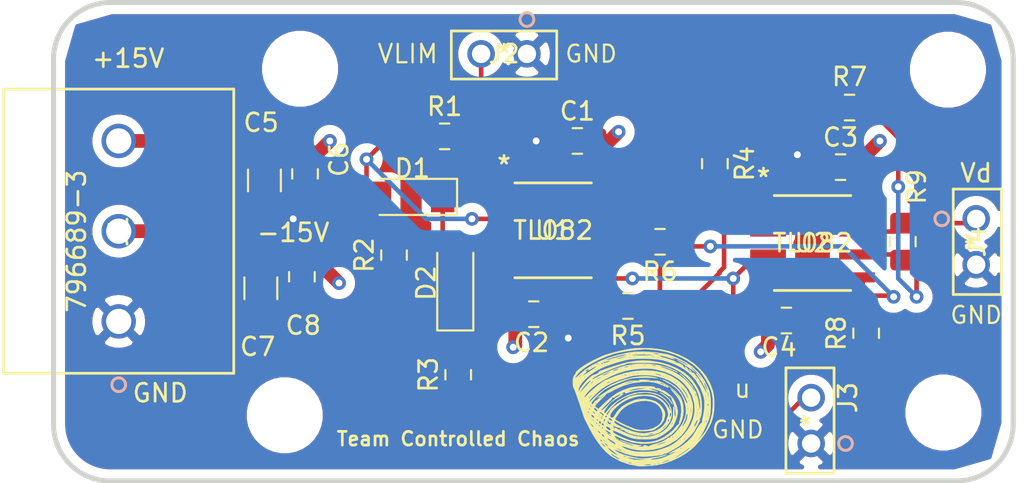
<source format=kicad_pcb>
(kicad_pcb (version 20171130) (host pcbnew "(5.1.4)-1")

  (general
    (thickness 1.6)
    (drawings 19)
    (tracks 147)
    (zones 0)
    (modules 30)
    (nets 15)
  )

  (page A4)
  (layers
    (0 F.Cu signal)
    (1 In1.Cu signal)
    (2 In2.Cu signal)
    (31 B.Cu signal)
    (37 F.SilkS user)
    (39 F.Mask user)
    (40 Dwgs.User user)
    (41 Cmts.User user)
    (42 Eco1.User user)
    (43 Eco2.User user)
    (44 Edge.Cuts user)
    (45 Margin user)
    (46 B.CrtYd user)
    (47 F.CrtYd user)
  )

  (setup
    (last_trace_width 0.254)
    (trace_clearance 0.254)
    (zone_clearance 0.508)
    (zone_45_only no)
    (trace_min 0.1778)
    (via_size 0.762)
    (via_drill 0.381)
    (via_min_size 0.762)
    (via_min_drill 0.381)
    (uvia_size 0.762)
    (uvia_drill 0.381)
    (uvias_allowed no)
    (uvia_min_size 0.762)
    (uvia_min_drill 0.381)
    (edge_width 0.05)
    (segment_width 0.2)
    (pcb_text_width 0.3)
    (pcb_text_size 1.5 1.5)
    (mod_edge_width 0.12)
    (mod_text_size 1 1)
    (mod_text_width 0.15)
    (pad_size 1.524 1.524)
    (pad_drill 0.762)
    (pad_to_mask_clearance 0.0508)
    (aux_axis_origin 0 0)
    (visible_elements 7FFFFFFF)
    (pcbplotparams
      (layerselection 0x010fc_ffffffff)
      (usegerberextensions false)
      (usegerberattributes false)
      (usegerberadvancedattributes false)
      (creategerberjobfile false)
      (excludeedgelayer true)
      (linewidth 0.100000)
      (plotframeref false)
      (viasonmask false)
      (mode 1)
      (useauxorigin false)
      (hpglpennumber 1)
      (hpglpenspeed 20)
      (hpglpendiameter 15.000000)
      (psnegative false)
      (psa4output false)
      (plotreference true)
      (plotvalue true)
      (plotinvisibletext false)
      (padsonsilk false)
      (subtractmaskfromsilk false)
      (outputformat 1)
      (mirror false)
      (drillshape 1)
      (scaleselection 1)
      (outputdirectory ""))
  )

  (net 0 "")
  (net 1 GND)
  (net 2 +15V)
  (net 3 -15V)
  (net 4 /VLIM)
  (net 5 "Net-(R4-Pad1)")
  (net 6 "Net-(R6-Pad1)")
  (net 7 "Net-(D1-Pad1)")
  (net 8 "Net-(D1-Pad2)")
  (net 9 "Net-(D2-Pad1)")
  (net 10 /u)
  (net 11 /Vd)
  (net 12 "Net-(R3-Pad1)")
  (net 13 "Net-(R6-Pad2)")
  (net 14 "Net-(R7-Pad1)")

  (net_class Default "This is the default net class."
    (clearance 0.254)
    (trace_width 0.254)
    (via_dia 0.762)
    (via_drill 0.381)
    (uvia_dia 0.762)
    (uvia_drill 0.381)
    (add_net /VLIM)
    (add_net /Vd)
    (add_net /u)
    (add_net "Net-(D1-Pad1)")
    (add_net "Net-(D1-Pad2)")
    (add_net "Net-(D2-Pad1)")
    (add_net "Net-(R3-Pad1)")
    (add_net "Net-(R4-Pad1)")
    (add_net "Net-(R6-Pad1)")
    (add_net "Net-(R6-Pad2)")
    (add_net "Net-(R7-Pad1)")
  )

  (net_class +15v ""
    (clearance 0.254)
    (trace_width 0.762)
    (via_dia 0.762)
    (via_drill 0.381)
    (uvia_dia 0.762)
    (uvia_drill 0.381)
    (add_net +15V)
  )

  (net_class -15v ""
    (clearance 0.254)
    (trace_width 0.762)
    (via_dia 0.762)
    (via_drill 0.381)
    (uvia_dia 0.762)
    (uvia_drill 0.381)
    (add_net -15V)
  )

  (net_class GND ""
    (clearance 0.254)
    (trace_width 0.508)
    (via_dia 0.762)
    (via_drill 0.381)
    (uvia_dia 0.762)
    (uvia_drill 0.381)
    (add_net GND)
  )

  (module FootPrints:AttractorLogo (layer F.Cu) (tedit 0) (tstamp 5D8F910D)
    (at 157.226 97.282)
    (fp_text reference G*** (at 0 0) (layer F.SilkS) hide
      (effects (font (size 1.524 1.524) (thickness 0.3)))
    )
    (fp_text value LOGO (at 0.75 0) (layer F.SilkS) hide
      (effects (font (size 1.524 1.524) (thickness 0.3)))
    )
    (fp_poly (pts (xy 2.41813 -2.061333) (xy 2.478548 -2.007419) (xy 2.528572 -1.943146) (xy 2.520363 -1.929777)
      (xy 2.459988 -1.967436) (xy 2.411393 -2.006056) (xy 2.357639 -2.061255) (xy 2.356406 -2.087656)
      (xy 2.359538 -2.087992) (xy 2.41813 -2.061333)) (layer F.SilkS) (width 0.01))
    (fp_poly (pts (xy 1.351935 -0.512096) (xy 1.331452 -0.491613) (xy 1.310968 -0.512096) (xy 1.331452 -0.53258)
      (xy 1.351935 -0.512096)) (layer F.SilkS) (width 0.01))
    (fp_poly (pts (xy 0.778387 -0.795243) (xy 0.937635 -0.72376) (xy 1.110155 -0.602181) (xy 1.268849 -0.451714)
      (xy 1.354718 -0.344181) (xy 1.421399 -0.2386) (xy 1.458791 -0.161909) (xy 1.461325 -0.136701)
      (xy 1.430727 -0.15388) (xy 1.383856 -0.224074) (xy 1.376746 -0.237439) (xy 1.266489 -0.393505)
      (xy 1.104287 -0.552685) (xy 0.915597 -0.691204) (xy 0.850313 -0.729162) (xy 0.771186 -0.776457)
      (xy 0.752022 -0.798549) (xy 0.778387 -0.795243)) (layer F.SilkS) (width 0.01))
    (fp_poly (pts (xy -2.17129 -0.716935) (xy -2.191774 -0.696451) (xy -2.212258 -0.716935) (xy -2.191774 -0.737419)
      (xy -2.17129 -0.716935)) (layer F.SilkS) (width 0.01))
    (fp_poly (pts (xy 0.819355 -1.53629) (xy 0.798871 -1.515806) (xy 0.778387 -1.53629) (xy 0.798871 -1.556774)
      (xy 0.819355 -1.53629)) (layer F.SilkS) (width 0.01))
    (fp_poly (pts (xy -1.529462 1.775269) (xy -1.535086 1.799624) (xy -1.556774 1.802581) (xy -1.590495 1.787591)
      (xy -1.584086 1.775269) (xy -1.535467 1.770366) (xy -1.529462 1.775269)) (layer F.SilkS) (width 0.01))
    (fp_poly (pts (xy 0.220894 -3.253872) (xy 0.784979 -3.189348) (xy 1.317999 -3.066622) (xy 1.814409 -2.888957)
      (xy 2.268664 -2.659614) (xy 2.67522 -2.381853) (xy 3.028529 -2.058937) (xy 3.323049 -1.694126)
      (xy 3.553232 -1.290682) (xy 3.712199 -0.856775) (xy 3.755636 -0.624051) (xy 3.777882 -0.339852)
      (xy 3.778928 -0.031852) (xy 3.758765 0.272273) (xy 3.717383 0.544848) (xy 3.712674 0.566635)
      (xy 3.616354 0.864887) (xy 3.459068 1.188306) (xy 3.251077 1.521563) (xy 3.002642 1.849326)
      (xy 2.724023 2.156265) (xy 2.521772 2.345952) (xy 2.193026 2.593948) (xy 1.811986 2.816188)
      (xy 1.400313 3.00352) (xy 0.979671 3.14679) (xy 0.57172 3.236845) (xy 0.357233 3.260596)
      (xy 0.176843 3.272231) (xy -0.000303 3.283564) (xy -0.122903 3.291327) (xy -0.268541 3.295599)
      (xy -0.402286 3.291897) (xy -0.430161 3.289479) (xy -0.843115 3.212807) (xy -0.113587 3.212807)
      (xy -0.107334 3.222714) (xy -0.020428 3.229611) (xy 0.05121 3.2317) (xy 0.17773 3.229241)
      (xy 0.263236 3.217988) (xy 0.286774 3.204644) (xy 0.250477 3.188074) (xy 0.159141 3.183883)
      (xy 0.112661 3.186327) (xy -0.039988 3.200481) (xy -0.113587 3.212807) (xy -0.843115 3.212807)
      (xy -0.940774 3.194675) (xy -0.966107 3.18569) (xy -0.719651 3.18569) (xy -0.679382 3.19225)
      (xy -0.626246 3.184718) (xy -0.626039 3.180135) (xy 0.403992 3.180135) (xy 0.458407 3.187227)
      (xy 0.471129 3.187498) (xy 0.541095 3.183069) (xy 0.547255 3.170245) (xy 0.543602 3.168612)
      (xy 0.462274 3.160508) (xy 0.420699 3.167094) (xy 0.403992 3.180135) (xy -0.626039 3.180135)
      (xy -0.625612 3.170733) (xy -0.680442 3.160953) (xy -0.704133 3.167499) (xy -0.719651 3.18569)
      (xy -0.966107 3.18569) (xy -1.239167 3.088845) (xy -1.00604 3.088845) (xy -0.962742 3.113549)
      (xy -0.867171 3.14283) (xy -0.819355 3.148758) (xy -0.805411 3.142337) (xy 0.640095 3.142337)
      (xy 0.696452 3.148048) (xy 0.754611 3.14161) (xy 0.747661 3.127384) (xy 0.663786 3.121973)
      (xy 0.645242 3.127384) (xy 0.640095 3.142337) (xy -0.805411 3.142337) (xy -0.796541 3.138253)
      (xy -0.839839 3.113549) (xy -0.881091 3.10091) (xy 0.842155 3.10091) (xy 0.867133 3.100764)
      (xy 0.903681 3.0945) (xy 1.012213 3.065312) (xy 1.141401 3.019263) (xy 1.159729 3.01177)
      (xy 1.271093 2.960264) (xy 1.308026 2.933071) (xy 1.275163 2.932998) (xy 1.177137 2.962855)
      (xy 1.116371 2.98549) (xy 0.958839 3.04734) (xy 0.870079 3.084458) (xy 0.842155 3.10091)
      (xy -0.881091 3.10091) (xy -0.93541 3.084268) (xy -0.983226 3.07834) (xy -1.00604 3.088845)
      (xy -1.239167 3.088845) (xy -1.362032 3.045269) (xy -1.133441 3.045269) (xy -1.127817 3.069624)
      (xy -1.106129 3.072581) (xy -1.072408 3.057591) (xy -1.078817 3.045269) (xy -1.127436 3.040366)
      (xy -1.133441 3.045269) (xy -1.362032 3.045269) (xy -1.421641 3.024128) (xy -1.458069 3.004301)
      (xy -1.256344 3.004301) (xy -1.250721 3.028657) (xy -1.229032 3.031613) (xy -1.195311 3.016624)
      (xy -1.201721 3.004301) (xy -1.25034 2.999398) (xy -1.256344 3.004301) (xy -1.458069 3.004301)
      (xy -1.520795 2.970162) (xy -1.351936 2.970162) (xy -1.331452 2.990645) (xy -1.310968 2.970162)
      (xy -1.331452 2.949678) (xy -1.351936 2.970162) (xy -1.520795 2.970162) (xy -1.877286 2.776137)
      (xy -1.982726 2.705369) (xy -2.107886 2.600875) (xy -1.957835 2.600875) (xy -1.954571 2.607869)
      (xy -1.900424 2.665236) (xy -1.809671 2.734553) (xy -1.702079 2.804104) (xy -1.597413 2.86217)
      (xy -1.515438 2.897034) (xy -1.475918 2.896979) (xy -1.474839 2.892273) (xy -1.506463 2.863129)
      (xy -1.585055 2.811118) (xy -1.593265 2.806177) (xy -1.04666 2.806177) (xy -1.044632 2.819453)
      (xy -0.967231 2.847458) (xy -0.895184 2.867256) (xy -0.777752 2.898417) (xy -0.693095 2.922573)
      (xy -0.675968 2.928166) (xy -0.619302 2.934428) (xy -0.501087 2.938799) (xy -0.341696 2.940694)
      (xy -0.245807 2.940484) (xy 0.143387 2.93776) (xy -0.245807 2.905768) (xy -0.445051 2.88678)
      (xy -0.63982 2.863812) (xy -0.797495 2.84085) (xy -0.839807 2.833173) (xy -0.977117 2.80997)
      (xy -1.04666 2.806177) (xy -1.593265 2.806177) (xy -1.611521 2.795191) (xy -1.732132 2.722031)
      (xy -1.256844 2.722031) (xy -1.229032 2.744839) (xy -1.154347 2.779505) (xy -1.126613 2.784552)
      (xy -1.119285 2.767647) (xy -1.147097 2.744839) (xy -1.221782 2.710173) (xy -1.249516 2.705126)
      (xy -1.256844 2.722031) (xy -1.732132 2.722031) (xy -1.739309 2.717678) (xy -1.861207 2.640633)
      (xy -1.865985 2.637515) (xy -1.935128 2.599036) (xy -1.957835 2.600875) (xy -2.107886 2.600875)
      (xy -2.222069 2.505547) (xy -2.469447 2.23753) (xy -2.472286 2.233791) (xy -2.150807 2.233791)
      (xy -2.067067 2.349095) (xy -1.98279 2.435605) (xy -1.859111 2.530389) (xy -1.780293 2.579737)
      (xy -1.643607 2.655747) (xy -1.57337 2.689785) (xy -1.56602 2.682448) (xy -1.617994 2.634332)
      (xy -1.659194 2.600024) (xy -1.766608 2.515417) (xy -1.900499 2.414584) (xy -1.966452 2.366457)
      (xy -2.062097 2.297628) (xy -1.618226 2.297628) (xy -1.612903 2.314334) (xy -1.550738 2.356273)
      (xy -1.515807 2.376129) (xy -1.414468 2.426379) (xy -1.341696 2.453233) (xy -1.331452 2.45463)
      (xy -1.336775 2.437924) (xy -1.398939 2.395985) (xy -1.433871 2.376129) (xy -1.535209 2.32588)
      (xy -1.607981 2.299026) (xy -1.618226 2.297628) (xy -2.062097 2.297628) (xy -2.150807 2.233791)
      (xy -2.472286 2.233791) (xy -2.654252 1.994197) (xy -2.480321 1.994197) (xy -2.477949 2.00742)
      (xy -2.423197 2.090189) (xy -2.353922 2.169246) (xy -2.291441 2.222839) (xy -2.258579 2.231268)
      (xy -2.272219 2.193046) (xy -2.331403 2.120623) (xy -2.373483 2.0778) (xy -2.429935 2.027593)
      (xy -2.294194 2.027593) (xy -2.267735 2.06395) (xy -2.207686 2.125375) (xy -2.143035 2.184049)
      (xy -2.102772 2.212152) (xy -2.101767 2.212258) (xy -2.107514 2.191775) (xy -1.843548 2.191775)
      (xy -1.823065 2.212258) (xy -1.802581 2.191775) (xy -1.823065 2.171291) (xy -1.843548 2.191775)
      (xy -2.107514 2.191775) (xy -2.10997 2.183024) (xy -2.128195 2.150807) (xy -1.925484 2.150807)
      (xy -1.905 2.171291) (xy -1.884516 2.150807) (xy -1.905 2.130323) (xy -1.925484 2.150807)
      (xy -2.128195 2.150807) (xy -2.139336 2.131114) (xy -2.191657 2.069491) (xy -2.250459 2.025642)
      (xy -2.289755 2.016939) (xy -2.294194 2.027593) (xy -2.429935 2.027593) (xy -2.44568 2.01359)
      (xy -2.480321 1.994197) (xy -2.654252 1.994197) (xy -2.715735 1.913243) (xy -2.746735 1.864836)
      (xy -2.530333 1.864836) (xy -2.488993 1.912131) (xy -2.450631 1.925484) (xy -2.434117 1.902077)
      (xy -2.458886 1.863043) (xy -2.508982 1.820096) (xy -2.529456 1.819349) (xy -2.530333 1.864836)
      (xy -2.746735 1.864836) (xy -2.786404 1.802892) (xy -2.373446 1.802892) (xy -2.363272 1.824107)
      (xy -2.340387 1.853791) (xy -2.28059 1.917482) (xy -2.253898 1.917205) (xy -2.253226 1.910017)
      (xy -2.281222 1.875819) (xy -2.324919 1.838323) (xy -2.373446 1.802892) (xy -2.786404 1.802892)
      (xy -2.81628 1.756239) (xy -2.15145 1.756239) (xy -2.149744 1.770093) (xy -2.110144 1.811319)
      (xy -2.024296 1.878968) (xy -1.915641 1.956717) (xy -1.80762 2.028242) (xy -1.723675 2.077218)
      (xy -1.691282 2.089355) (xy -1.694792 2.058782) (xy -1.702238 2.037264) (xy -1.752137 1.973508)
      (xy -1.79313 1.94271) (xy -1.872481 1.894932) (xy -1.983389 1.827872) (xy -2.017657 1.807108)
      (xy -2.112858 1.757242) (xy -2.15145 1.756239) (xy -2.81628 1.756239) (xy -2.852193 1.700162)
      (xy -2.703871 1.700162) (xy -2.683387 1.720645) (xy -2.662903 1.700162) (xy -2.683387 1.679678)
      (xy -2.703871 1.700162) (xy -2.852193 1.700162) (xy -2.951812 1.544608) (xy -2.955149 1.538477)
      (xy -2.456586 1.538477) (xy -2.440189 1.588943) (xy -2.386371 1.635429) (xy -2.316557 1.672443)
      (xy -2.305449 1.658299) (xy -2.335161 1.597742) (xy -2.385273 1.532921) (xy -2.418538 1.515807)
      (xy -2.456586 1.538477) (xy -2.955149 1.538477) (xy -3.069221 1.328946) (xy -2.696197 1.328946)
      (xy -2.646312 1.386942) (xy -2.577844 1.457836) (xy -2.54654 1.46895) (xy -2.54 1.435313)
      (xy -2.572276 1.388394) (xy -2.632177 1.347416) (xy -2.694649 1.316568) (xy -2.696197 1.328946)
      (xy -3.069221 1.328946) (xy -3.08299 1.303655) (xy -2.253226 1.303655) (xy -2.223174 1.353263)
      (xy -2.161048 1.407538) (xy -2.102958 1.451715) (xy -2.111068 1.45904) (xy -2.150807 1.448015)
      (xy -2.175798 1.451662) (xy -2.136714 1.494437) (xy -2.091638 1.530803) (xy -1.99464 1.60032)
      (xy -1.93691 1.633412) (xy -1.92726 1.627725) (xy -1.974503 1.580906) (xy -2.007419 1.553296)
      (xy -2.109839 1.469703) (xy -2.007741 1.498664) (xy -1.939749 1.512635) (xy -1.937261 1.491527)
      (xy -1.953381 1.470506) (xy -2.017833 1.411774) (xy -2.103678 1.35388) (xy -2.1867 1.3103)
      (xy -2.242684 1.294509) (xy -2.253226 1.303655) (xy -3.08299 1.303655) (xy -3.112465 1.249516)
      (xy -2.785807 1.249516) (xy -2.765323 1.27) (xy -2.744839 1.249516) (xy -2.765323 1.229033)
      (xy -2.785807 1.249516) (xy -3.112465 1.249516) (xy -3.151547 1.17773) (xy -3.17454 1.132076)
      (xy -2.458065 1.132076) (xy -2.437866 1.192146) (xy -2.39739 1.215544) (xy -2.382274 1.207866)
      (xy -2.387928 1.165777) (xy -2.401209 1.148878) (xy -2.220111 1.148878) (xy -2.148337 1.223656)
      (xy -2.148203 1.223761) (xy -2.042696 1.294935) (xy -1.983869 1.303594) (xy -1.966452 1.254228)
      (xy -1.997067 1.190946) (xy -2.068732 1.130395) (xy -2.151177 1.091374) (xy -2.214131 1.09268)
      (xy -2.219559 1.097044) (xy -2.220111 1.148878) (xy -2.401209 1.148878) (xy -2.409586 1.138221)
      (xy -2.450832 1.115125) (xy -2.458065 1.132076) (xy -3.17454 1.132076) (xy -3.23884 1.004405)
      (xy -3.301676 0.880807) (xy -3.125364 0.880807) (xy -3.053293 0.993468) (xy -2.993258 1.068408)
      (xy -2.938616 1.108949) (xy -2.909641 1.101162) (xy -2.90871 1.092787) (xy -2.93569 1.059263)
      (xy -2.990151 1.005699) (xy -2.645869 1.005699) (xy -2.642129 1.024663) (xy -2.598312 1.058624)
      (xy -2.551354 1.064323) (xy -2.54 1.049061) (xy -2.572135 1.02275) (xy -2.603579 1.008562)
      (xy -2.645869 1.005699) (xy -2.990151 1.005699) (xy -3.002106 0.993942) (xy -3.017037 0.980125)
      (xy -3.105659 0.898873) (xy -2.785807 0.898873) (xy -2.756068 0.940591) (xy -2.744839 0.942258)
      (xy -2.704936 0.928281) (xy -2.703871 0.924192) (xy -2.732579 0.889215) (xy -2.744839 0.880807)
      (xy -2.78259 0.884055) (xy -2.785807 0.898873) (xy -3.105659 0.898873) (xy -3.125364 0.880807)
      (xy -3.301676 0.880807) (xy -3.315152 0.8543) (xy -3.318517 0.847771) (xy -2.617265 0.847771)
      (xy -2.586816 0.912849) (xy -2.541286 0.942258) (xy -2.526736 0.929591) (xy -2.453293 0.929591)
      (xy -2.451304 0.987223) (xy -2.412569 1.033287) (xy -2.406855 1.035655) (xy -2.345153 1.041286)
      (xy -2.340726 0.989842) (xy -2.349298 0.964509) (xy -2.350675 0.962742) (xy -2.17129 0.962742)
      (xy -2.150807 0.983226) (xy -2.130323 0.962742) (xy -2.150807 0.942258) (xy -2.17129 0.962742)
      (xy -2.350675 0.962742) (xy -2.392478 0.909135) (xy -2.415811 0.901291) (xy -2.453293 0.929591)
      (xy -2.526736 0.929591) (xy -2.503396 0.909273) (xy -2.499032 0.883225) (xy -2.506516 0.862935)
      (xy -2.159497 0.862935) (xy -2.109839 0.91577) (xy -2.026572 0.971967) (xy -1.979367 0.969962)
      (xy -1.95214 0.923086) (xy -1.955944 0.855077) (xy -1.974571 0.834821) (xy -2.000375 0.831443)
      (xy -1.987563 0.859308) (xy -1.980658 0.896633) (xy -2.011959 0.89295) (xy -2.063498 0.850158)
      (xy -2.068871 0.829597) (xy -2.095854 0.76225) (xy -2.106165 0.751076) (xy -2.125272 0.744652)
      (xy -2.116152 0.764646) (xy -2.120932 0.818774) (xy -2.140309 0.831639) (xy -2.159497 0.862935)
      (xy -2.506516 0.862935) (xy -2.522928 0.818444) (xy -2.573176 0.783448) (xy -2.609238 0.793002)
      (xy -2.617265 0.847771) (xy -3.318517 0.847771) (xy -3.371556 0.744884) (xy -3.397449 0.696452)
      (xy -3.424601 0.632531) (xy -3.438564 0.594033) (xy -3.093065 0.594033) (xy -3.015022 0.68621)
      (xy -2.942384 0.76362) (xy -2.910748 0.774795) (xy -2.90871 0.764253) (xy -2.930867 0.73742)
      (xy -2.744839 0.73742) (xy -2.713663 0.777197) (xy -2.703871 0.778387) (xy -2.694418 0.770978)
      (xy -2.354739 0.770978) (xy -2.340321 0.839793) (xy -2.327347 0.859336) (xy -2.31226 0.860323)
      (xy -2.307146 0.834004) (xy -2.314677 0.819355) (xy -2.315356 0.781435) (xy -2.303439 0.778387)
      (xy -2.270406 0.745422) (xy -2.266882 0.720842) (xy -2.293905 0.680332) (xy -2.317465 0.682706)
      (xy -2.354428 0.733229) (xy -2.354739 0.770978) (xy -2.694418 0.770978) (xy -2.664094 0.747212)
      (xy -2.662903 0.73742) (xy -2.694079 0.697642) (xy -2.703871 0.696452) (xy -2.743648 0.727627)
      (xy -2.744839 0.73742) (xy -2.930867 0.73742) (xy -2.936337 0.730796) (xy -3.000887 0.672076)
      (xy -3.093065 0.594033) (xy -3.438564 0.594033) (xy -3.468812 0.51064) (xy -3.480154 0.477175)
      (xy -3.041655 0.477175) (xy -2.994779 0.548245) (xy -2.984296 0.559823) (xy -2.910969 0.616355)
      (xy -2.873691 0.609651) (xy -2.876252 0.596022) (xy -2.522966 0.596022) (xy -2.519226 0.614986)
      (xy -2.475408 0.648946) (xy -2.428451 0.654646) (xy -2.417097 0.639383) (xy -2.429098 0.629557)
      (xy -2.077084 0.629557) (xy -2.074042 0.674593) (xy -2.030251 0.720285) (xy -1.94283 0.770321)
      (xy -1.894764 0.769472) (xy -1.893783 0.730105) (xy -1.921293 0.692678) (xy -1.724995 0.692678)
      (xy -1.548707 0.80428) (xy -1.370379 0.904272) (xy -1.143332 1.013285) (xy -0.897731 1.118189)
      (xy -0.663743 1.205857) (xy -0.527568 1.248672) (xy -0.246436 1.291102) (xy 0.055207 1.275066)
      (xy 0.343419 1.203324) (xy 0.421757 1.171546) (xy 0.653133 1.039769) (xy 0.808914 0.882853)
      (xy 0.893428 0.693709) (xy 0.911002 0.465247) (xy 0.903219 0.382864) (xy 0.835868 0.147838)
      (xy 0.705093 -0.044216) (xy 0.519088 -0.190133) (xy 0.286044 -0.286748) (xy 0.014153 -0.330897)
      (xy -0.288393 -0.319416) (xy -0.613401 -0.249139) (xy -0.67884 -0.228267) (xy -0.976467 -0.107061)
      (xy -1.216849 0.043854) (xy -1.420544 0.241055) (xy -1.608108 0.501119) (xy -1.632699 0.540936)
      (xy -1.724995 0.692678) (xy -1.921293 0.692678) (xy -1.940557 0.66647) (xy -2.011717 0.62503)
      (xy -2.071756 0.625261) (xy -2.077084 0.629557) (xy -2.429098 0.629557) (xy -2.449232 0.613072)
      (xy -2.480676 0.598885) (xy -2.522966 0.596022) (xy -2.876252 0.596022) (xy -2.884026 0.554667)
      (xy -2.919614 0.505269) (xy -2.649247 0.505269) (xy -2.643624 0.529624) (xy -2.621936 0.532581)
      (xy -2.588214 0.517591) (xy -2.594624 0.505269) (xy -2.613593 0.503356) (xy -2.492428 0.503356)
      (xy -2.482461 0.526251) (xy -2.44121 0.570232) (xy -2.417496 0.56121) (xy -2.417097 0.555483)
      (xy -2.422604 0.548924) (xy -2.278572 0.548924) (xy -2.247358 0.577357) (xy -2.192169 0.58164)
      (xy -2.167856 0.541541) (xy -2.178135 0.519611) (xy -1.997214 0.519611) (xy -1.962747 0.576705)
      (xy -1.886836 0.609085) (xy -1.824529 0.588023) (xy -1.758984 0.503961) (xy -1.722504 0.440404)
      (xy -1.558529 0.201643) (xy -1.353984 -0.001934) (xy -1.147097 -0.139199) (xy -1.02125 -0.203493)
      (xy -0.914268 -0.259482) (xy -0.880807 -0.277581) (xy -0.64638 -0.372727) (xy -0.372661 -0.429133)
      (xy -0.095854 -0.439898) (xy -0.04751 -0.436366) (xy 0.277949 -0.384285) (xy 0.539295 -0.291622)
      (xy 0.746329 -0.153149) (xy 0.908851 0.036361) (xy 0.94358 0.092163) (xy 1.016475 0.229043)
      (xy 1.049826 0.337134) (xy 1.052916 0.453446) (xy 1.048 0.508322) (xy 0.985904 0.743435)
      (xy 0.850665 0.952969) (xy 0.638889 1.141862) (xy 0.588055 1.176931) (xy 0.479068 1.246652)
      (xy 0.389277 1.291949) (xy 0.294938 1.318999) (xy 0.172308 1.333979) (xy -0.002357 1.343064)
      (xy -0.05886 1.34521) (xy -0.30595 1.348307) (xy -0.491476 1.335548) (xy -0.634543 1.305424)
      (xy -0.6577 1.297889) (xy -0.849142 1.224718) (xy -1.068477 1.129831) (xy -1.286553 1.026775)
      (xy -1.47422 0.929098) (xy -1.561143 0.878049) (xy -1.673363 0.809776) (xy -1.733553 0.783985)
      (xy -1.757637 0.797376) (xy -1.761613 0.836498) (xy -1.732963 0.893205) (xy -1.643592 0.963943)
      (xy -1.488366 1.05185) (xy -1.262152 1.160067) (xy -1.153147 1.208644) (xy -0.751779 1.360946)
      (xy -0.394576 1.445875) (xy -0.079565 1.463768) (xy 0.143387 1.430044) (xy 0.276273 1.396639)
      (xy 0.393256 1.369349) (xy 0.409677 1.365834) (xy 0.607455 1.294757) (xy 0.646707 1.27)
      (xy 0.864733 1.27) (xy 0.902647 1.243157) (xy 0.976284 1.174808) (xy 1.024193 1.126613)
      (xy 1.100108 1.044449) (xy 1.140883 0.992573) (xy 1.142686 0.983226) (xy 1.104772 1.010069)
      (xy 1.031135 1.078419) (xy 0.983226 1.126613) (xy 0.907311 1.208777) (xy 0.866536 1.260653)
      (xy 0.864733 1.27) (xy 0.646707 1.27) (xy 0.798386 1.174335) (xy 0.962768 1.021953)
      (xy 1.080902 0.854994) (xy 1.095285 0.816772) (xy 1.194281 0.816772) (xy 1.204983 0.849415)
      (xy 1.229032 0.839839) (xy 1.260805 0.782911) (xy 1.26712 0.72476) (xy 1.262336 0.661991)
      (xy 1.246046 0.678509) (xy 1.229032 0.716936) (xy 1.194281 0.816772) (xy 1.095285 0.816772)
      (xy 1.126806 0.733015) (xy 1.158805 0.622946) (xy 1.195871 0.545367) (xy 1.197996 0.542601)
      (xy 1.220556 0.460887) (xy 1.311595 0.460887) (xy 1.317397 0.543488) (xy 1.336563 0.552411)
      (xy 1.351935 0.532581) (xy 1.387807 0.437871) (xy 1.392276 0.399436) (xy 1.373505 0.338661)
      (xy 1.351935 0.327742) (xy 1.324223 0.363551) (xy 1.311665 0.450773) (xy 1.311595 0.460887)
      (xy 1.220556 0.460887) (xy 1.220589 0.460771) (xy 1.212046 0.330483) (xy 1.17661 0.177187)
      (xy 1.118522 0.026328) (xy 1.108634 0.006483) (xy 0.946541 -0.222718) (xy 0.728783 -0.400343)
      (xy 0.464587 -0.524841) (xy 0.163178 -0.594662) (xy -0.166216 -0.608253) (xy -0.514368 -0.564065)
      (xy -0.872053 -0.460546) (xy -1.097628 -0.364411) (xy -1.289682 -0.257268) (xy -1.475556 -0.127425)
      (xy -1.646249 0.015328) (xy -1.792762 0.161198) (xy -1.906093 0.300395) (xy -1.977244 0.42313)
      (xy -1.997214 0.519611) (xy -2.178135 0.519611) (xy -2.184781 0.505434) (xy -2.233698 0.503048)
      (xy -2.254874 0.513116) (xy -2.278572 0.548924) (xy -2.422604 0.548924) (xy -2.446195 0.520831)
      (xy -2.464394 0.508185) (xy -2.492428 0.503356) (xy -2.613593 0.503356) (xy -2.643243 0.500366)
      (xy -2.649247 0.505269) (xy -2.919614 0.505269) (xy -2.930465 0.490209) (xy -2.996582 0.439535)
      (xy -3.040169 0.43545) (xy -3.041655 0.477175) (xy -3.480154 0.477175) (xy -3.496088 0.430162)
      (xy -3.277419 0.430162) (xy -3.256936 0.450645) (xy -3.236452 0.430162) (xy -2.621936 0.430162)
      (xy -2.601452 0.450645) (xy -2.580968 0.430162) (xy -2.601452 0.409678) (xy -2.621936 0.430162)
      (xy -3.236452 0.430162) (xy -3.256936 0.409678) (xy -3.277419 0.430162) (xy -3.496088 0.430162)
      (xy -3.509973 0.389194) (xy -3.154516 0.389194) (xy -3.134032 0.409678) (xy -3.113548 0.389194)
      (xy -3.134032 0.36871) (xy -3.154516 0.389194) (xy -3.509973 0.389194) (xy -3.522895 0.351072)
      (xy -3.544545 0.284357) (xy -3.236452 0.284357) (xy -3.206713 0.326075) (xy -3.195484 0.327742)
      (xy -3.155581 0.313765) (xy -3.154516 0.309676) (xy -3.183224 0.274699) (xy -3.190418 0.269765)
      (xy -2.970789 0.269765) (xy -2.921636 0.322976) (xy -2.914413 0.329105) (xy -2.829912 0.392679)
      (xy -2.794499 0.405162) (xy -2.814244 0.366679) (xy -2.847258 0.327742) (xy -2.580968 0.327742)
      (xy -2.548112 0.364816) (xy -2.523899 0.36871) (xy -2.460655 0.401756) (xy -2.44325 0.430162)
      (xy -2.402279 0.480431) (xy -2.354827 0.489298) (xy -2.335161 0.455357) (xy -2.365552 0.412565)
      (xy -2.365703 0.412438) (xy -2.190068 0.412438) (xy -2.160884 0.444719) (xy -2.129662 0.42925)
      (xy -2.083497 0.355166) (xy -2.052972 0.297016) (xy -1.984309 0.183136) (xy -1.894918 0.07743)
      (xy -1.771573 -0.031953) (xy -1.601049 -0.156868) (xy -1.392903 -0.294555) (xy -1.15622 -0.441247)
      (xy -0.961051 -0.545148) (xy -0.783954 -0.613415) (xy -0.60149 -0.653202) (xy -0.390219 -0.671664)
      (xy -0.143387 -0.675967) (xy 0.071989 -0.674461) (xy 0.227352 -0.667662) (xy 0.344602 -0.65215)
      (xy 0.445638 -0.624504) (xy 0.552361 -0.581304) (xy 0.599199 -0.559989) (xy 0.864152 -0.403152)
      (xy 1.082361 -0.194295) (xy 1.268421 0.080565) (xy 1.269187 0.081936) (xy 1.334716 0.193764)
      (xy 1.367965 0.235214) (xy 1.372223 0.209723) (xy 1.367187 0.184355) (xy 1.33368 0.087384)
      (xy 1.294418 0.031353) (xy 1.27274 0.004078) (xy 1.282863 0.000628) (xy 1.297339 -0.02685)
      (xy 1.266505 -0.097022) (xy 1.202147 -0.193816) (xy 1.116048 -0.301158) (xy 1.019993 -0.402973)
      (xy 0.930846 -0.479506) (xy 0.638331 -0.644558) (xy 0.305463 -0.744434) (xy -0.058327 -0.779033)
      (xy -0.443605 -0.748254) (xy -0.840939 -0.651996) (xy -1.215334 -0.502514) (xy -1.370538 -0.420912)
      (xy -1.516679 -0.331778) (xy -1.604528 -0.268196) (xy -1.713887 -0.168903) (xy -1.835124 -0.045827)
      (xy -1.955673 0.086428) (xy -2.062973 0.21326) (xy -2.144461 0.320064) (xy -2.187573 0.392238)
      (xy -2.190068 0.412438) (xy -2.365703 0.412438) (xy -2.435224 0.354099) (xy -2.511926 0.304245)
      (xy -2.559043 0.286775) (xy -2.58039 0.31841) (xy -2.580968 0.327742) (xy -2.847258 0.327742)
      (xy -2.915467 0.268995) (xy -2.318102 0.268995) (xy -2.316341 0.316982) (xy -2.291835 0.35573)
      (xy -2.256901 0.338726) (xy -2.200246 0.266291) (xy -1.9037 -0.079208) (xy -1.555269 -0.361881)
      (xy -1.322594 -0.500198) (xy -0.977014 -0.660097) (xy -0.654131 -0.761383) (xy -0.327495 -0.811005)
      (xy -0.109353 -0.818868) (xy 0.241682 -0.798501) (xy 0.536391 -0.734466) (xy 0.791249 -0.620687)
      (xy 1.022735 -0.451088) (xy 1.109266 -0.369474) (xy 1.285988 -0.138987) (xy 1.396894 0.125825)
      (xy 1.433871 0.39619) (xy 1.396911 0.623585) (xy 1.294435 0.858135) (xy 1.139051 1.082296)
      (xy 0.943367 1.278518) (xy 0.719988 1.429255) (xy 0.675968 1.451067) (xy 0.46779 1.525329)
      (xy 0.21801 1.580209) (xy -0.041058 1.611171) (xy -0.277099 1.613679) (xy -0.389194 1.600593)
      (xy -0.643511 1.54698) (xy -0.391909 1.54698) (xy -0.35164 1.55354) (xy -0.310053 1.547645)
      (xy 0.089487 1.547645) (xy 0.106548 1.554009) (xy 0.205942 1.542517) (xy 0.32372 1.51107)
      (xy 0.418647 1.473736) (xy 0.43972 1.455662) (xy 0.39294 1.457756) (xy 0.284307 1.480926)
      (xy 0.225323 1.49618) (xy 0.128058 1.526497) (xy 0.089487 1.547645) (xy -0.310053 1.547645)
      (xy -0.298504 1.546008) (xy -0.29787 1.532023) (xy -0.352701 1.522243) (xy -0.376391 1.528789)
      (xy -0.391909 1.54698) (xy -0.643511 1.54698) (xy -0.643877 1.546903) (xy -0.805364 1.503628)
      (xy -0.629905 1.503628) (xy -0.573548 1.509338) (xy -0.515389 1.5029) (xy -0.522339 1.488675)
      (xy -0.606214 1.483264) (xy -0.624758 1.488675) (xy -0.629905 1.503628) (xy -0.805364 1.503628)
      (xy -0.862619 1.488285) (xy -0.960638 1.454355) (xy -0.737419 1.454355) (xy -0.716936 1.474839)
      (xy -0.696452 1.454355) (xy -0.716936 1.433871) (xy -0.737419 1.454355) (xy -0.960638 1.454355)
      (xy -1.035411 1.428472) (xy -1.152243 1.3712) (xy -1.157836 1.365592) (xy -1.010538 1.365592)
      (xy -1.004914 1.389947) (xy -0.983226 1.392904) (xy -0.949505 1.377914) (xy -0.955914 1.365592)
      (xy -1.004533 1.360689) (xy -1.010538 1.365592) (xy -1.157836 1.365592) (xy -1.198696 1.324624)
      (xy -1.133441 1.324624) (xy -1.127817 1.348979) (xy -1.106129 1.351936) (xy -1.072408 1.336946)
      (xy -1.078817 1.324624) (xy -1.127436 1.319721) (xy -1.133441 1.324624) (xy -1.198696 1.324624)
      (xy -1.203105 1.320204) (xy -1.200464 1.297887) (xy -1.202134 1.276595) (xy -1.219265 1.284447)
      (xy -1.275163 1.290579) (xy -1.355509 1.274382) (xy -1.429588 1.245962) (xy -1.466685 1.215422)
      (xy -1.463545 1.204083) (xy -1.414274 1.202867) (xy -1.345202 1.227973) (xy -1.2803 1.258058)
      (xy -1.284893 1.24698) (xy -1.330276 1.209905) (xy -1.41185 1.167936) (xy -1.465791 1.166301)
      (xy -1.53347 1.161773) (xy -1.638529 1.12546) (xy -1.682047 1.10492) (xy -1.778116 1.064164)
      (xy -1.835948 1.05556) (xy -1.843548 1.064329) (xy -1.81116 1.103585) (xy -1.792339 1.106757)
      (xy -1.764957 1.116966) (xy -1.795774 1.142023) (xy -1.825931 1.175588) (xy -1.783404 1.202378)
      (xy -1.738293 1.20704) (xy -1.741419 1.187596) (xy -1.753377 1.154573) (xy -1.722563 1.155622)
      (xy -1.639862 1.193815) (xy -1.504944 1.267294) (xy -1.082445 1.469956) (xy -0.665188 1.603379)
      (xy -0.261104 1.666068) (xy 0.014791 1.659194) (xy 0.450645 1.659194) (xy 0.471129 1.679678)
      (xy 0.491613 1.659194) (xy 0.471129 1.63871) (xy 0.450645 1.659194) (xy 0.014791 1.659194)
      (xy 0.121875 1.656526) (xy 0.339387 1.615208) (xy 0.580644 1.536291) (xy 0.737419 1.536291)
      (xy 0.757903 1.556775) (xy 0.778387 1.536291) (xy 0.757903 1.515807) (xy 0.737419 1.536291)
      (xy 0.580644 1.536291) (xy 0.671822 1.506466) (xy 0.937728 1.366108) (xy 1.074266 1.249516)
      (xy 1.188064 1.249516) (xy 1.208548 1.27) (xy 1.229032 1.249516) (xy 1.208548 1.229033)
      (xy 1.188064 1.249516) (xy 1.074266 1.249516) (xy 1.14922 1.185512) (xy 1.192649 1.126613)
      (xy 1.27 1.126613) (xy 1.290484 1.147097) (xy 1.310968 1.126613) (xy 1.290484 1.106129)
      (xy 1.27 1.126613) (xy 1.192649 1.126613) (xy 1.302147 0.978111) (xy 1.403548 0.978111)
      (xy 1.433559 0.958476) (xy 1.438954 0.953183) (xy 1.471314 0.89947) (xy 1.466927 0.879723)
      (xy 1.436452 0.892017) (xy 1.416021 0.93025) (xy 1.403548 0.978111) (xy 1.302147 0.978111)
      (xy 1.31841 0.956055) (xy 1.353854 0.893154) (xy 1.422942 0.75669) (xy 1.464474 0.644455)
      (xy 1.485479 0.525651) (xy 1.492986 0.369482) (xy 1.493829 0.279885) (xy 1.497917 0.102365)
      (xy 1.508565 0.004184) (xy 1.526101 -0.017019) (xy 1.53373 -0.007043) (xy 1.554245 0.068896)
      (xy 1.56818 0.196094) (xy 1.572137 0.315017) (xy 1.577675 0.449021) (xy 1.592564 0.529823)
      (xy 1.610511 0.545173) (xy 1.632881 0.488307) (xy 1.633218 0.37393) (xy 1.614759 0.222473)
      (xy 1.582175 0.061452) (xy 1.63871 0.061452) (xy 1.659193 0.081936) (xy 1.679677 0.061452)
      (xy 1.659193 0.040968) (xy 1.63871 0.061452) (xy 1.582175 0.061452) (xy 1.580741 0.054366)
      (xy 1.534401 -0.10996) (xy 1.48734 -0.232287) (xy 1.432066 -0.365082) (xy 1.396545 -0.472884)
      (xy 1.388519 -0.526684) (xy 1.368915 -0.56589) (xy 1.344487 -0.563873) (xy 1.284045 -0.576748)
      (xy 1.186369 -0.629464) (xy 1.112378 -0.680981) (xy 0.880596 -0.822384) (xy 0.609248 -0.934012)
      (xy 0.463103 -0.96957) (xy 0.710107 -0.96957) (xy 0.715731 -0.945214) (xy 0.737419 -0.942258)
      (xy 0.77114 -0.957247) (xy 0.764731 -0.96957) (xy 0.716112 -0.974473) (xy 0.710107 -0.96957)
      (xy 0.463103 -0.96957) (xy 0.339118 -0.999736) (xy 0.291285 -1.005704) (xy 0.239934 -1.010537)
      (xy 0.587204 -1.010537) (xy 0.592828 -0.986182) (xy 0.614516 -0.983225) (xy 0.648237 -0.998215)
      (xy 0.641828 -1.010537) (xy 0.593209 -1.01544) (xy 0.587204 -1.010537) (xy 0.239934 -1.010537)
      (xy 0.195319 -1.014736) (xy 0.161733 -1.013452) (xy 0.195234 -0.997859) (xy 0.30053 -0.963966)
      (xy 0.363491 -0.944487) (xy 0.500166 -0.899379) (xy 0.603667 -0.859763) (xy 0.650266 -0.835115)
      (xy 0.640054 -0.823648) (xy 0.594848 -0.835642) (xy 0.46388 -0.868167) (xy 0.278178 -0.895796)
      (xy 0.064901 -0.916206) (xy -0.148791 -0.927077) (xy -0.335737 -0.926087) (xy -0.404655 -0.921074)
      (xy -0.592529 -0.89206) (xy -0.790939 -0.847412) (xy -0.896267 -0.816542) (xy -1.049982 -0.766823)
      (xy -1.139034 -0.7438) (xy -1.175612 -0.745759) (xy -1.171906 -0.770987) (xy -1.167581 -0.778387)
      (xy -1.165238 -0.814628) (xy -1.208286 -0.816925) (xy -1.270054 -0.790332) (xy -1.316193 -0.750232)
      (xy -1.350514 -0.700932) (xy -1.324688 -0.699492) (xy -1.300726 -0.707979) (xy -1.240381 -0.726212)
      (xy -1.24243 -0.711512) (xy -1.309497 -0.661718) (xy -1.444205 -0.574667) (xy -1.519388 -0.527834)
      (xy -1.707232 -0.410013) (xy -1.842574 -0.318763) (xy -1.943442 -0.238951) (xy -2.027862 -0.155443)
      (xy -2.113859 -0.053106) (xy -2.169035 0.017561) (xy -2.273021 0.166486) (xy -2.318102 0.268995)
      (xy -2.915467 0.268995) (xy -2.917858 0.266936) (xy -2.966269 0.24717) (xy -2.970789 0.269765)
      (xy -3.190418 0.269765) (xy -3.195484 0.266291) (xy -3.233235 0.269539) (xy -3.236452 0.284357)
      (xy -3.544545 0.284357) (xy -3.557056 0.245807) (xy -3.577027 0.184355) (xy -3.359355 0.184355)
      (xy -3.338871 0.204839) (xy -3.318387 0.184355) (xy -3.338871 0.163871) (xy -3.359355 0.184355)
      (xy -3.577027 0.184355) (xy -3.602155 0.107034) (xy -3.181401 0.107034) (xy -3.175 0.122904)
      (xy -3.138186 0.161986) (xy -3.131615 0.163871) (xy -3.114018 0.132175) (xy -3.113548 0.122904)
      (xy -3.145043 0.08351) (xy -3.156934 0.081936) (xy -3.181401 0.107034) (xy -3.602155 0.107034)
      (xy -3.616426 0.063121) (xy -2.898483 0.063121) (xy -2.885998 0.113713) (xy -2.847485 0.16362)
      (xy -2.771225 0.233024) (xy -2.716858 0.23881) (xy -2.691604 0.219884) (xy -2.696904 0.199373)
      (xy -2.481926 0.199373) (xy -2.445161 0.188413) (xy -2.364029 0.127963) (xy -2.250583 0.027952)
      (xy -2.119262 -0.099288) (xy -1.966651 -0.247398) (xy -1.815645 -0.38408) (xy -1.68587 -0.492085)
      (xy -1.611428 -0.545686) (xy -1.493335 -0.625398) (xy -1.42774 -0.681518) (xy -1.418238 -0.70744)
      (xy -1.468427 -0.696555) (xy -1.549712 -0.659086) (xy -1.65553 -0.599207) (xy -1.727596 -0.547597)
      (xy -1.740767 -0.533166) (xy -1.794924 -0.493278) (xy -1.807416 -0.491613) (xy -1.827899 -0.517614)
      (xy -1.819153 -0.53891) (xy -1.814268 -0.566899) (xy -1.837887 -0.556563) (xy -1.869505 -0.510331)
      (xy -1.865355 -0.493752) (xy -1.885157 -0.454263) (xy -1.954519 -0.372517) (xy -2.062073 -0.261042)
      (xy -2.176141 -0.151236) (xy -2.307026 -0.023507) (xy -2.408716 0.086392) (xy -2.470013 0.165622)
      (xy -2.481926 0.199373) (xy -2.696904 0.199373) (xy -2.701857 0.180208) (xy -2.761696 0.11855)
      (xy -2.768869 0.112794) (xy -2.855629 0.06035) (xy -2.898483 0.063121) (xy -3.616426 0.063121)
      (xy -3.650988 -0.043224) (xy -3.655568 -0.056837) (xy -3.099466 -0.056837) (xy -3.093065 -0.040967)
      (xy -3.056251 -0.001885) (xy -3.049679 0) (xy -3.032388 -0.031148) (xy -2.840445 -0.031148)
      (xy -2.646209 0.115364) (xy -2.238375 -0.272419) (xy -1.918081 -0.550991) (xy -1.605012 -0.765261)
      (xy -1.369827 -0.881839) (xy -0.990319 -0.881839) (xy -0.964506 -0.878037) (xy -0.86825 -0.890373)
      (xy -0.697522 -0.918833) (xy -0.594032 -0.937128) (xy -0.41026 -0.969827) (xy -0.215134 -1.004348)
      (xy -0.122903 -1.020579) (xy -0.024617 -1.038667) (xy 0.010784 -1.048467) (xy -0.021761 -1.050689)
      (xy -0.12731 -1.04604) (xy -0.252706 -1.038755) (xy -0.453512 -1.01857) (xy -0.657991 -0.984854)
      (xy -0.826421 -0.944351) (xy -0.846738 -0.937902) (xy -0.94972 -0.90179) (xy -0.990319 -0.881839)
      (xy -1.369827 -0.881839) (xy -1.277504 -0.927602) (xy -0.913895 -1.050386) (xy -0.843347 -1.069136)
      (xy -0.677775 -1.102016) (xy -0.483405 -1.125646) (xy -0.274336 -1.140196) (xy -0.064666 -1.145833)
      (xy 0.131504 -1.142725) (xy 0.300076 -1.131039) (xy 0.426951 -1.110944) (xy 0.49803 -1.082608)
      (xy 0.504631 -1.053082) (xy 0.508673 -1.027597) (xy 0.54519 -1.035986) (xy 0.620066 -1.042302)
      (xy 0.713178 -1.024526) (xy 0.795739 -0.992228) (xy 0.838965 -0.954981) (xy 0.837662 -0.938736)
      (xy 0.845902 -0.917694) (xy 0.870041 -0.923312) (xy 0.939494 -0.913256) (xy 1.049275 -0.858072)
      (xy 1.181215 -0.770001) (xy 1.317144 -0.661284) (xy 1.438892 -0.544165) (xy 1.448723 -0.533419)
      (xy 1.547889 -0.389337) (xy 1.640583 -0.196339) (xy 1.714222 0.012808) (xy 1.756222 0.205339)
      (xy 1.761453 0.280848) (xy 1.741826 0.435897) (xy 1.690146 0.630409) (xy 1.616656 0.833674)
      (xy 1.531602 1.014983) (xy 1.496758 1.074291) (xy 1.38581 1.206195) (xy 1.220325 1.352109)
      (xy 1.022245 1.496649) (xy 0.813515 1.624429) (xy 0.616078 1.720065) (xy 0.533776 1.749428)
      (xy 0.381253 1.779066) (xy 0.172156 1.797379) (xy -0.068895 1.804059) (xy -0.317283 1.7988)
      (xy -0.548388 1.781294) (xy -0.670431 1.764458) (xy -0.740553 1.746264) (xy -0.292459 1.746264)
      (xy -0.238045 1.753356) (xy -0.225323 1.753627) (xy -0.155357 1.749198) (xy -0.149197 1.736374)
      (xy -0.152849 1.734741) (xy -0.234178 1.726637) (xy -0.275753 1.733223) (xy -0.292459 1.746264)
      (xy -0.740553 1.746264) (xy -0.812261 1.727659) (xy -0.859991 1.710851) (xy -0.55578 1.710851)
      (xy -0.515511 1.717411) (xy -0.462375 1.709879) (xy -0.461741 1.695894) (xy -0.516572 1.686114)
      (xy -0.540262 1.69266) (xy -0.55578 1.710851) (xy -0.859991 1.710851) (xy -1.002368 1.660714)
      (xy -1.217004 1.572541) (xy -1.377125 1.499127) (xy -1.587354 1.401853) (xy -1.731755 1.344849)
      (xy -1.815321 1.327189) (xy -1.843051 1.347945) (xy -1.819938 1.406191) (xy -1.812195 1.41841)
      (xy -1.750661 1.470085) (xy -1.62963 1.540644) (xy -1.466924 1.621856) (xy -1.280366 1.705491)
      (xy -1.087778 1.783318) (xy -0.906981 1.847106) (xy -0.839839 1.86745) (xy -0.490455 1.938012)
      (xy -0.118257 1.963298) (xy 0.243562 1.942482) (xy 0.472419 1.900153) (xy 0.724725 1.810891)
      (xy 0.991756 1.672893) (xy 1.247641 1.502763) (xy 1.46651 1.3171) (xy 1.583583 1.187116)
      (xy 1.675614 1.076596) (xy 1.752452 0.999638) (xy 1.797949 0.972344) (xy 1.798803 0.972493)
      (xy 1.824922 0.952724) (xy 1.820306 0.929359) (xy 1.822665 0.861145) (xy 1.853059 0.754243)
      (xy 1.868604 0.71477) (xy 1.915608 0.537826) (xy 1.93462 0.327742) (xy 2.007419 0.327742)
      (xy 2.022409 0.361463) (xy 2.034731 0.355054) (xy 2.039634 0.306435) (xy 2.034731 0.30043)
      (xy 2.010376 0.306054) (xy 2.007419 0.327742) (xy 1.93462 0.327742) (xy 1.938046 0.289892)
      (xy 1.939815 0.204839) (xy 1.92951 -0.029791) (xy 1.888484 -0.227762) (xy 1.80745 -0.410952)
      (xy 1.677118 -0.601238) (xy 1.518671 -0.787077) (xy 1.426594 -0.893928) (xy 1.37279 -0.967022)
      (xy 1.364632 -0.995709) (xy 1.377 -0.991737) (xy 1.461254 -0.927962) (xy 1.573714 -0.818526)
      (xy 1.694625 -0.684199) (xy 1.804234 -0.545754) (xy 1.814006 -0.532213) (xy 1.886883 -0.430161)
      (xy 1.839167 -0.530042) (xy 1.76768 -0.639893) (xy 1.653678 -0.77531) (xy 1.520013 -0.912684)
      (xy 1.389538 -1.028408) (xy 1.291773 -1.095553) (xy 1.211843 -1.134874) (xy 1.192513 -1.134487)
      (xy 1.222351 -1.093733) (xy 1.224071 -1.091657) (xy 1.229207 -1.066425) (xy 1.168508 -1.080985)
      (xy 1.039599 -1.13596) (xy 1.019232 -1.145396) (xy 0.857307 -1.212411) (xy 1.036347 -1.212411)
      (xy 1.065161 -1.188064) (xy 1.13053 -1.151217) (xy 1.13924 -1.165095) (xy 1.126613 -1.188064)
      (xy 1.066783 -1.227015) (xy 1.052501 -1.228405) (xy 1.036347 -1.212411) (xy 0.857307 -1.212411)
      (xy 0.720322 -1.269104) (xy 0.442271 -1.346023) (xy 0.231003 -1.372419) (xy 0.573548 -1.372419)
      (xy 0.594032 -1.351935) (xy 0.59745 -1.355353) (xy 0.716935 -1.355353) (xy 0.819355 -1.293644)
      (xy 0.907523 -1.248041) (xy 0.96656 -1.230356) (xy 0.979049 -1.244068) (xy 0.960693 -1.265395)
      (xy 0.893186 -1.303262) (xy 0.819355 -1.328556) (xy 0.716935 -1.355353) (xy 0.59745 -1.355353)
      (xy 0.614516 -1.372419) (xy 0.594032 -1.392903) (xy 0.573548 -1.372419) (xy 0.231003 -1.372419)
      (xy 0.153894 -1.382053) (xy -0.175992 -1.383094) (xy -0.225323 -1.38088) (xy -0.748372 -1.314539)
      (xy -1.257897 -1.170004) (xy -1.74164 -0.951004) (xy -1.859555 -0.883596) (xy -1.986074 -0.815458)
      (xy -2.096797 -0.768502) (xy -2.146329 -0.755917) (xy -2.211164 -0.732466) (xy -2.223342 -0.704263)
      (xy -2.247212 -0.657455) (xy -2.318874 -0.574942) (xy -2.423395 -0.473729) (xy -2.434878 -0.463413)
      (xy -2.561036 -0.34586) (xy -2.674918 -0.231201) (xy -2.74813 -0.148719) (xy -2.840445 -0.031148)
      (xy -3.032388 -0.031148) (xy -3.032083 -0.031696) (xy -3.031613 -0.040967) (xy -3.063107 -0.080361)
      (xy -3.074999 -0.081935) (xy -3.099466 -0.056837) (xy -3.655568 -0.056837) (xy -3.684692 -0.143387)
      (xy -3.236452 -0.143387) (xy -3.215968 -0.122903) (xy -3.195484 -0.143387) (xy -3.215968 -0.163871)
      (xy -3.236452 -0.143387) (xy -3.684692 -0.143387) (xy -3.730518 -0.279573) (xy -3.154064 -0.279573)
      (xy -3.129102 -0.279886) (xy -3.063696 -0.331079) (xy -2.971348 -0.422361) (xy -2.959467 -0.435095)
      (xy -2.6766 -0.70637) (xy -2.337356 -0.97378) (xy -2.191774 -1.074833) (xy -1.881176 -1.252415)
      (xy -1.523125 -1.406895) (xy -1.136773 -1.533581) (xy -0.741275 -1.627778) (xy -0.355784 -1.684797)
      (xy 0.000545 -1.699943) (xy 0.264751 -1.676634) (xy 0.43661 -1.644821) (xy 0.560937 -1.61631)
      (xy 0.631035 -1.593934) (xy 0.640205 -1.580528) (xy 0.58175 -1.578928) (xy 0.471129 -1.58929)
      (xy 0.238057 -1.607508) (xy -0.030847 -1.61404) (xy -0.308557 -1.609508) (xy -0.568043 -1.594531)
      (xy -0.782277 -1.569731) (xy -0.839839 -1.559205) (xy -0.995757 -1.516602) (xy -1.201389 -1.446165)
      (xy -1.4366 -1.356299) (xy -1.681257 -1.255403) (xy -1.915223 -1.151881) (xy -2.118365 -1.054134)
      (xy -2.270548 -0.970564) (xy -2.306888 -0.947022) (xy -2.405683 -0.869566) (xy -2.528994 -0.759853)
      (xy -2.663023 -0.631892) (xy -2.793974 -0.49969) (xy -2.908048 -0.377256) (xy -2.991448 -0.278597)
      (xy -3.030378 -0.21772) (xy -3.031613 -0.21124) (xy -3.009488 -0.151678) (xy -2.959743 -0.152844)
      (xy -2.947733 -0.166538) (xy -2.81673 -0.166538) (xy -2.811126 -0.163871) (xy -2.773739 -0.192711)
      (xy -2.765323 -0.204838) (xy -2.754883 -0.243139) (xy -2.760487 -0.245806) (xy -2.797874 -0.216966)
      (xy -2.80629 -0.204838) (xy -2.81673 -0.166538) (xy -2.947733 -0.166538) (xy -2.907322 -0.212612)
      (xy -2.902667 -0.222225) (xy -2.844071 -0.307335) (xy -2.786802 -0.347909) (xy -2.716676 -0.390416)
      (xy -2.632517 -0.463832) (xy -2.537512 -0.463832) (xy -2.527639 -0.450647) (xy -2.527181 -0.450645)
      (xy -2.494625 -0.478072) (xy -2.427614 -0.547183) (xy -2.394036 -0.58379) (xy -2.27371 -0.716935)
      (xy -2.406855 -0.596609) (xy -2.499932 -0.509233) (xy -2.537512 -0.463832) (xy -2.632517 -0.463832)
      (xy -2.625682 -0.469794) (xy -2.598423 -0.497722) (xy -2.478548 -0.625793) (xy -2.59121 -0.553991)
      (xy -2.667272 -0.511196) (xy -2.7034 -0.502044) (xy -2.703871 -0.503712) (xy -2.670815 -0.535362)
      (xy -2.578957 -0.602548) (xy -2.439268 -0.697845) (xy -2.262714 -0.813828) (xy -2.060265 -0.943072)
      (xy -1.986907 -0.989075) (xy -1.832115 -1.074624) (xy -1.632518 -1.169465) (xy -1.412636 -1.263505)
      (xy -1.395194 -1.27023) (xy -1.208548 -1.27023) (xy -1.066042 -1.29591) (xy -0.929332 -1.326724)
      (xy -0.779636 -1.368863) (xy -0.758784 -1.375539) (xy -0.668565 -1.405082) (xy 0.394289 -1.405082)
      (xy 0.450645 -1.399372) (xy 0.508804 -1.40581) (xy 0.501855 -1.420035) (xy 0.41798 -1.425446)
      (xy 0.399435 -1.420035) (xy 0.394289 -1.405082) (xy -0.668565 -1.405082) (xy -0.594032 -1.429488)
      (xy -0.757903 -1.405095) (xy -0.908552 -1.373494) (xy -1.054646 -1.32942) (xy -1.065161 -1.325466)
      (xy -1.208548 -1.27023) (xy -1.395194 -1.27023) (xy -1.19699 -1.346649) (xy -1.010099 -1.408804)
      (xy -0.90129 -1.435994) (xy -0.741409 -1.453082) (xy -0.56453 -1.454727) (xy -0.512097 -1.451341)
      (xy -0.398979 -1.444339) (xy -0.361639 -1.451644) (xy -0.389194 -1.471383) (xy -0.401852 -1.490019)
      (xy -0.342693 -1.501556) (xy -0.207956 -1.506423) (xy -0.081936 -1.506249) (xy 0.089178 -1.503942)
      (xy 0.183802 -1.500441) (xy 0.20738 -1.494692) (xy 0.165359 -1.485642) (xy 0.081935 -1.474542)
      (xy -0.003052 -1.462435) (xy -0.022613 -1.4545) (xy 0.027779 -1.450136) (xy 0.152654 -1.448744)
      (xy 0.273871 -1.449136) (xy 0.465032 -1.449013) (xy 0.601827 -1.441734) (xy 0.71182 -1.421035)
      (xy 0.822576 -1.380649) (xy 0.961659 -1.314312) (xy 1.03913 -1.275187) (xy 1.357098 -1.083544)
      (xy 1.634863 -0.855701) (xy 1.854263 -0.607244) (xy 1.90561 -0.531614) (xy 1.969134 -0.398167)
      (xy 2.025994 -0.221674) (xy 2.056868 -0.081868) (xy 2.079267 0.278136) (xy 2.023627 0.624076)
      (xy 1.89346 0.949821) (xy 1.692279 1.249239) (xy 1.423596 1.516196) (xy 1.090922 1.744559)
      (xy 0.975393 1.806535) (xy 0.580767 1.960589) (xy 0.159259 2.040796) (xy -0.281079 2.047425)
      (xy -0.732192 1.980743) (xy -1.186026 1.841018) (xy -1.448658 1.725964) (xy -1.599268 1.657763)
      (xy -1.706793 1.619802) (xy -1.758732 1.61623) (xy -1.761613 1.622112) (xy -1.728624 1.677408)
      (xy -1.697565 1.695489) (xy -1.653508 1.733561) (xy -1.655562 1.755736) (xy -1.632494 1.788891)
      (xy -1.548622 1.84182) (xy -1.420346 1.90686) (xy -1.264068 1.976351) (xy -1.096189 2.042632)
      (xy -0.933109 2.09804) (xy -0.904565 2.106548) (xy -0.757845 2.146251) (xy -0.684312 2.160121)
      (xy -0.680397 2.150993) (xy -0.742532 2.121704) (xy -0.867146 2.07509) (xy -1.000913 2.029994)
      (xy -1.166344 1.972387) (xy -1.307984 1.916198) (xy -1.402791 1.870818) (xy -1.421443 1.858602)
      (xy -1.450104 1.829456) (xy -1.415792 1.83477) (xy -1.331452 1.867337) (xy -1.018639 1.981445)
      (xy -0.70806 2.068535) (xy -0.432519 2.119424) (xy -0.430161 2.119706) (xy -0.296721 2.136171)
      (xy -0.238293 2.147273) (xy -0.248523 2.157284) (xy -0.321056 2.170474) (xy -0.348226 2.174777)
      (xy -0.512097 2.200631) (xy -0.315082 2.206445) (xy -0.195451 2.202707) (xy -0.142733 2.183985)
      (xy -0.143387 2.171291) (xy -0.134642 2.140621) (xy -0.077025 2.131095) (xy -0.000549 2.14171)
      (xy 0.064772 2.171462) (xy 0.072774 2.178516) (xy 0.127477 2.20312) (xy 0.193629 2.164687)
      (xy 0.272062 2.122826) (xy 0.294243 2.115159) (xy 0.576732 2.115159) (xy 0.590085 2.125325)
      (xy 0.669661 2.10811) (xy 0.80544 2.066142) (xy 0.934505 2.021309) (xy 1.036001 1.981186)
      (xy 1.092698 1.951633) (xy 1.097406 1.944073) (xy 1.054495 1.948409) (xy 0.960281 1.973535)
      (xy 0.840055 2.011143) (xy 0.719109 2.05292) (xy 0.622732 2.090559) (xy 0.576732 2.115159)
      (xy 0.294243 2.115159) (xy 0.399836 2.078662) (xy 0.512097 2.050193) (xy 0.75529 1.981469)
      (xy 0.974869 1.888207) (xy 1.143587 1.782283) (xy 1.16164 1.767082) (xy 1.224994 1.719882)
      (xy 1.253817 1.710404) (xy 1.307276 1.72158) (xy 1.312104 1.717978) (xy 1.443915 1.717978)
      (xy 1.449519 1.720645) (xy 1.486906 1.691805) (xy 1.495323 1.679678) (xy 1.505762 1.641377)
      (xy 1.500158 1.63871) (xy 1.462772 1.66755) (xy 1.454355 1.679678) (xy 1.443915 1.717978)
      (xy 1.312104 1.717978) (xy 1.337444 1.699075) (xy 1.333274 1.682627) (xy 1.346449 1.642137)
      (xy 1.389679 1.619249) (xy 1.473837 1.567116) (xy 1.586912 1.463381) (xy 1.70824 1.331452)
      (xy 1.802581 1.331452) (xy 1.823064 1.351936) (xy 1.843548 1.331452) (xy 1.823064 1.310968)
      (xy 1.802581 1.331452) (xy 1.70824 1.331452) (xy 1.713718 1.325496) (xy 1.839072 1.170915)
      (xy 1.90656 1.075423) (xy 1.992484 1.075423) (xy 1.999566 1.084967) (xy 2.040624 1.0506)
      (xy 2.063685 1.029065) (xy 2.141206 0.929002) (xy 2.2118 0.794381) (xy 2.230657 0.745423)
      (xy 2.267646 0.617128) (xy 2.28928 0.503257) (xy 2.294449 0.420319) (xy 2.282043 0.384822)
      (xy 2.253226 0.409678) (xy 2.219629 0.501462) (xy 2.212885 0.559147) (xy 2.194018 0.640209)
      (xy 2.145478 0.763888) (xy 2.086254 0.8867) (xy 2.02088 1.012493) (xy 1.992484 1.075423)
      (xy 1.90656 1.075423) (xy 1.947787 1.017091) (xy 2.016131 0.899248) (xy 2.125917 0.652291)
      (xy 2.187175 0.437724) (xy 2.205275 0.226221) (xy 2.203505 0.204839) (xy 2.471177 0.204839)
      (xy 2.473275 0.31739) (xy 2.478808 0.367504) (xy 2.486638 0.345998) (xy 2.4877 0.337984)
      (xy 2.49448 0.19433) (xy 2.4877 0.071694) (xy 2.479668 0.040774) (xy 2.473791 0.0826)
      (xy 2.471211 0.187989) (xy 2.471177 0.204839) (xy 2.203505 0.204839) (xy 2.195024 0.10242)
      (xy 2.30218 0.10242) (xy 2.306608 0.172385) (xy 2.319433 0.178545) (xy 2.321066 0.174893)
      (xy 2.32917 0.093564) (xy 2.322584 0.05199) (xy 2.309543 0.035283) (xy 2.30245 0.089698)
      (xy 2.30218 0.10242) (xy 2.195024 0.10242) (xy 2.185586 -0.01154) (xy 2.184419 -0.019725)
      (xy 2.174232 -0.061451) (xy 2.253226 -0.061451) (xy 2.27371 -0.040967) (xy 2.294193 -0.061451)
      (xy 2.27371 -0.081935) (xy 2.253226 -0.061451) (xy 2.174232 -0.061451) (xy 2.097027 -0.37768)
      (xy 1.942861 -0.693295) (xy 1.719685 -0.969333) (xy 1.425261 -1.20856) (xy 1.057351 -1.413739)
      (xy 1.05529 -1.414699) (xy 0.934934 -1.475837) (xy 0.889839 -1.509203) (xy 0.91714 -1.511717)
      (xy 1.013973 -1.480303) (xy 1.088589 -1.450484) (xy 1.262557 -1.361468) (xy 1.461986 -1.234873)
      (xy 1.655676 -1.092304) (xy 1.812429 -0.955367) (xy 1.831315 -0.936138) (xy 1.908767 -0.835665)
      (xy 2.001995 -0.68633) (xy 2.094851 -0.514733) (xy 2.126012 -0.450645) (xy 2.205611 -0.290088)
      (xy 2.260311 -0.199706) (xy 2.288387 -0.182118) (xy 2.291875 -0.198583) (xy 2.274533 -0.277493)
      (xy 2.255524 -0.327742) (xy 2.335161 -0.327742) (xy 2.350151 -0.294021) (xy 2.362473 -0.30043)
      (xy 2.367376 -0.349049) (xy 2.362473 -0.355053) (xy 2.338118 -0.34943) (xy 2.335161 -0.327742)
      (xy 2.255524 -0.327742) (xy 2.22627 -0.40507) (xy 2.156133 -0.558456) (xy 2.125696 -0.618619)
      (xy 1.921374 -0.939154) (xy 1.744668 -1.123738) (xy 1.907204 -1.123738) (xy 1.918782 -1.098712)
      (xy 1.971845 -1.023863) (xy 2.070056 -0.892287) (xy 2.098814 -0.854074) (xy 2.184558 -0.727159)
      (xy 2.25038 -0.606254) (xy 2.273317 -0.546816) (xy 2.299665 -0.480527) (xy 2.321672 -0.477636)
      (xy 2.322817 -0.480394) (xy 2.314683 -0.541682) (xy 2.274194 -0.646679) (xy 2.230942 -0.733461)
      (xy 2.142791 -0.873363) (xy 2.042276 -1.001906) (xy 1.993854 -1.051938) (xy 1.933449 -1.105845)
      (xy 1.907204 -1.123738) (xy 1.744668 -1.123738) (xy 1.669161 -1.20261) (xy 1.469118 -1.340192)
      (xy 1.645313 -1.340192) (xy 1.655281 -1.317297) (xy 1.696532 -1.273317) (xy 1.720246 -1.282339)
      (xy 1.720645 -1.288066) (xy 1.691547 -1.322717) (xy 1.673347 -1.335363) (xy 1.645313 -1.340192)
      (xy 1.469118 -1.340192) (xy 1.422259 -1.372419) (xy 1.556774 -1.372419) (xy 1.577258 -1.351935)
      (xy 1.597742 -1.372419) (xy 1.577258 -1.392903) (xy 1.556774 -1.372419) (xy 1.422259 -1.372419)
      (xy 1.363293 -1.412973) (xy 0.998004 -1.574233) (xy 0.986868 -1.577258) (xy 1.229032 -1.577258)
      (xy 1.249516 -1.556774) (xy 1.27 -1.577258) (xy 1.249516 -1.597742) (xy 1.229032 -1.577258)
      (xy 0.986868 -1.577258) (xy 0.83605 -1.618225) (xy 1.147097 -1.618225) (xy 1.167581 -1.597742)
      (xy 1.188064 -1.618225) (xy 1.167581 -1.638709) (xy 1.147097 -1.618225) (xy 0.83605 -1.618225)
      (xy 0.685228 -1.659193) (xy 1.065161 -1.659193) (xy 1.085645 -1.638709) (xy 1.106129 -1.659193)
      (xy 1.085645 -1.679677) (xy 1.065161 -1.659193) (xy 0.685228 -1.659193) (xy 0.579478 -1.687918)
      (xy 0.453751 -1.706989) (xy 0.955914 -1.706989) (xy 0.961538 -1.682634) (xy 0.983226 -1.679677)
      (xy 1.016947 -1.694667) (xy 1.010538 -1.706989) (xy 0.961918 -1.711892) (xy 0.955914 -1.706989)
      (xy 0.453751 -1.706989) (xy 0.27515 -1.73408) (xy -0.051042 -1.754607) (xy -0.3756 -1.750076)
      (xy -0.675029 -1.721066) (xy -0.925831 -1.668155) (xy -0.983226 -1.649465) (xy -1.156877 -1.590001)
      (xy -1.352352 -1.527201) (xy -1.454355 -1.496235) (xy -1.82442 -1.356796) (xy -2.201793 -1.158014)
      (xy -2.437581 -1.003683) (xy -2.575669 -0.896725) (xy -2.723741 -0.767745) (xy -2.868384 -0.630295)
      (xy -2.996188 -0.497931) (xy -3.09374 -0.384207) (xy -3.14763 -0.302676) (xy -3.154064 -0.279573)
      (xy -3.730518 -0.279573) (xy -3.743188 -0.317225) (xy -3.790037 -0.45153) (xy -3.19114 -0.45153)
      (xy -3.189283 -0.450645) (xy -3.150317 -0.477453) (xy -3.082133 -0.543002) (xy -3.072581 -0.553064)
      (xy -3.014129 -0.620759) (xy -2.994989 -0.654599) (xy -2.996847 -0.655484) (xy -3.035812 -0.628676)
      (xy -3.103997 -0.563127) (xy -3.113548 -0.553064) (xy -3.172 -0.485369) (xy -3.19114 -0.45153)
      (xy -3.790037 -0.45153) (xy -3.813053 -0.51751) (xy -3.43591 -0.51751) (xy -3.414157 -0.517221)
      (xy -3.349557 -0.573629) (xy -3.285915 -0.641865) (xy -3.150372 -0.781398) (xy -2.979355 -0.938765)
      (xy -2.790327 -1.099774) (xy -2.60075 -1.250234) (xy -2.509764 -1.316483) (xy -2.170705 -1.316483)
      (xy -2.144981 -1.310967) (xy -2.084848 -1.334387) (xy -2.025492 -1.374679) (xy -1.975128 -1.417034)
      (xy -1.988899 -1.417108) (xy -2.048387 -1.389614) (xy -2.144066 -1.340724) (xy -2.170705 -1.316483)
      (xy -2.509764 -1.316483) (xy -2.428084 -1.375956) (xy -2.303167 -1.454355) (xy -1.925484 -1.454355)
      (xy -1.905 -1.433871) (xy -1.884516 -1.454355) (xy -1.905 -1.474838) (xy -1.925484 -1.454355)
      (xy -2.303167 -1.454355) (xy -2.289792 -1.462749) (xy -2.253226 -1.481086) (xy -1.682996 -1.713774)
      (xy -1.594987 -1.741129) (xy -1.351936 -1.741129) (xy -1.331452 -1.720645) (xy -1.310968 -1.741129)
      (xy -1.331452 -1.761613) (xy -1.351936 -1.741129) (xy -1.594987 -1.741129) (xy -1.455707 -1.78442)
      (xy -1.215877 -1.78442) (xy -1.188065 -1.761613) (xy -1.11338 -1.726946) (xy -1.085645 -1.7219)
      (xy -1.078317 -1.738805) (xy -1.106129 -1.761613) (xy -1.127229 -1.771407) (xy -0.965457 -1.771407)
      (xy -0.925188 -1.764847) (xy -0.872052 -1.772379) (xy -0.871418 -1.786364) (xy -0.926249 -1.796144)
      (xy -0.94994 -1.789598) (xy -0.965457 -1.771407) (xy -1.127229 -1.771407) (xy -1.180814 -1.796279)
      (xy -1.208548 -1.801326) (xy -1.215877 -1.78442) (xy -1.455707 -1.78442) (xy -1.358095 -1.81476)
      (xy -0.752808 -1.81476) (xy -0.696452 -1.809049) (xy -0.638293 -1.815487) (xy -0.643657 -1.826468)
      (xy 0.498281 -1.826468) (xy 0.551849 -1.802027) (xy 0.614516 -1.782096) (xy 0.743324 -1.74848)
      (xy 0.831367 -1.732089) (xy 0.868665 -1.732844) (xy 0.845236 -1.750666) (xy 0.757903 -1.783244)
      (xy 0.63385 -1.817622) (xy 0.530335 -1.835586) (xy 0.512097 -1.836378) (xy 0.498281 -1.826468)
      (xy -0.643657 -1.826468) (xy -0.645242 -1.829712) (xy -0.729117 -1.835123) (xy -0.747661 -1.829712)
      (xy -0.752808 -1.81476) (xy -1.358095 -1.81476) (xy -1.226292 -1.855727) (xy -0.547969 -1.855727)
      (xy -0.491613 -1.850017) (xy -0.433454 -1.856455) (xy -0.440403 -1.87068) (xy -0.524278 -1.876091)
      (xy -0.542823 -1.87068) (xy -0.547969 -1.855727) (xy -1.226292 -1.855727) (xy -1.147895 -1.880094)
      (xy -0.637561 -1.98183) (xy -0.141635 -2.020763) (xy 0.350243 -1.998676) (xy 0.579335 -1.968303)
      (xy 1.003054 -1.866186) (xy 1.391926 -1.7041) (xy 1.738999 -1.48874) (xy 2.03732 -1.226799)
      (xy 2.279939 -0.924971) (xy 2.459903 -0.589951) (xy 2.570261 -0.228432) (xy 2.598509 -0.023995)
      (xy 2.587549 0.297321) (xy 2.511055 0.635748) (xy 2.377698 0.973663) (xy 2.196154 1.293441)
      (xy 1.975094 1.577458) (xy 1.723192 1.808089) (xy 1.68238 1.837621) (xy 1.268871 2.088432)
      (xy 0.845986 2.266029) (xy 0.398993 2.374931) (xy -0.086846 2.419659) (xy -0.22034 2.421337)
      (xy -0.533213 2.395731) (xy -0.871981 2.325344) (xy -1.199735 2.218012) (xy -1.224085 2.208183)
      (xy -1.312535 2.180747) (xy -1.334568 2.193149) (xy -1.290504 2.237691) (xy -1.220945 2.28361)
      (xy -1.051004 2.361335) (xy -0.831635 2.427653) (xy -0.59533 2.472751) (xy -0.594032 2.472924)
      (xy -0.431183 2.485622) (xy -0.22437 2.489137) (xy 0.001734 2.484431) (xy 0.222456 2.472464)
      (xy 0.413123 2.454199) (xy 0.549062 2.430596) (xy 0.558528 2.428027) (xy 0.886226 2.329029)
      (xy 1.150725 2.234175) (xy 1.369634 2.134071) (xy 1.560563 2.019323) (xy 1.74112 1.880536)
      (xy 1.784361 1.840881) (xy 2.099399 1.840881) (xy 2.105003 1.843549) (xy 2.14239 1.814708)
      (xy 2.150806 1.802581) (xy 2.161246 1.764281) (xy 2.155642 1.761613) (xy 2.118255 1.790454)
      (xy 2.109839 1.802581) (xy 2.099399 1.840881) (xy 1.784361 1.840881) (xy 1.928917 1.708317)
      (xy 1.954383 1.683375) (xy 2.24122 1.35503) (xy 2.416212 1.075404) (xy 2.665417 1.075404)
      (xy 2.675222 1.107479) (xy 2.712617 1.069743) (xy 2.772692 0.967599) (xy 2.784974 0.94389)
      (xy 2.835548 0.82741) (xy 2.862723 0.730694) (xy 2.864332 0.708326) (xy 2.847874 0.708888)
      (xy 2.809308 0.762771) (xy 2.760214 0.848607) (xy 2.712171 0.945027) (xy 2.67676 1.030662)
      (xy 2.665417 1.075404) (xy 2.416212 1.075404) (xy 2.459891 1.005608) (xy 2.607427 0.643006)
      (xy 2.637646 0.491613) (xy 2.785806 0.491613) (xy 2.800796 0.525334) (xy 2.813118 0.518925)
      (xy 2.818021 0.470306) (xy 2.813118 0.464301) (xy 2.788763 0.469925) (xy 2.785806 0.491613)
      (xy 2.637646 0.491613) (xy 2.66695 0.344812) (xy 2.830008 0.344812) (xy 2.837541 0.397948)
      (xy 2.851525 0.398582) (xy 2.856853 0.36871) (xy 2.956146 0.36871) (xy 2.962584 0.426869)
      (xy 2.976809 0.41992) (xy 2.98222 0.336044) (xy 2.976809 0.3175) (xy 2.961857 0.312354)
      (xy 2.956146 0.36871) (xy 2.856853 0.36871) (xy 2.861305 0.343751) (xy 2.85476 0.320061)
      (xy 2.836569 0.304543) (xy 2.830008 0.344812) (xy 2.66695 0.344812) (xy 2.680861 0.275124)
      (xy 2.679516 0.139973) (xy 2.870976 0.139973) (xy 2.878508 0.193109) (xy 2.892493 0.193744)
      (xy 2.902273 0.138913) (xy 2.895727 0.115222) (xy 2.877536 0.099704) (xy 2.870976 0.139973)
      (xy 2.679516 0.139973) (xy 2.677225 -0.090139) (xy 2.66085 -0.197032) (xy 2.545988 -0.598877)
      (xy 2.455737 -0.775918) (xy 2.710381 -0.775918) (xy 2.711385 -0.756057) (xy 2.721261 -0.723826)
      (xy 2.743206 -0.635353) (xy 2.748073 -0.600923) (xy 2.757981 -0.576996) (xy 2.771456 -0.60273)
      (xy 2.767897 -0.674633) (xy 2.744645 -0.725634) (xy 2.710381 -0.775918) (xy 2.455737 -0.775918)
      (xy 2.361461 -0.960854) (xy 2.110698 -1.280112) (xy 1.797128 -1.553804) (xy 1.424183 -1.779078)
      (xy 0.995292 -1.953087) (xy 0.513885 -2.072981) (xy 0.375215 -2.095724) (xy 0.098708 -2.11764)
      (xy -0.226445 -2.113418) (xy -0.571975 -2.085158) (xy -0.909613 -2.034961) (xy -1.146395 -1.98269)
      (xy -1.540828 -1.859224) (xy -1.935559 -1.697631) (xy -2.315048 -1.506713) (xy -2.663751 -1.295272)
      (xy -2.966126 -1.072111) (xy -3.20663 -0.84603) (xy -3.257926 -0.786866) (xy -3.356411 -0.659502)
      (xy -3.4162 -0.567327) (xy -3.43591 -0.51751) (xy -3.813053 -0.51751) (xy -3.829529 -0.56474)
      (xy -3.905886 -0.77431) (xy -3.909394 -0.783337) (xy -3.642041 -0.783337) (xy -3.612552 -0.812474)
      (xy -3.565236 -0.879806) (xy -3.497247 -0.968208) (xy -3.391597 -1.08955) (xy -3.269423 -1.219705)
      (xy -3.2512 -1.238274) (xy -3.221041 -1.27) (xy -3.064796 -1.27) (xy -3.025284 -1.296922)
      (xy -2.970161 -1.351935) (xy -2.92285 -1.411282) (xy -2.916495 -1.433871) (xy -2.956007 -1.406948)
      (xy -3.011129 -1.351935) (xy -3.058441 -1.292588) (xy -3.064796 -1.27) (xy -3.221041 -1.27)
      (xy -3.148481 -1.34633) (xy -3.078491 -1.428026) (xy -3.062093 -1.454355) (xy -2.867742 -1.454355)
      (xy -2.847258 -1.433871) (xy -2.826774 -1.454355) (xy -2.842737 -1.470318) (xy -2.80629 -1.470318)
      (xy -2.724355 -1.510544) (xy -2.625722 -1.56964) (xy -2.560484 -1.617484) (xy -2.478548 -1.684197)
      (xy -2.560484 -1.643971) (xy -2.659117 -1.584875) (xy -2.724355 -1.537032) (xy -2.80629 -1.470318)
      (xy -2.842737 -1.470318) (xy -2.847258 -1.474838) (xy -2.867742 -1.454355) (xy -3.062093 -1.454355)
      (xy -3.052261 -1.47014) (xy -3.055291 -1.473092) (xy -3.118071 -1.441882) (xy -3.213686 -1.363668)
      (xy -3.324455 -1.255956) (xy -3.432699 -1.136251) (xy -3.520737 -1.022061) (xy -3.538851 -0.994282)
      (xy -3.602999 -0.883749) (xy -3.638127 -0.810265) (xy -3.642041 -0.783337) (xy -3.909394 -0.783337)
      (xy -3.945418 -0.87603) (xy -3.75079 -0.87603) (xy -3.744677 -0.849632) (xy -3.73734 -0.860322)
      (xy -3.64462 -1.021011) (xy -3.519782 -1.195104) (xy -3.375783 -1.368789) (xy -3.226618 -1.527151)
      (xy -2.984374 -1.527151) (xy -2.969544 -1.522306) (xy -2.916006 -1.544428) (xy -2.812659 -1.598037)
      (xy -2.659967 -1.681291) (xy -2.547552 -1.738126) (xy -2.417097 -1.738126) (xy -2.400014 -1.723185)
      (xy -2.341431 -1.739701) (xy -2.230347 -1.791717) (xy -2.130323 -1.843548) (xy -2.017991 -1.905128)
      (xy -1.946326 -1.948826) (xy -1.930775 -1.964519) (xy -1.980379 -1.950005) (xy -2.074892 -1.911132)
      (xy -2.190066 -1.859187) (xy -2.30165 -1.805459) (xy -2.385397 -1.761237) (xy -2.417097 -1.738126)
      (xy -2.547552 -1.738126) (xy -2.309366 -1.858548) (xy -2.036446 -1.977197) (xy -1.854595 -1.977197)
      (xy -1.843548 -1.972806) (xy -1.769969 -1.989065) (xy -1.659489 -2.030133) (xy -1.618226 -2.048387)
      (xy -1.534001 -2.093171) (xy -1.504771 -2.12143) (xy -1.515807 -2.12621) (xy -1.589114 -2.110714)
      (xy -1.699217 -2.069518) (xy -1.741129 -2.050629) (xy -1.82523 -2.00526) (xy -1.854595 -1.977197)
      (xy -2.036446 -1.977197) (xy -1.9311 -2.022995) (xy -1.569372 -2.157634) (xy -1.420215 -2.157634)
      (xy -1.414592 -2.133279) (xy -1.392903 -2.130322) (xy -1.359182 -2.145312) (xy -1.365591 -2.157634)
      (xy -1.414211 -2.162537) (xy -1.420215 -2.157634) (xy -1.569372 -2.157634) (xy -1.552816 -2.163796)
      (xy -1.469943 -2.188923) (xy -1.2499 -2.188923) (xy -1.235535 -2.180105) (xy -1.208548 -2.179457)
      (xy -1.104588 -2.192092) (xy -1.024194 -2.212258) (xy -0.962359 -2.235593) (xy -0.976723 -2.24441)
      (xy -1.00371 -2.245058) (xy -1.10767 -2.232423) (xy -1.188065 -2.212258) (xy -1.2499 -2.188923)
      (xy -1.469943 -2.188923) (xy -1.202159 -2.270114) (xy -1.187345 -2.273709) (xy -0.819355 -2.273709)
      (xy -0.798871 -2.253225) (xy -0.778387 -2.273709) (xy -0.798871 -2.294193) (xy -0.819355 -2.273709)
      (xy -1.187345 -2.273709) (xy -1.085645 -2.298388) (xy -0.994211 -2.312974) (xy -0.193527 -2.312974)
      (xy -0.142056 -2.306546) (xy -0.081936 -2.305351) (xy 0.006671 -2.308547) (xy 0.030995 -2.316718)
      (xy 0.011955 -2.322579) (xy 0.30372 -2.322579) (xy 0.334066 -2.305807) (xy 0.36871 -2.294193)
      (xy 0.480906 -2.26837) (xy 0.553064 -2.261393) (xy 0.59757 -2.265808) (xy 0.567224 -2.28258)
      (xy 0.532581 -2.294193) (xy 0.420384 -2.320017) (xy 0.348226 -2.326994) (xy 0.30372 -2.322579)
      (xy 0.011955 -2.322579) (xy 0.010242 -2.323106) (xy -0.109137 -2.329883) (xy -0.174113 -2.323106)
      (xy -0.193527 -2.312974) (xy -0.994211 -2.312974) (xy -0.635379 -2.370216) (xy -0.164694 -2.393559)
      (xy 0.30686 -2.370048) (xy 0.759733 -2.301314) (xy 1.174376 -2.18899) (xy 1.423629 -2.088961)
      (xy 1.572073 -2.017059) (xy 1.687319 -1.956599) (xy 1.752759 -1.916524) (xy 1.761613 -1.906967)
      (xy 1.72894 -1.910374) (xy 1.64479 -1.94436) (xy 1.566132 -1.982193) (xy 1.420348 -2.048877)
      (xy 1.249364 -2.116451) (xy 1.075766 -2.177225) (xy 0.922136 -2.223509) (xy 0.81106 -2.247615)
      (xy 0.781863 -2.249237) (xy 0.787485 -2.23581) (xy 0.85759 -2.203287) (xy 0.97863 -2.157569)
      (xy 1.044677 -2.134745) (xy 1.281457 -2.05047) (xy 1.471333 -1.969779) (xy 1.646955 -1.876644)
      (xy 1.840974 -1.755037) (xy 1.905 -1.712386) (xy 2.092589 -1.565301) (xy 2.286367 -1.378274)
      (xy 2.463108 -1.176293) (xy 2.599588 -0.984344) (xy 2.628255 -0.934246) (xy 2.674109 -0.85868)
      (xy 2.700102 -0.835951) (xy 2.702154 -0.84206) (xy 2.675741 -0.927877) (xy 2.599013 -1.054649)
      (xy 2.483001 -1.209014) (xy 2.338734 -1.37761) (xy 2.177244 -1.547076) (xy 2.009559 -1.70405)
      (xy 1.945968 -1.758091) (xy 1.870164 -1.825231) (xy 1.853126 -1.852141) (xy 1.884516 -1.841222)
      (xy 1.959409 -1.790018) (xy 2.072481 -1.697199) (xy 2.204115 -1.579224) (xy 2.261577 -1.524823)
      (xy 2.541399 -1.201709) (xy 2.747633 -0.843099) (xy 2.879387 -0.450781) (xy 2.922182 -0.201144)
      (xy 2.946496 -0.017357) (xy 2.968023 0.094987) (xy 2.98498 0.133735) (xy 2.995583 0.096735)
      (xy 2.998047 -0.018166) (xy 2.995386 -0.112837) (xy 2.967915 -0.394526) (xy 2.903081 -0.652412)
      (xy 2.791202 -0.921683) (xy 2.750231 -1.003709) (xy 2.533472 -1.339071) (xy 2.247999 -1.643697)
      (xy 1.903628 -1.910236) (xy 1.510174 -2.131334) (xy 1.077451 -2.29964) (xy 0.983226 -2.327389)
      (xy 0.815832 -2.369573) (xy 0.654568 -2.398535) (xy 0.47622 -2.41683) (xy 0.257575 -2.427009)
      (xy 0.040968 -2.430992) (xy -0.257839 -2.431936) (xy -0.527782 -2.428236) (xy -0.758985 -2.420406)
      (xy -0.941569 -2.408961) (xy -1.065657 -2.394415) (xy -1.12137 -2.377283) (xy -1.122669 -2.370379)
      (xy -1.147761 -2.347225) (xy -1.229753 -2.322057) (xy -1.260117 -2.315864) (xy -1.400761 -2.27982)
      (xy -1.585869 -2.217834) (xy -1.801342 -2.13618) (xy -2.033079 -2.041129) (xy -2.266981 -1.938956)
      (xy -2.488948 -1.835932) (xy -2.684879 -1.738331) (xy -2.840676 -1.652426) (xy -2.942238 -1.584489)
      (xy -2.971601 -1.554444) (xy -2.984374 -1.527151) (xy -3.226618 -1.527151) (xy -3.225579 -1.528253)
      (xy -3.082129 -1.659683) (xy -2.95839 -1.749266) (xy -2.871864 -1.782956) (xy -2.801123 -1.800846)
      (xy -2.718934 -1.836822) (xy -2.647594 -1.878143) (xy -2.609401 -1.91207) (xy -2.621936 -1.92576)
      (xy -2.629622 -1.939303) (xy -2.570485 -1.972076) (xy -2.456283 -2.020111) (xy -2.298775 -2.07944)
      (xy -2.109719 -2.146094) (xy -1.900876 -2.216105) (xy -1.684004 -2.285505) (xy -1.470861 -2.350326)
      (xy -1.273207 -2.406599) (xy -1.102801 -2.450355) (xy -1.00371 -2.471858) (xy -0.694111 -2.526019)
      (xy -0.4339 -2.55795) (xy -0.194072 -2.569247) (xy 0.05438 -2.561506) (xy 0.280522 -2.54251)
      (xy 0.785791 -2.461539) (xy 1.264801 -2.325032) (xy 1.705348 -2.138062) (xy 2.095228 -1.905707)
      (xy 2.388805 -1.665725) (xy 2.570902 -1.462387) (xy 2.744007 -1.217251) (xy 2.891035 -0.958107)
      (xy 2.994899 -0.712739) (xy 3.0145 -0.648151) (xy 3.060431 -0.425007) (xy 3.086121 -0.183501)
      (xy 3.09234 0.059233) (xy 3.079858 0.286062) (xy 3.049444 0.479852) (xy 3.001868 0.623468)
      (xy 2.954437 0.68874) (xy 2.922113 0.72132) (xy 2.939435 0.717556) (xy 2.985209 0.709895)
      (xy 2.990645 0.719692) (xy 2.9721 0.773325) (xy 2.923464 0.877818) (xy 2.855235 1.012853)
      (xy 2.777912 1.158114) (xy 2.701994 1.293285) (xy 2.648514 1.381778) (xy 2.555215 1.50354)
      (xy 2.415368 1.656644) (xy 2.247757 1.822984) (xy 2.071164 1.984456) (xy 1.904376 2.122954)
      (xy 1.802581 2.197163) (xy 1.638442 2.301462) (xy 1.466635 2.401607) (xy 1.302984 2.489442)
      (xy 1.163315 2.556811) (xy 1.063451 2.595558) (xy 1.021459 2.599762) (xy 0.985558 2.601742)
      (xy 0.983226 2.612922) (xy 0.944848 2.63988) (xy 0.839945 2.668145) (xy 0.683861 2.695747)
      (xy 0.491941 2.720718) (xy 0.279528 2.741089) (xy 0.061969 2.754889) (xy -0.145394 2.76015)
      (xy -0.163871 2.760134) (xy -0.538079 2.741381) (xy -0.87596 2.682667) (xy -1.216128 2.576155)
      (xy -1.367462 2.515914) (xy -1.475447 2.471721) (xy -1.256344 2.471721) (xy -1.250721 2.496076)
      (xy -1.229032 2.499033) (xy -1.195311 2.484043) (xy -1.201721 2.471721) (xy -1.25034 2.466818)
      (xy -1.256344 2.471721) (xy -1.475447 2.471721) (xy -1.55634 2.438616) (xy -1.676116 2.394513)
      (xy -1.732054 2.3824) (xy -1.729418 2.401074) (xy -1.679677 2.444493) (xy -1.496166 2.554603)
      (xy -1.237049 2.655763) (xy -0.899886 2.748845) (xy -0.710648 2.790697) (xy -0.500966 2.832189)
      (xy -0.34161 2.856478) (xy -0.203143 2.865109) (xy -0.056129 2.859627) (xy 0.128868 2.841576)
      (xy 0.170159 2.836919) (xy 0.664052 2.761269) (xy 1.08357 2.655451) (xy 1.126613 2.641481)
      (xy 1.178989 2.627746) (xy 1.160226 2.648784) (xy 1.147097 2.658421) (xy 1.055779 2.702949)
      (xy 0.908615 2.752574) (xy 0.730768 2.800101) (xy 0.5474 2.838329) (xy 0.480867 2.849013)
      (xy 0.362748 2.871501) (xy 0.283204 2.896772) (xy 0.266531 2.908321) (xy 0.287903 2.924853)
      (xy 0.370602 2.925697) (xy 0.495982 2.912992) (xy 0.645397 2.888878) (xy 0.800202 2.855494)
      (xy 0.857876 2.840462) (xy 0.931741 2.815903) (xy 1.63871 2.815903) (xy 1.652041 2.818401)
      (xy 1.697661 2.795511) (xy 1.784005 2.74197) (xy 1.919513 2.652516) (xy 2.11262 2.521884)
      (xy 2.140358 2.502991) (xy 2.268378 2.411428) (xy 2.364971 2.334118) (xy 2.41392 2.284325)
      (xy 2.41689 2.276811) (xy 2.391381 2.273297) (xy 2.329269 2.316473) (xy 2.324919 2.320269)
      (xy 2.248168 2.380531) (xy 2.125483 2.468959) (xy 1.979721 2.569207) (xy 1.935726 2.598601)
      (xy 1.802475 2.689155) (xy 1.700163 2.762816) (xy 1.644448 2.808128) (xy 1.63871 2.815903)
      (xy 0.931741 2.815903) (xy 0.972499 2.802352) (xy 1.116901 2.745338) (xy 1.272502 2.677987)
      (xy 1.420726 2.608869) (xy 1.542997 2.54655) (xy 1.620735 2.499598) (xy 1.63871 2.480337)
      (xy 1.605228 2.48511) (xy 1.519544 2.516612) (xy 1.45095 2.545727) (xy 1.320093 2.598832)
      (xy 1.256892 2.61444) (xy 1.2585 2.596794) (xy 1.322067 2.550138) (xy 1.444744 2.478718)
      (xy 1.524134 2.436707) (xy 1.702962 2.332494) (xy 1.89456 2.332494) (xy 1.900164 2.335162)
      (xy 1.937551 2.306321) (xy 1.945968 2.294194) (xy 1.956407 2.255893) (xy 1.950803 2.253226)
      (xy 1.913417 2.282067) (xy 1.905 2.294194) (xy 1.89456 2.332494) (xy 1.702962 2.332494)
      (xy 1.936496 2.196401) (xy 2.273626 1.937962) (xy 2.541173 1.656357) (xy 2.741908 1.351936)
      (xy 2.851446 1.160441) (xy 2.949371 1.0131) (xy 3.026403 0.921775) (xy 3.195484 0.921775)
      (xy 3.215968 0.942258) (xy 3.236452 0.921775) (xy 3.215968 0.901291) (xy 3.195484 0.921775)
      (xy 3.026403 0.921775) (xy 3.028754 0.918989) (xy 3.082667 0.887183) (xy 3.093355 0.891599)
      (xy 3.107727 0.892527) (xy 3.097776 0.871473) (xy 3.093538 0.819355) (xy 3.236452 0.819355)
      (xy 3.251441 0.853076) (xy 3.263763 0.846667) (xy 3.266273 0.821773) (xy 3.318387 0.821773)
      (xy 3.331552 0.858996) (xy 3.361763 0.826523) (xy 3.374986 0.796744) (xy 3.377849 0.754453)
      (xy 3.358885 0.758194) (xy 3.319843 0.810646) (xy 3.318387 0.821773) (xy 3.266273 0.821773)
      (xy 3.268666 0.798048) (xy 3.263763 0.792043) (xy 3.239408 0.797667) (xy 3.236452 0.819355)
      (xy 3.093538 0.819355) (xy 3.092478 0.80633) (xy 3.11008 0.693495) (xy 3.131777 0.609331)
      (xy 3.153923 0.512097) (xy 3.400323 0.512097) (xy 3.420806 0.532581) (xy 3.44129 0.512097)
      (xy 3.420806 0.491613) (xy 3.400323 0.512097) (xy 3.153923 0.512097) (xy 3.164068 0.467559)
      (xy 3.177063 0.38578) (xy 3.444525 0.38578) (xy 3.452057 0.438916) (xy 3.466042 0.43955)
      (xy 3.475821 0.384719) (xy 3.469276 0.361029) (xy 3.451085 0.345511) (xy 3.444525 0.38578)
      (xy 3.177063 0.38578) (xy 3.194067 0.278779) (xy 3.216475 0.077864) (xy 3.220636 0.024632)
      (xy 3.226821 -0.102419) (xy 3.400323 -0.102419) (xy 3.409088 -0.04776) (xy 3.416423 -0.040967)
      (xy 3.442839 -0.073002) (xy 3.456105 -0.102419) (xy 3.456957 -0.155171) (xy 3.440004 -0.163871)
      (xy 3.404793 -0.130669) (xy 3.400323 -0.102419) (xy 3.226821 -0.102419) (xy 3.230612 -0.180277)
      (xy 3.224952 -0.339772) (xy 3.223559 -0.348225) (xy 3.482258 -0.348225) (xy 3.502742 -0.327742)
      (xy 3.523226 -0.348225) (xy 3.502742 -0.368709) (xy 3.482258 -0.348225) (xy 3.223559 -0.348225)
      (xy 3.210047 -0.430161) (xy 3.318387 -0.430161) (xy 3.338871 -0.409677) (xy 3.359355 -0.430161)
      (xy 3.338871 -0.450645) (xy 3.318387 -0.430161) (xy 3.210047 -0.430161) (xy 3.200269 -0.489451)
      (xy 3.171455 -0.597446) (xy 3.280654 -0.597446) (xy 3.288186 -0.54431) (xy 3.302171 -0.543676)
      (xy 3.31195 -0.598507) (xy 3.305405 -0.622197) (xy 3.290397 -0.635) (xy 3.359355 -0.635)
      (xy 3.379839 -0.614516) (xy 3.400323 -0.635) (xy 3.379839 -0.655484) (xy 3.359355 -0.635)
      (xy 3.290397 -0.635) (xy 3.287214 -0.637715) (xy 3.280654 -0.597446) (xy 3.171455 -0.597446)
      (xy 3.155969 -0.655484) (xy 2.988624 -1.082858) (xy 2.781026 -1.422127) (xy 2.915313 -1.422127)
      (xy 2.925281 -1.399233) (xy 2.966532 -1.355252) (xy 2.990246 -1.364274) (xy 2.990645 -1.370001)
      (xy 2.961547 -1.404652) (xy 2.943347 -1.417299) (xy 2.915313 -1.422127) (xy 2.781026 -1.422127)
      (xy 2.752984 -1.467954) (xy 2.564878 -1.679366) (xy 2.706554 -1.679366) (xy 2.716728 -1.658151)
      (xy 2.739613 -1.628467) (xy 2.79941 -1.564776) (xy 2.826102 -1.565053) (xy 2.826774 -1.572241)
      (xy 2.798778 -1.606439) (xy 2.755081 -1.643935) (xy 2.706554 -1.679366) (xy 2.564878 -1.679366)
      (xy 2.453725 -1.804289) (xy 2.150984 -2.048264) (xy 1.877148 -2.211935) (xy 1.55543 -2.365039)
      (xy 1.219791 -2.493146) (xy 0.904194 -2.581823) (xy 0.886397 -2.585625) (xy 0.606685 -2.628998)
      (xy 0.273321 -2.656726) (xy -0.086819 -2.66829) (xy -0.446859 -2.663169) (xy -0.779922 -2.640845)
      (xy -0.942258 -2.620987) (xy -1.148564 -2.580025) (xy -1.406034 -2.513342) (xy -1.690982 -2.428542)
      (xy -1.979722 -2.333232) (xy -2.248567 -2.235018) (xy -2.473831 -2.141504) (xy -2.553214 -2.103718)
      (xy -2.847483 -1.936642) (xy -3.11685 -1.747738) (xy -3.351031 -1.546891) (xy -3.53974 -1.343987)
      (xy -3.672693 -1.148911) (xy -3.739606 -0.971549) (xy -3.741277 -0.961805) (xy -3.75079 -0.87603)
      (xy -3.945418 -0.87603) (xy -3.968133 -0.934478) (xy -4.012145 -1.033786) (xy -4.026304 -1.057386)
      (xy -4.048474 -1.124381) (xy -4.06272 -1.245362) (xy -4.065935 -1.37477) (xy -4.055112 -1.547783)
      (xy -4.047569 -1.577258) (xy -3.646129 -1.577258) (xy -3.625645 -1.556774) (xy -3.605161 -1.577258)
      (xy -3.625645 -1.597742) (xy -3.646129 -1.577258) (xy -4.047569 -1.577258) (xy -4.034404 -1.628696)
      (xy -3.923606 -1.628696) (xy -3.917454 -1.6055) (xy -3.85737 -1.642875) (xy -3.847299 -1.651896)
      (xy -3.725576 -1.651896) (xy -3.715703 -1.638712) (xy -3.715245 -1.638709) (xy -3.690931 -1.659193)
      (xy -3.44129 -1.659193) (xy -3.420807 -1.638709) (xy -3.400323 -1.659193) (xy -3.420807 -1.679677)
      (xy -3.44129 -1.659193) (xy -3.690931 -1.659193) (xy -3.682689 -1.666136) (xy -3.624484 -1.726166)
      (xy -3.513706 -1.726166) (xy -3.478242 -1.741765) (xy -3.461774 -1.752073) (xy -3.369662 -1.811316)
      (xy -3.234106 -1.898751) (xy -3.08044 -1.998034) (xy -3.038585 -2.025105) (xy -2.973972 -2.068871)
      (xy -2.867742 -2.068871) (xy -2.847258 -2.048387) (xy -2.826774 -2.068871) (xy -2.847258 -2.089355)
      (xy -2.867742 -2.068871) (xy -2.973972 -2.068871) (xy -2.890041 -2.125722) (xy -2.79762 -2.197142)
      (xy -2.763315 -2.235193) (xy -2.789116 -2.235704) (xy -2.877013 -2.194502) (xy -2.987484 -2.132186)
      (xy -3.12736 -2.052285) (xy -3.205097 -2.015503) (xy -3.227099 -2.020066) (xy -3.199771 -2.0642)
      (xy -3.190258 -2.076026) (xy -3.161006 -2.116502) (xy -3.182416 -2.111532) (xy -3.246694 -2.071314)
      (xy -3.335361 -2.008) (xy -3.353615 -1.979995) (xy -3.300618 -1.988896) (xy -3.287661 -1.993112)
      (xy -3.276986 -1.981323) (xy -3.31862 -1.927089) (xy -3.400323 -1.845256) (xy -3.48804 -1.760197)
      (xy -3.513706 -1.726166) (xy -3.624484 -1.726166) (xy -3.615678 -1.735248) (xy -3.5821 -1.771855)
      (xy -3.461774 -1.905) (xy -3.594919 -1.784674) (xy -3.687996 -1.697298) (xy -3.725576 -1.651896)
      (xy -3.847299 -1.651896) (xy -3.745522 -1.74306) (xy -3.703697 -1.784199) (xy -3.387362 -2.053799)
      (xy -3.163726 -2.198602) (xy -3.058925 -2.198602) (xy -3.053301 -2.174247) (xy -3.031613 -2.17129)
      (xy -2.997892 -2.186279) (xy -3.004301 -2.198602) (xy -3.05292 -2.203505) (xy -3.058925 -2.198602)
      (xy -3.163726 -2.198602) (xy -3.047729 -2.273709) (xy -2.90871 -2.273709) (xy -2.888226 -2.253225)
      (xy -2.867742 -2.273709) (xy -2.662903 -2.273709) (xy -2.642419 -2.253225) (xy -2.621936 -2.273709)
      (xy -2.642419 -2.294193) (xy -2.662903 -2.273709) (xy -2.867742 -2.273709) (xy -2.888226 -2.294193)
      (xy -2.90871 -2.273709) (xy -3.047729 -2.273709) (xy -3.002108 -2.303248) (xy -2.986753 -2.31103)
      (xy -2.818098 -2.31103) (xy -2.804327 -2.310956) (xy -2.796276 -2.314677) (xy -2.580968 -2.314677)
      (xy -2.560484 -2.294193) (xy -2.54 -2.314677) (xy -2.560484 -2.335161) (xy -2.580968 -2.314677)
      (xy -2.796276 -2.314677) (xy -2.744839 -2.33845) (xy -2.663831 -2.379246) (xy -2.634668 -2.396613)
      (xy -2.485376 -2.396613) (xy -2.456555 -2.360436) (xy -2.430753 -2.363934) (xy -2.381284 -2.38968)
      (xy -2.376129 -2.396613) (xy -2.407656 -2.419323) (xy -2.430753 -2.429291) (xy -2.478856 -2.419448)
      (xy -2.485376 -2.396613) (xy -2.634668 -2.396613) (xy -2.62535 -2.402162) (xy -2.614964 -2.422724)
      (xy -2.652574 -2.415277) (xy -2.712902 -2.388478) (xy -2.767734 -2.353385) (xy -2.818098 -2.31103)
      (xy -2.986753 -2.31103) (xy -2.623442 -2.495152) (xy -2.413019 -2.495152) (xy -2.386636 -2.470188)
      (xy -2.376129 -2.462556) (xy -2.334083 -2.432402) (xy -2.300378 -2.422978) (xy -2.247909 -2.436604)
      (xy -2.14957 -2.475601) (xy -2.142228 -2.478548) (xy -1.966452 -2.478548) (xy -1.945968 -2.458064)
      (xy -1.925484 -2.478548) (xy -1.945968 -2.499032) (xy -1.966452 -2.478548) (xy -2.142228 -2.478548)
      (xy -2.129452 -2.483676) (xy -2.033095 -2.527247) (xy -1.982789 -2.560046) (xy -1.980808 -2.568012)
      (xy -2.026016 -2.565083) (xy -2.116664 -2.535892) (xy -2.147382 -2.523587) (xy -2.261436 -2.488599)
      (xy -2.353841 -2.48128) (xy -2.366891 -2.484084) (xy -2.413019 -2.495152) (xy -2.623442 -2.495152)
      (xy -2.559539 -2.527537) (xy -2.476666 -2.560484) (xy -2.335161 -2.560484) (xy -2.314677 -2.54)
      (xy -2.294194 -2.560484) (xy -2.314677 -2.580967) (xy -2.335161 -2.560484) (xy -2.476666 -2.560484)
      (xy -2.383955 -2.597342) (xy -2.212258 -2.597342) (xy -2.199912 -2.583868) (xy -2.153469 -2.587659)
      (xy -2.058821 -2.611577) (xy -1.948954 -2.64441) (xy -1.651226 -2.64441) (xy -1.601834 -2.648266)
      (xy -1.597742 -2.648949) (xy -1.475666 -2.676283) (xy -1.425783 -2.690215) (xy 0.873978 -2.690215)
      (xy 0.879602 -2.665859) (xy 0.90129 -2.662903) (xy 0.935011 -2.677892) (xy 0.928602 -2.690215)
      (xy 0.879983 -2.695118) (xy 0.873978 -2.690215) (xy -1.425783 -2.690215) (xy -1.33328 -2.71605)
      (xy -0.957647 -2.71605) (xy -0.90129 -2.710339) (xy -0.871244 -2.713665) (xy 0.632285 -2.713665)
      (xy 0.672554 -2.707105) (xy 0.725689 -2.714637) (xy 0.726324 -2.728622) (xy 0.671493 -2.738402)
      (xy 0.647802 -2.731856) (xy 0.632285 -2.713665) (xy -0.871244 -2.713665) (xy -0.843131 -2.716777)
      (xy -0.850081 -2.731003) (xy -0.933956 -2.736414) (xy -0.9525 -2.731003) (xy -0.957647 -2.71605)
      (xy -1.33328 -2.71605) (xy -1.320408 -2.719645) (xy -1.229032 -2.748605) (xy -1.205619 -2.757018)
      (xy -0.71184 -2.757018) (xy -0.655484 -2.751307) (xy -0.597325 -2.757745) (xy -0.599902 -2.763021)
      (xy 0.295272 -2.763021) (xy 0.344513 -2.756232) (xy 0.389193 -2.75517) (xy 0.473509 -2.758467)
      (xy 0.49527 -2.767751) (xy 0.481849 -2.772987) (xy 0.383467 -2.780617) (xy 0.317978 -2.773813)
      (xy 0.295272 -2.763021) (xy -0.599902 -2.763021) (xy -0.604274 -2.771971) (xy -0.688149 -2.777381)
      (xy -0.706694 -2.771971) (xy -0.71184 -2.757018) (xy -1.205619 -2.757018) (xy -1.122516 -2.786878)
      (xy -1.093613 -2.804299) (xy -1.143005 -2.800443) (xy -1.147097 -2.79976) (xy -1.269172 -2.772427)
      (xy -1.424431 -2.729064) (xy -1.515807 -2.700104) (xy -1.622323 -2.661831) (xy -1.651226 -2.64441)
      (xy -1.948954 -2.64441) (xy -1.901862 -2.658483) (xy -1.884516 -2.663832) (xy -1.69256 -2.71957)
      (xy -1.477161 -2.776953) (xy -1.338806 -2.810846) (xy -1.313967 -2.817346) (xy 0.733983 -2.817346)
      (xy 0.748217 -2.800273) (xy 0.830193 -2.770081) (xy 0.985191 -2.724446) (xy 1.044677 -2.707956)
      (xy 1.202673 -2.662043) (xy 1.357321 -2.612857) (xy 1.496885 -2.564884) (xy 1.609633 -2.522607)
      (xy 1.683828 -2.490513) (xy 1.707737 -2.473085) (xy 1.669624 -2.474808) (xy 1.63871 -2.480926)
      (xy 1.572692 -2.491972) (xy 1.579362 -2.4769) (xy 1.608308 -2.457803) (xy 1.684598 -2.431639)
      (xy 1.721142 -2.437887) (xy 1.775708 -2.435483) (xy 1.863684 -2.401722) (xy 1.959034 -2.350889)
      (xy 2.035718 -2.297266) (xy 2.067702 -2.255138) (xy 2.066058 -2.248673) (xy 2.082148 -2.208246)
      (xy 2.139417 -2.166638) (xy 2.203223 -2.135606) (xy 2.203755 -2.151929) (xy 2.17129 -2.194828)
      (xy 2.133165 -2.246069) (xy 2.145989 -2.247311) (xy 2.212258 -2.20483) (xy 2.282366 -2.144943)
      (xy 2.306061 -2.097527) (xy 2.328994 -2.036504) (xy 2.402059 -1.969046) (xy 2.498506 -1.917054)
      (xy 2.541624 -1.904687) (xy 2.627469 -1.877912) (xy 2.664396 -1.854749) (xy 2.919369 -1.531654)
      (xy 3.124481 -1.200475) (xy 3.196198 -1.054975) (xy 3.261558 -0.917006) (xy 3.314445 -0.819019)
      (xy 3.346663 -0.775621) (xy 3.352051 -0.777154) (xy 3.343001 -0.831911) (xy 3.326223 -0.880806)
      (xy 3.398011 -0.880806) (xy 3.419091 -0.778387) (xy 3.438403 -0.663666) (xy 3.44631 -0.594032)
      (xy 3.452325 -0.536455) (xy 3.461429 -0.558311) (xy 3.469112 -0.595951) (xy 3.465818 -0.69799)
      (xy 3.441893 -0.780306) (xy 3.398011 -0.880806) (xy 3.326223 -0.880806) (xy 3.306639 -0.937875)
      (xy 3.250802 -1.072243) (xy 3.250027 -1.073975) (xy 3.163672 -1.241781) (xy 3.101309 -1.34506)
      (xy 3.21592 -1.34506) (xy 3.219919 -1.299949) (xy 3.250531 -1.203603) (xy 3.28718 -1.110613)
      (xy 3.337668 -1.002673) (xy 3.376192 -0.94149) (xy 3.39192 -0.937535) (xy 3.384463 -0.996373)
      (xy 3.350068 -1.100673) (xy 3.320661 -1.171982) (xy 3.269442 -1.276713) (xy 3.229826 -1.337895)
      (xy 3.21592 -1.34506) (xy 3.101309 -1.34506) (xy 3.049794 -1.430373) (xy 3.027171 -1.463095)
      (xy 3.120152 -1.463095) (xy 3.13012 -1.440201) (xy 3.17137 -1.39622) (xy 3.195085 -1.405242)
      (xy 3.195484 -1.410969) (xy 3.166385 -1.44562) (xy 3.148186 -1.458267) (xy 3.120152 -1.463095)
      (xy 3.027171 -1.463095) (xy 2.937824 -1.592321) (xy 2.848649 -1.716302) (xy 2.786426 -1.814358)
      (xy 2.761597 -1.869623) (xy 2.762434 -1.87363) (xy 2.765323 -1.871448) (xy 2.762593 -1.874395)
      (xy 2.762434 -1.87363) (xy 2.501306 -2.070863) (xy 2.330038 -2.193059) (xy 2.29882 -2.21372)
      (xy 2.462161 -2.21372) (xy 2.495186 -2.16769) (xy 2.57047 -2.081902) (xy 2.580968 -2.070519)
      (xy 2.762593 -1.874395) (xy 2.762742 -1.875107) (xy 2.799959 -1.86249) (xy 2.859761 -1.801803)
      (xy 2.862315 -1.798593) (xy 2.948861 -1.692824) (xy 3.030313 -1.597742) (xy 3.085207 -1.5364)
      (xy 3.096412 -1.529876) (xy 3.063663 -1.58373) (xy 3.028358 -1.638709) (xy 2.938298 -1.757218)
      (xy 2.809164 -1.902017) (xy 2.665424 -2.047668) (xy 2.531549 -2.168736) (xy 2.478548 -2.210234)
      (xy 2.462161 -2.21372) (xy 2.29882 -2.21372) (xy 2.128495 -2.326445) (xy 1.938547 -2.443366)
      (xy 1.927757 -2.449646) (xy 1.803616 -2.52463) (xy 1.726111 -2.57772) (xy 1.705031 -2.601799)
      (xy 1.720645 -2.600208) (xy 1.809484 -2.564078) (xy 1.93723 -2.499182) (xy 2.053746 -2.432797)
      (xy 2.190618 -2.354247) (xy 2.282011 -2.308804) (xy 2.321573 -2.297892) (xy 2.302948 -2.322938)
      (xy 2.219783 -2.385365) (xy 2.197723 -2.40051) (xy 2.043854 -2.492853) (xy 1.857401 -2.587521)
      (xy 1.671631 -2.668825) (xy 1.519811 -2.721076) (xy 1.515806 -2.722113) (xy 1.413387 -2.748256)
      (xy 1.515806 -2.684763) (xy 1.618226 -2.621269) (xy 1.495323 -2.648473) (xy 1.385767 -2.677467)
      (xy 1.239887 -2.721894) (xy 1.150925 -2.751226) (xy 1.100237 -2.765322) (xy 1.351935 -2.765322)
      (xy 1.372419 -2.744838) (xy 1.392903 -2.765322) (xy 1.372419 -2.785806) (xy 1.351935 -2.765322)
      (xy 1.100237 -2.765322) (xy 0.997536 -2.793882) (xy 0.849267 -2.819766) (xy 0.782215 -2.823628)
      (xy 0.733983 -2.817346) (xy -1.313967 -2.817346) (xy -1.179563 -2.852517) (xy -1.152986 -2.862481)
      (xy -0.790704 -2.862481) (xy -0.74669 -2.854707) (xy -0.630967 -2.849028) (xy -0.448639 -2.845684)
      (xy -0.204811 -2.844918) (xy -0.184355 -2.844971) (xy 0.055129 -2.84691) (xy 0.237075 -2.850956)
      (xy 0.355591 -2.856801) (xy 0.404787 -2.864136) (xy 0.378774 -2.872653) (xy 0.36871 -2.873932)
      (xy 0.294359 -2.879921) (xy 0.844934 -2.879921) (xy 0.90129 -2.87421) (xy 0.959449 -2.880648)
      (xy 0.9525 -2.894874) (xy 0.868625 -2.900285) (xy 0.850081 -2.894874) (xy 0.844934 -2.879921)
      (xy 0.294359 -2.879921) (xy 0.153215 -2.89129) (xy -0.100663 -2.899378) (xy -0.361773 -2.898248)
      (xy -0.598962 -2.887948) (xy -0.757903 -2.872108) (xy -0.790704 -2.862481) (xy -1.152986 -2.862481)
      (xy -1.097674 -2.883217) (xy -1.093163 -2.899117) (xy -1.166056 -2.896389) (xy -1.316376 -2.871204)
      (xy -1.338445 -2.866733) (xy -1.472182 -2.835469) (xy -1.633426 -2.792303) (xy -1.803856 -2.742882)
      (xy -1.96515 -2.692856) (xy -2.09899 -2.647871) (xy -2.187053 -2.613577) (xy -2.212258 -2.597342)
      (xy -2.383955 -2.597342) (xy -2.071258 -2.721657) (xy -1.548869 -2.8806) (xy -1.349467 -2.924059)
      (xy -0.988911 -2.924059) (xy -0.934496 -2.916966) (xy -0.921774 -2.916696) (xy -0.851809 -2.921124)
      (xy -0.845649 -2.933949) (xy -0.849301 -2.935582) (xy -0.93063 -2.943686) (xy -0.972204 -2.9371)
      (xy -0.988911 -2.924059) (xy -1.349467 -2.924059) (xy -1.176044 -2.961856) (xy -0.629905 -2.961856)
      (xy -0.573548 -2.956146) (xy -0.521966 -2.961856) (xy -0.179259 -2.961856) (xy -0.122903 -2.956146)
      (xy -0.064744 -2.962584) (xy -0.06695 -2.9671) (xy 0.406504 -2.9671) (xy 0.430161 -2.951761)
      (xy 0.49912 -2.932229) (xy 0.594928 -2.917488) (xy 0.690769 -2.909704) (xy 0.759828 -2.911039)
      (xy 0.775288 -2.923656) (xy 0.774973 -2.923944) (xy 0.727843 -2.937232) (xy 0.62634 -2.954347)
      (xy 0.553064 -2.964116) (xy 0.440079 -2.974184) (xy 0.406504 -2.9671) (xy -0.06695 -2.9671)
      (xy -0.071694 -2.976809) (xy -0.155569 -2.98222) (xy -0.174113 -2.976809) (xy -0.179259 -2.961856)
      (xy -0.521966 -2.961856) (xy -0.515389 -2.962584) (xy -0.522339 -2.976809) (xy -0.606214 -2.98222)
      (xy -0.624758 -2.976809) (xy -0.629905 -2.961856) (xy -1.176044 -2.961856) (xy -1.003978 -2.999357)
      (xy -0.819355 -3.029147) (xy -0.537555 -3.054321) (xy -0.200837 -3.058454) (xy 0.166978 -3.043156)
      (xy 0.542067 -3.01004) (xy 0.900608 -2.960718) (xy 1.218778 -2.896802) (xy 1.249516 -2.889146)
      (xy 1.466056 -2.818247) (xy 1.721844 -2.710129) (xy 1.991353 -2.577748) (xy 2.249058 -2.434063)
      (xy 2.469433 -2.29203) (xy 2.559491 -2.224189) (xy 2.914785 -1.884598) (xy 3.206889 -1.493623)
      (xy 3.433113 -1.055135) (xy 3.506951 -0.860322) (xy 3.55072 -0.672454) (xy 3.578021 -0.429908)
      (xy 3.588808 -0.158281) (xy 3.583032 0.116831) (xy 3.560645 0.369831) (xy 3.521598 0.575123)
      (xy 3.509721 0.614516) (xy 3.449485 0.776732) (xy 3.369304 0.966842) (xy 3.278297 1.165913)
      (xy 3.185583 1.355012) (xy 3.10028 1.515206) (xy 3.031508 1.62756) (xy 3.006316 1.659726)
      (xy 2.924574 1.755482) (xy 2.873527 1.823597) (xy 2.87154 1.836097) (xy 2.915922 1.796658)
      (xy 2.997561 1.713625) (xy 3.02333 1.686389) (xy 3.152256 1.533154) (xy 3.278099 1.35757)
      (xy 3.35738 1.226536) (xy 3.542321 0.806532) (xy 3.653784 0.372203) (xy 3.696033 -0.093669)
      (xy 3.696619 -0.143387) (xy 3.687699 -0.440621) (xy 3.652893 -0.697547) (xy 3.58508 -0.939951)
      (xy 3.47714 -1.193617) (xy 3.330543 -1.469229) (xy 3.114817 -1.808517) (xy 2.878628 -2.092699)
      (xy 2.605642 -2.336915) (xy 2.279526 -2.556303) (xy 1.985158 -2.71622) (xy 1.556366 -2.905118)
      (xy 1.117069 -3.042445) (xy 0.646267 -3.133459) (xy 0.122961 -3.183413) (xy 0.117087 -3.18374)
      (xy -0.11482 -3.184143) (xy -0.402771 -3.165737) (xy -0.723862 -3.131635) (xy -1.05519 -3.084951)
      (xy -1.373851 -3.028798) (xy -1.65694 -2.966292) (xy -1.823065 -2.919987) (xy -2.19564 -2.788896)
      (xy -2.562263 -2.633703) (xy -2.9093 -2.461933) (xy -3.22312 -2.281111) (xy -3.490089 -2.098762)
      (xy -3.696575 -1.922411) (xy -3.765428 -1.847853) (xy -3.873654 -1.710226) (xy -3.923606 -1.628696)
      (xy -4.034404 -1.628696) (xy -4.02477 -1.666336) (xy -3.976936 -1.746537) (xy -3.918262 -1.835332)
      (xy -3.892032 -1.903106) (xy -3.891936 -1.905662) (xy -3.857799 -1.965362) (xy -3.764219 -2.053711)
      (xy -3.624439 -2.161547) (xy -3.451704 -2.279706) (xy -3.259257 -2.399025) (xy -3.060344 -2.510338)
      (xy -2.90871 -2.585951) (xy -2.74107 -2.665475) (xy -2.572585 -2.747312) (xy -2.458065 -2.804477)
      (xy -2.355496 -2.846199) (xy -2.191216 -2.900672) (xy -1.983395 -2.962404) (xy -1.750202 -3.025904)
      (xy -1.597742 -3.064516) (xy -1.29637 -3.135445) (xy -1.046253 -3.186095) (xy -0.820456 -3.220683)
      (xy -0.592046 -3.243426) (xy -0.36871 -3.256933) (xy 0.220894 -3.253872)) (layer F.SilkS) (width 0.01))
  )

  (module FootPrints:CHAOS_OPAMP_TL082CDR (layer F.Cu) (tedit 0) (tstamp 5D8F601D)
    (at 166.4462 88.205)
    (path /5DC4A5E5)
    (fp_text reference U2 (at 0 0) (layer F.SilkS)
      (effects (font (size 1 1) (thickness 0.15)))
    )
    (fp_text value TL082 (at 0 0) (layer F.SilkS)
      (effects (font (size 1 1) (thickness 0.15)))
    )
    (fp_arc (start 0 -2.5019) (end 0.3048 -2.5019) (angle 180) (layer F.Fab) (width 0.1524))
    (fp_line (start -2.2479 2.4384) (end -3.7084 2.4384) (layer F.CrtYd) (width 0.1524))
    (fp_line (start -2.2479 2.7559) (end -2.2479 2.4384) (layer F.CrtYd) (width 0.1524))
    (fp_line (start 2.2479 2.7559) (end -2.2479 2.7559) (layer F.CrtYd) (width 0.1524))
    (fp_line (start 2.2479 2.4384) (end 2.2479 2.7559) (layer F.CrtYd) (width 0.1524))
    (fp_line (start 3.7084 2.4384) (end 2.2479 2.4384) (layer F.CrtYd) (width 0.1524))
    (fp_line (start 3.7084 -2.4384) (end 3.7084 2.4384) (layer F.CrtYd) (width 0.1524))
    (fp_line (start 2.2479 -2.4384) (end 3.7084 -2.4384) (layer F.CrtYd) (width 0.1524))
    (fp_line (start 2.2479 -2.7559) (end 2.2479 -2.4384) (layer F.CrtYd) (width 0.1524))
    (fp_line (start -2.2479 -2.7559) (end 2.2479 -2.7559) (layer F.CrtYd) (width 0.1524))
    (fp_line (start -2.2479 -2.4384) (end -2.2479 -2.7559) (layer F.CrtYd) (width 0.1524))
    (fp_line (start -3.7084 -2.4384) (end -2.2479 -2.4384) (layer F.CrtYd) (width 0.1524))
    (fp_line (start -3.7084 2.4384) (end -3.7084 -2.4384) (layer F.CrtYd) (width 0.1524))
    (fp_line (start -1.9939 -2.5019) (end -1.9939 2.5019) (layer F.Fab) (width 0.1524))
    (fp_line (start 1.9939 -2.5019) (end -1.9939 -2.5019) (layer F.Fab) (width 0.1524))
    (fp_line (start 1.9939 2.5019) (end 1.9939 -2.5019) (layer F.Fab) (width 0.1524))
    (fp_line (start -1.9939 2.5019) (end 1.9939 2.5019) (layer F.Fab) (width 0.1524))
    (fp_line (start 2.1209 -2.6289) (end -2.1209 -2.6289) (layer F.SilkS) (width 0.1524))
    (fp_line (start -2.1209 2.6289) (end 2.1209 2.6289) (layer F.SilkS) (width 0.1524))
    (fp_line (start 3.0988 -2.159) (end 1.9939 -2.159) (layer F.Fab) (width 0.1524))
    (fp_line (start 3.0988 -1.651) (end 3.0988 -2.159) (layer F.Fab) (width 0.1524))
    (fp_line (start 1.9939 -1.651) (end 3.0988 -1.651) (layer F.Fab) (width 0.1524))
    (fp_line (start 1.9939 -2.159) (end 1.9939 -1.651) (layer F.Fab) (width 0.1524))
    (fp_line (start 3.0988 -0.889) (end 1.9939 -0.889) (layer F.Fab) (width 0.1524))
    (fp_line (start 3.0988 -0.381) (end 3.0988 -0.889) (layer F.Fab) (width 0.1524))
    (fp_line (start 1.9939 -0.381) (end 3.0988 -0.381) (layer F.Fab) (width 0.1524))
    (fp_line (start 1.9939 -0.889) (end 1.9939 -0.381) (layer F.Fab) (width 0.1524))
    (fp_line (start 3.0988 0.381) (end 1.9939 0.381) (layer F.Fab) (width 0.1524))
    (fp_line (start 3.0988 0.889) (end 3.0988 0.381) (layer F.Fab) (width 0.1524))
    (fp_line (start 1.9939 0.889) (end 3.0988 0.889) (layer F.Fab) (width 0.1524))
    (fp_line (start 1.9939 0.381) (end 1.9939 0.889) (layer F.Fab) (width 0.1524))
    (fp_line (start 3.0988 1.651) (end 1.9939 1.651) (layer F.Fab) (width 0.1524))
    (fp_line (start 3.0988 2.159) (end 3.0988 1.651) (layer F.Fab) (width 0.1524))
    (fp_line (start 1.9939 2.159) (end 3.0988 2.159) (layer F.Fab) (width 0.1524))
    (fp_line (start 1.9939 1.651) (end 1.9939 2.159) (layer F.Fab) (width 0.1524))
    (fp_line (start -3.0988 2.159) (end -1.9939 2.159) (layer F.Fab) (width 0.1524))
    (fp_line (start -3.0988 1.651) (end -3.0988 2.159) (layer F.Fab) (width 0.1524))
    (fp_line (start -1.9939 1.651) (end -3.0988 1.651) (layer F.Fab) (width 0.1524))
    (fp_line (start -1.9939 2.159) (end -1.9939 1.651) (layer F.Fab) (width 0.1524))
    (fp_line (start -3.0988 0.889) (end -1.9939 0.889) (layer F.Fab) (width 0.1524))
    (fp_line (start -3.0988 0.381) (end -3.0988 0.889) (layer F.Fab) (width 0.1524))
    (fp_line (start -1.9939 0.381) (end -3.0988 0.381) (layer F.Fab) (width 0.1524))
    (fp_line (start -1.9939 0.889) (end -1.9939 0.381) (layer F.Fab) (width 0.1524))
    (fp_line (start -3.0988 -0.381) (end -1.9939 -0.381) (layer F.Fab) (width 0.1524))
    (fp_line (start -3.0988 -0.889) (end -3.0988 -0.381) (layer F.Fab) (width 0.1524))
    (fp_line (start -1.9939 -0.889) (end -3.0988 -0.889) (layer F.Fab) (width 0.1524))
    (fp_line (start -1.9939 -0.381) (end -1.9939 -0.889) (layer F.Fab) (width 0.1524))
    (fp_line (start -3.0988 -1.651) (end -1.9939 -1.651) (layer F.Fab) (width 0.1524))
    (fp_line (start -3.0988 -2.159) (end -3.0988 -1.651) (layer F.Fab) (width 0.1524))
    (fp_line (start -1.9939 -2.159) (end -3.0988 -2.159) (layer F.Fab) (width 0.1524))
    (fp_line (start -1.9939 -1.651) (end -1.9939 -2.159) (layer F.Fab) (width 0.1524))
    (fp_text user * (at -1.6129 -2.4257) (layer F.Fab)
      (effects (font (size 1 1) (thickness 0.15)))
    )
    (fp_text user * (at -2.7178 -3.6068) (layer F.SilkS)
      (effects (font (size 1 1) (thickness 0.15)))
    )
    (fp_text user "Copyright 2016 Accelerated Designs. All rights reserved." (at 0 0) (layer Cmts.User)
      (effects (font (size 0.127 0.127) (thickness 0.002)))
    )
    (pad 8 smd rect (at 2.4638 -1.905) (size 1.9812 0.5588) (layers F.Cu F.Paste F.Mask)
      (net 2 +15V))
    (pad 7 smd rect (at 2.4638 -0.635) (size 1.9812 0.5588) (layers F.Cu F.Paste F.Mask)
      (net 11 /Vd))
    (pad 6 smd rect (at 2.4638 0.635) (size 1.9812 0.5588) (layers F.Cu F.Paste F.Mask)
      (net 14 "Net-(R7-Pad1)"))
    (pad 5 smd rect (at 2.4638 1.905) (size 1.9812 0.5588) (layers F.Cu F.Paste F.Mask)
      (net 6 "Net-(R6-Pad1)"))
    (pad 4 smd rect (at -2.4638 1.905) (size 1.9812 0.5588) (layers F.Cu F.Paste F.Mask)
      (net 3 -15V))
    (pad 3 smd rect (at -2.4638 0.635) (size 1.9812 0.5588) (layers F.Cu F.Paste F.Mask)
      (net 10 /u))
    (pad 2 smd rect (at -2.4638 -0.635) (size 1.9812 0.5588) (layers F.Cu F.Paste F.Mask)
      (net 12 "Net-(R3-Pad1)"))
    (pad 1 smd rect (at -2.4638 -1.905) (size 1.9812 0.5588) (layers F.Cu F.Paste F.Mask)
      (net 5 "Net-(R4-Pad1)"))
  )

  (module MountingHole:MountingHole_3.2mm_M3 (layer F.Cu) (tedit 56D1B4CB) (tstamp 5D8F6637)
    (at 138.05 78.55)
    (descr "Mounting Hole 3.2mm, no annular, M3")
    (tags "mounting hole 3.2mm no annular m3")
    (attr virtual)
    (fp_text reference REF** (at 0 -4.2) (layer F.SilkS) hide
      (effects (font (size 1 1) (thickness 0.15)))
    )
    (fp_text value MountingHole_3.2mm_M3 (at 0 4.2) (layer F.Fab) hide
      (effects (font (size 1 1) (thickness 0.15)))
    )
    (fp_circle (center 0 0) (end 3.45 0) (layer F.CrtYd) (width 0.05))
    (fp_circle (center 0 0) (end 3.2 0) (layer Cmts.User) (width 0.15))
    (fp_text user %R (at 0.3 0) (layer F.Fab) hide
      (effects (font (size 1 1) (thickness 0.15)))
    )
    (pad 1 np_thru_hole circle (at 0 0) (size 3.2 3.2) (drill 3.2) (layers *.Cu *.Mask))
  )

  (module MountingHole:MountingHole_3.2mm_M3 (layer F.Cu) (tedit 56D1B4CB) (tstamp 5D8F661A)
    (at 173.95 78.6)
    (descr "Mounting Hole 3.2mm, no annular, M3")
    (tags "mounting hole 3.2mm no annular m3")
    (attr virtual)
    (fp_text reference REF** (at 0 -4.2) (layer F.SilkS) hide
      (effects (font (size 1 1) (thickness 0.15)))
    )
    (fp_text value MountingHole_3.2mm_M3 (at 0 4.2) (layer F.Fab)
      (effects (font (size 1 1) (thickness 0.15)))
    )
    (fp_circle (center 0 0) (end 3.45 0) (layer F.CrtYd) (width 0.05))
    (fp_circle (center 0 0) (end 3.2 0) (layer Cmts.User) (width 0.15))
    (fp_text user %R (at 0.3 0) (layer F.Fab)
      (effects (font (size 1 1) (thickness 0.15)))
    )
    (pad 1 np_thru_hole circle (at 0 0) (size 3.2 3.2) (drill 3.2) (layers *.Cu *.Mask))
  )

  (module MountingHole:MountingHole_3.2mm_M3 (layer F.Cu) (tedit 56D1B4CB) (tstamp 5D8F7F09)
    (at 173.6979 97.5995)
    (descr "Mounting Hole 3.2mm, no annular, M3")
    (tags "mounting hole 3.2mm no annular m3")
    (attr virtual)
    (fp_text reference REF** (at 0.1021 5.4005) (layer F.SilkS) hide
      (effects (font (size 1 1) (thickness 0.15)))
    )
    (fp_text value MountingHole_3.2mm_M3 (at 0 4.2) (layer F.Fab)
      (effects (font (size 1 1) (thickness 0.15)))
    )
    (fp_circle (center 0 0) (end 3.45 0) (layer F.CrtYd) (width 0.05))
    (fp_circle (center 0 0) (end 3.2 0) (layer Cmts.User) (width 0.15))
    (fp_text user %R (at 0.3 0) (layer F.Fab)
      (effects (font (size 1 1) (thickness 0.15)))
    )
    (pad 1 np_thru_hole circle (at 0 0) (size 3.2 3.2) (drill 3.2) (layers *.Cu *.Mask))
  )

  (module MountingHole:MountingHole_3.2mm_M3 (layer F.Cu) (tedit 56D1B4CB) (tstamp 5D8F65E0)
    (at 137.2 97.75)
    (descr "Mounting Hole 3.2mm, no annular, M3")
    (tags "mounting hole 3.2mm no annular m3")
    (attr virtual)
    (fp_text reference REF** (at 0.55 4.65) (layer F.SilkS) hide
      (effects (font (size 1 1) (thickness 0.15)))
    )
    (fp_text value MountingHole_3.2mm_M3 (at 0 4.2) (layer F.Fab)
      (effects (font (size 1 1) (thickness 0.15)))
    )
    (fp_circle (center 0 0) (end 3.45 0) (layer F.CrtYd) (width 0.05))
    (fp_circle (center 0 0) (end 3.2 0) (layer Cmts.User) (width 0.15))
    (fp_text user %R (at 0.3 0) (layer F.Fab)
      (effects (font (size 1 1) (thickness 0.15)))
    )
    (pad 1 np_thru_hole circle (at 0 0) (size 3.2 3.2) (drill 3.2) (layers *.Cu *.Mask))
  )

  (module Capacitor_SMD:C_0805_2012Metric_Pad1.15x1.40mm_HandSolder (layer F.Cu) (tedit 5B36C52B) (tstamp 5D8F5DDE)
    (at 153.416 82.55)
    (descr "Capacitor SMD 0805 (2012 Metric), square (rectangular) end terminal, IPC_7351 nominal with elongated pad for handsoldering. (Body size source: https://docs.google.com/spreadsheets/d/1BsfQQcO9C6DZCsRaXUlFlo91Tg2WpOkGARC1WS5S8t0/edit?usp=sharing), generated with kicad-footprint-generator")
    (tags "capacitor handsolder")
    (path /5DC8BEE4)
    (attr smd)
    (fp_text reference C1 (at 0 -1.65) (layer F.SilkS)
      (effects (font (size 1 1) (thickness 0.15)))
    )
    (fp_text value .1uf (at 0 1.65) (layer F.Fab)
      (effects (font (size 1 1) (thickness 0.15)))
    )
    (fp_line (start -1 0.6) (end -1 -0.6) (layer F.Fab) (width 0.1))
    (fp_line (start -1 -0.6) (end 1 -0.6) (layer F.Fab) (width 0.1))
    (fp_line (start 1 -0.6) (end 1 0.6) (layer F.Fab) (width 0.1))
    (fp_line (start 1 0.6) (end -1 0.6) (layer F.Fab) (width 0.1))
    (fp_line (start -0.261252 -0.71) (end 0.261252 -0.71) (layer F.SilkS) (width 0.12))
    (fp_line (start -0.261252 0.71) (end 0.261252 0.71) (layer F.SilkS) (width 0.12))
    (fp_line (start -1.85 0.95) (end -1.85 -0.95) (layer F.CrtYd) (width 0.05))
    (fp_line (start -1.85 -0.95) (end 1.85 -0.95) (layer F.CrtYd) (width 0.05))
    (fp_line (start 1.85 -0.95) (end 1.85 0.95) (layer F.CrtYd) (width 0.05))
    (fp_line (start 1.85 0.95) (end -1.85 0.95) (layer F.CrtYd) (width 0.05))
    (fp_text user %R (at 0 0) (layer F.Fab)
      (effects (font (size 0.5 0.5) (thickness 0.08)))
    )
    (pad 1 smd roundrect (at -1.025 0) (size 1.15 1.4) (layers F.Cu F.Paste F.Mask) (roundrect_rratio 0.217391)
      (net 1 GND))
    (pad 2 smd roundrect (at 1.025 0) (size 1.15 1.4) (layers F.Cu F.Paste F.Mask) (roundrect_rratio 0.217391)
      (net 2 +15V))
    (model ${KISYS3DMOD}/Capacitor_SMD.3dshapes/C_0805_2012Metric.wrl
      (at (xyz 0 0 0))
      (scale (xyz 1 1 1))
      (rotate (xyz 0 0 0))
    )
  )

  (module Capacitor_SMD:C_0805_2012Metric_Pad1.15x1.40mm_HandSolder (layer F.Cu) (tedit 5B36C52B) (tstamp 5D8F5DEF)
    (at 151 92.15)
    (descr "Capacitor SMD 0805 (2012 Metric), square (rectangular) end terminal, IPC_7351 nominal with elongated pad for handsoldering. (Body size source: https://docs.google.com/spreadsheets/d/1BsfQQcO9C6DZCsRaXUlFlo91Tg2WpOkGARC1WS5S8t0/edit?usp=sharing), generated with kicad-footprint-generator")
    (tags "capacitor handsolder")
    (path /5DC92582)
    (attr smd)
    (fp_text reference C2 (at -0.124 1.576) (layer F.SilkS)
      (effects (font (size 1 1) (thickness 0.15)))
    )
    (fp_text value .1uf (at 0 1.65) (layer F.Fab)
      (effects (font (size 1 1) (thickness 0.15)))
    )
    (fp_text user %R (at 0 0) (layer F.Fab)
      (effects (font (size 0.5 0.5) (thickness 0.08)))
    )
    (fp_line (start 1.85 0.95) (end -1.85 0.95) (layer F.CrtYd) (width 0.05))
    (fp_line (start 1.85 -0.95) (end 1.85 0.95) (layer F.CrtYd) (width 0.05))
    (fp_line (start -1.85 -0.95) (end 1.85 -0.95) (layer F.CrtYd) (width 0.05))
    (fp_line (start -1.85 0.95) (end -1.85 -0.95) (layer F.CrtYd) (width 0.05))
    (fp_line (start -0.261252 0.71) (end 0.261252 0.71) (layer F.SilkS) (width 0.12))
    (fp_line (start -0.261252 -0.71) (end 0.261252 -0.71) (layer F.SilkS) (width 0.12))
    (fp_line (start 1 0.6) (end -1 0.6) (layer F.Fab) (width 0.1))
    (fp_line (start 1 -0.6) (end 1 0.6) (layer F.Fab) (width 0.1))
    (fp_line (start -1 -0.6) (end 1 -0.6) (layer F.Fab) (width 0.1))
    (fp_line (start -1 0.6) (end -1 -0.6) (layer F.Fab) (width 0.1))
    (pad 2 smd roundrect (at 1.025 0) (size 1.15 1.4) (layers F.Cu F.Paste F.Mask) (roundrect_rratio 0.217391)
      (net 1 GND))
    (pad 1 smd roundrect (at -1.025 0) (size 1.15 1.4) (layers F.Cu F.Paste F.Mask) (roundrect_rratio 0.217391)
      (net 3 -15V))
    (model ${KISYS3DMOD}/Capacitor_SMD.3dshapes/C_0805_2012Metric.wrl
      (at (xyz 0 0 0))
      (scale (xyz 1 1 1))
      (rotate (xyz 0 0 0))
    )
  )

  (module Capacitor_SMD:C_0805_2012Metric_Pad1.15x1.40mm_HandSolder (layer F.Cu) (tedit 5B36C52B) (tstamp 5D8F5E00)
    (at 168 84)
    (descr "Capacitor SMD 0805 (2012 Metric), square (rectangular) end terminal, IPC_7351 nominal with elongated pad for handsoldering. (Body size source: https://docs.google.com/spreadsheets/d/1BsfQQcO9C6DZCsRaXUlFlo91Tg2WpOkGARC1WS5S8t0/edit?usp=sharing), generated with kicad-footprint-generator")
    (tags "capacitor handsolder")
    (path /5DCA9385)
    (attr smd)
    (fp_text reference C3 (at 0 -1.65) (layer F.SilkS)
      (effects (font (size 1 1) (thickness 0.15)))
    )
    (fp_text value .1uf (at 0 1.65) (layer F.Fab)
      (effects (font (size 1 1) (thickness 0.15)))
    )
    (fp_line (start -1 0.6) (end -1 -0.6) (layer F.Fab) (width 0.1))
    (fp_line (start -1 -0.6) (end 1 -0.6) (layer F.Fab) (width 0.1))
    (fp_line (start 1 -0.6) (end 1 0.6) (layer F.Fab) (width 0.1))
    (fp_line (start 1 0.6) (end -1 0.6) (layer F.Fab) (width 0.1))
    (fp_line (start -0.261252 -0.71) (end 0.261252 -0.71) (layer F.SilkS) (width 0.12))
    (fp_line (start -0.261252 0.71) (end 0.261252 0.71) (layer F.SilkS) (width 0.12))
    (fp_line (start -1.85 0.95) (end -1.85 -0.95) (layer F.CrtYd) (width 0.05))
    (fp_line (start -1.85 -0.95) (end 1.85 -0.95) (layer F.CrtYd) (width 0.05))
    (fp_line (start 1.85 -0.95) (end 1.85 0.95) (layer F.CrtYd) (width 0.05))
    (fp_line (start 1.85 0.95) (end -1.85 0.95) (layer F.CrtYd) (width 0.05))
    (fp_text user %R (at 0 0) (layer F.Fab)
      (effects (font (size 0.5 0.5) (thickness 0.08)))
    )
    (pad 1 smd roundrect (at -1.025 0) (size 1.15 1.4) (layers F.Cu F.Paste F.Mask) (roundrect_rratio 0.217391)
      (net 1 GND))
    (pad 2 smd roundrect (at 1.025 0) (size 1.15 1.4) (layers F.Cu F.Paste F.Mask) (roundrect_rratio 0.217391)
      (net 2 +15V))
    (model ${KISYS3DMOD}/Capacitor_SMD.3dshapes/C_0805_2012Metric.wrl
      (at (xyz 0 0 0))
      (scale (xyz 1 1 1))
      (rotate (xyz 0 0 0))
    )
  )

  (module Capacitor_SMD:C_0805_2012Metric_Pad1.15x1.40mm_HandSolder (layer F.Cu) (tedit 5B36C52B) (tstamp 5DB5DDE8)
    (at 165 92.5)
    (descr "Capacitor SMD 0805 (2012 Metric), square (rectangular) end terminal, IPC_7351 nominal with elongated pad for handsoldering. (Body size source: https://docs.google.com/spreadsheets/d/1BsfQQcO9C6DZCsRaXUlFlo91Tg2WpOkGARC1WS5S8t0/edit?usp=sharing), generated with kicad-footprint-generator")
    (tags "capacitor handsolder")
    (path /5DCA938F)
    (attr smd)
    (fp_text reference C4 (at -0.408 1.48) (layer F.SilkS)
      (effects (font (size 1 1) (thickness 0.15)))
    )
    (fp_text value .1uf (at 0 1.65) (layer F.Fab)
      (effects (font (size 1 1) (thickness 0.15)))
    )
    (fp_text user %R (at 0 0) (layer F.Fab)
      (effects (font (size 0.5 0.5) (thickness 0.08)))
    )
    (fp_line (start 1.85 0.95) (end -1.85 0.95) (layer F.CrtYd) (width 0.05))
    (fp_line (start 1.85 -0.95) (end 1.85 0.95) (layer F.CrtYd) (width 0.05))
    (fp_line (start -1.85 -0.95) (end 1.85 -0.95) (layer F.CrtYd) (width 0.05))
    (fp_line (start -1.85 0.95) (end -1.85 -0.95) (layer F.CrtYd) (width 0.05))
    (fp_line (start -0.261252 0.71) (end 0.261252 0.71) (layer F.SilkS) (width 0.12))
    (fp_line (start -0.261252 -0.71) (end 0.261252 -0.71) (layer F.SilkS) (width 0.12))
    (fp_line (start 1 0.6) (end -1 0.6) (layer F.Fab) (width 0.1))
    (fp_line (start 1 -0.6) (end 1 0.6) (layer F.Fab) (width 0.1))
    (fp_line (start -1 -0.6) (end 1 -0.6) (layer F.Fab) (width 0.1))
    (fp_line (start -1 0.6) (end -1 -0.6) (layer F.Fab) (width 0.1))
    (pad 2 smd roundrect (at 1.025 0) (size 1.15 1.4) (layers F.Cu F.Paste F.Mask) (roundrect_rratio 0.217391)
      (net 1 GND))
    (pad 1 smd roundrect (at -1.025 0) (size 1.15 1.4) (layers F.Cu F.Paste F.Mask) (roundrect_rratio 0.217391)
      (net 3 -15V))
    (model ${KISYS3DMOD}/Capacitor_SMD.3dshapes/C_0805_2012Metric.wrl
      (at (xyz 0 0 0))
      (scale (xyz 1 1 1))
      (rotate (xyz 0 0 0))
    )
  )

  (module Capacitor_SMD:C_1206_3216Metric_Pad1.42x1.75mm_HandSolder (layer F.Cu) (tedit 5B301BBE) (tstamp 5DB5DE46)
    (at 136.075 84.7375 270)
    (descr "Capacitor SMD 1206 (3216 Metric), square (rectangular) end terminal, IPC_7351 nominal with elongated pad for handsoldering. (Body size source: http://www.tortai-tech.com/upload/download/2011102023233369053.pdf), generated with kicad-footprint-generator")
    (tags "capacitor handsolder")
    (path /5DCBB004)
    (attr smd)
    (fp_text reference C5 (at -3.2035 0.185 180) (layer F.SilkS)
      (effects (font (size 1 1) (thickness 0.15)))
    )
    (fp_text value 10uf (at 0 1.82 90) (layer F.Fab)
      (effects (font (size 1 1) (thickness 0.15)))
    )
    (fp_line (start -1.6 0.8) (end -1.6 -0.8) (layer F.Fab) (width 0.1))
    (fp_line (start -1.6 -0.8) (end 1.6 -0.8) (layer F.Fab) (width 0.1))
    (fp_line (start 1.6 -0.8) (end 1.6 0.8) (layer F.Fab) (width 0.1))
    (fp_line (start 1.6 0.8) (end -1.6 0.8) (layer F.Fab) (width 0.1))
    (fp_line (start -0.602064 -0.91) (end 0.602064 -0.91) (layer F.SilkS) (width 0.12))
    (fp_line (start -0.602064 0.91) (end 0.602064 0.91) (layer F.SilkS) (width 0.12))
    (fp_line (start -2.45 1.12) (end -2.45 -1.12) (layer F.CrtYd) (width 0.05))
    (fp_line (start -2.45 -1.12) (end 2.45 -1.12) (layer F.CrtYd) (width 0.05))
    (fp_line (start 2.45 -1.12) (end 2.45 1.12) (layer F.CrtYd) (width 0.05))
    (fp_line (start 2.45 1.12) (end -2.45 1.12) (layer F.CrtYd) (width 0.05))
    (fp_text user %R (at -0.214401 -0.029801 90) (layer F.Fab)
      (effects (font (size 0.8 0.8) (thickness 0.12)))
    )
    (pad 1 smd roundrect (at -1.4875 0 270) (size 1.425 1.75) (layers F.Cu F.Paste F.Mask) (roundrect_rratio 0.175439)
      (net 2 +15V))
    (pad 2 smd roundrect (at 1.4875 0 270) (size 1.425 1.75) (layers F.Cu F.Paste F.Mask) (roundrect_rratio 0.175439)
      (net 1 GND))
    (model ${KISYS3DMOD}/Capacitor_SMD.3dshapes/C_1206_3216Metric.wrl
      (at (xyz 0 0 0))
      (scale (xyz 1 1 1))
      (rotate (xyz 0 0 0))
    )
  )

  (module Capacitor_SMD:C_0805_2012Metric_Pad1.15x1.40mm_HandSolder (layer F.Cu) (tedit 5B36C52B) (tstamp 5D8F5E33)
    (at 138.325 84.375 270)
    (descr "Capacitor SMD 0805 (2012 Metric), square (rectangular) end terminal, IPC_7351 nominal with elongated pad for handsoldering. (Body size source: https://docs.google.com/spreadsheets/d/1BsfQQcO9C6DZCsRaXUlFlo91Tg2WpOkGARC1WS5S8t0/edit?usp=sharing), generated with kicad-footprint-generator")
    (tags "capacitor handsolder")
    (path /5DCB38B4)
    (attr smd)
    (fp_text reference C6 (at -0.809 -1.883 90) (layer F.SilkS)
      (effects (font (size 1 1) (thickness 0.15)))
    )
    (fp_text value .1uf (at 0 1.65 90) (layer F.Fab)
      (effects (font (size 1 1) (thickness 0.15)))
    )
    (fp_line (start -1 0.6) (end -1 -0.6) (layer F.Fab) (width 0.1))
    (fp_line (start -1 -0.6) (end 1 -0.6) (layer F.Fab) (width 0.1))
    (fp_line (start 1 -0.6) (end 1 0.6) (layer F.Fab) (width 0.1))
    (fp_line (start 1 0.6) (end -1 0.6) (layer F.Fab) (width 0.1))
    (fp_line (start -0.261252 -0.71) (end 0.261252 -0.71) (layer F.SilkS) (width 0.12))
    (fp_line (start -0.261252 0.71) (end 0.261252 0.71) (layer F.SilkS) (width 0.12))
    (fp_line (start -1.85 0.95) (end -1.85 -0.95) (layer F.CrtYd) (width 0.05))
    (fp_line (start -1.85 -0.95) (end 1.85 -0.95) (layer F.CrtYd) (width 0.05))
    (fp_line (start 1.85 -0.95) (end 1.85 0.95) (layer F.CrtYd) (width 0.05))
    (fp_line (start 1.85 0.95) (end -1.85 0.95) (layer F.CrtYd) (width 0.05))
    (fp_text user %R (at 0 0 90) (layer F.Fab)
      (effects (font (size 0.5 0.5) (thickness 0.08)))
    )
    (pad 1 smd roundrect (at -1.025 0 270) (size 1.15 1.4) (layers F.Cu F.Paste F.Mask) (roundrect_rratio 0.217391)
      (net 2 +15V))
    (pad 2 smd roundrect (at 1.025 0 270) (size 1.15 1.4) (layers F.Cu F.Paste F.Mask) (roundrect_rratio 0.217391)
      (net 1 GND))
    (model ${KISYS3DMOD}/Capacitor_SMD.3dshapes/C_0805_2012Metric.wrl
      (at (xyz 0 0 0))
      (scale (xyz 1 1 1))
      (rotate (xyz 0 0 0))
    )
  )

  (module Capacitor_SMD:C_1206_3216Metric_Pad1.42x1.75mm_HandSolder (layer F.Cu) (tedit 5B301BBE) (tstamp 5D8F5E44)
    (at 135.875 90.7125 270)
    (descr "Capacitor SMD 1206 (3216 Metric), square (rectangular) end terminal, IPC_7351 nominal with elongated pad for handsoldering. (Body size source: http://www.tortai-tech.com/upload/download/2011102023233369053.pdf), generated with kicad-footprint-generator")
    (tags "capacitor handsolder")
    (path /5DCBD107)
    (attr smd)
    (fp_text reference C7 (at 3.2375 0.175 180) (layer F.SilkS)
      (effects (font (size 1 1) (thickness 0.15)))
    )
    (fp_text value 10uf (at 0 1.82 90) (layer F.Fab)
      (effects (font (size 1 1) (thickness 0.15)))
    )
    (fp_text user %R (at 0 0 90) (layer F.Fab)
      (effects (font (size 0.8 0.8) (thickness 0.12)))
    )
    (fp_line (start 2.45 1.12) (end -2.45 1.12) (layer F.CrtYd) (width 0.05))
    (fp_line (start 2.45 -1.12) (end 2.45 1.12) (layer F.CrtYd) (width 0.05))
    (fp_line (start -2.45 -1.12) (end 2.45 -1.12) (layer F.CrtYd) (width 0.05))
    (fp_line (start -2.45 1.12) (end -2.45 -1.12) (layer F.CrtYd) (width 0.05))
    (fp_line (start -0.602064 0.91) (end 0.602064 0.91) (layer F.SilkS) (width 0.12))
    (fp_line (start -0.602064 -0.91) (end 0.602064 -0.91) (layer F.SilkS) (width 0.12))
    (fp_line (start 1.6 0.8) (end -1.6 0.8) (layer F.Fab) (width 0.1))
    (fp_line (start 1.6 -0.8) (end 1.6 0.8) (layer F.Fab) (width 0.1))
    (fp_line (start -1.6 -0.8) (end 1.6 -0.8) (layer F.Fab) (width 0.1))
    (fp_line (start -1.6 0.8) (end -1.6 -0.8) (layer F.Fab) (width 0.1))
    (pad 2 smd roundrect (at 1.4875 0 270) (size 1.425 1.75) (layers F.Cu F.Paste F.Mask) (roundrect_rratio 0.175439)
      (net 1 GND))
    (pad 1 smd roundrect (at -1.4875 0 270) (size 1.425 1.75) (layers F.Cu F.Paste F.Mask) (roundrect_rratio 0.175439)
      (net 3 -15V))
    (model ${KISYS3DMOD}/Capacitor_SMD.3dshapes/C_1206_3216Metric.wrl
      (at (xyz 0 0 0))
      (scale (xyz 1 1 1))
      (rotate (xyz 0 0 0))
    )
  )

  (module Capacitor_SMD:C_0805_2012Metric_Pad1.15x1.40mm_HandSolder (layer F.Cu) (tedit 5B36C52B) (tstamp 5D8F5E55)
    (at 138.15 90.075 270)
    (descr "Capacitor SMD 0805 (2012 Metric), square (rectangular) end terminal, IPC_7351 nominal with elongated pad for handsoldering. (Body size source: https://docs.google.com/spreadsheets/d/1BsfQQcO9C6DZCsRaXUlFlo91Tg2WpOkGARC1WS5S8t0/edit?usp=sharing), generated with kicad-footprint-generator")
    (tags "capacitor handsolder")
    (path /5DCBD0FD)
    (attr smd)
    (fp_text reference C8 (at 2.7 -0.075 180) (layer F.SilkS)
      (effects (font (size 1 1) (thickness 0.15)))
    )
    (fp_text value .1uf (at 0 1.65 90) (layer F.Fab)
      (effects (font (size 1 1) (thickness 0.15)))
    )
    (fp_text user %R (at 0 0 90) (layer F.Fab)
      (effects (font (size 0.5 0.5) (thickness 0.08)))
    )
    (fp_line (start 1.85 0.95) (end -1.85 0.95) (layer F.CrtYd) (width 0.05))
    (fp_line (start 1.85 -0.95) (end 1.85 0.95) (layer F.CrtYd) (width 0.05))
    (fp_line (start -1.85 -0.95) (end 1.85 -0.95) (layer F.CrtYd) (width 0.05))
    (fp_line (start -1.85 0.95) (end -1.85 -0.95) (layer F.CrtYd) (width 0.05))
    (fp_line (start -0.261252 0.71) (end 0.261252 0.71) (layer F.SilkS) (width 0.12))
    (fp_line (start -0.261252 -0.71) (end 0.261252 -0.71) (layer F.SilkS) (width 0.12))
    (fp_line (start 1 0.6) (end -1 0.6) (layer F.Fab) (width 0.1))
    (fp_line (start 1 -0.6) (end 1 0.6) (layer F.Fab) (width 0.1))
    (fp_line (start -1 -0.6) (end 1 -0.6) (layer F.Fab) (width 0.1))
    (fp_line (start -1 0.6) (end -1 -0.6) (layer F.Fab) (width 0.1))
    (pad 2 smd roundrect (at 1.025 0 270) (size 1.15 1.4) (layers F.Cu F.Paste F.Mask) (roundrect_rratio 0.217391)
      (net 1 GND))
    (pad 1 smd roundrect (at -1.025 0 270) (size 1.15 1.4) (layers F.Cu F.Paste F.Mask) (roundrect_rratio 0.217391)
      (net 3 -15V))
    (model ${KISYS3DMOD}/Capacitor_SMD.3dshapes/C_0805_2012Metric.wrl
      (at (xyz 0 0 0))
      (scale (xyz 1 1 1))
      (rotate (xyz 0 0 0))
    )
  )

  (module FootPrints:CHAOS_3POS_TER (layer F.Cu) (tedit 0) (tstamp 5D8F5EA0)
    (at 128 82.55 90)
    (path /5D9979C1)
    (fp_text reference J1 (at -5 0 90) (layer F.SilkS)
      (effects (font (size 1 1) (thickness 0.15)))
    )
    (fp_text value 796689-3 (at -5.555601 -2.333401 90) (layer F.SilkS)
      (effects (font (size 1 1) (thickness 0.15)))
    )
    (fp_text user "Copyright 2016 Accelerated Designs. All rights reserved." (at 0 0 90) (layer Cmts.User)
      (effects (font (size 0.127 0.127) (thickness 0.002)))
    )
    (fp_text user * (at 0 0 90) (layer F.SilkS)
      (effects (font (size 1 1) (thickness 0.15)))
    )
    (fp_text user * (at 0 0 90) (layer F.Fab)
      (effects (font (size 1 1) (thickness 0.15)))
    )
    (fp_line (start -12.874 6.3754) (end 2.874 6.3754) (layer F.SilkS) (width 0.1524))
    (fp_line (start 2.874 6.3754) (end 2.874 -6.3754) (layer F.SilkS) (width 0.1524))
    (fp_line (start 2.874 -6.3754) (end -12.874 -6.3754) (layer F.SilkS) (width 0.1524))
    (fp_line (start -12.874 -6.3754) (end -12.874 6.3754) (layer F.SilkS) (width 0.1524))
    (fp_line (start -12.747 6.2484) (end 2.747 6.2484) (layer F.Fab) (width 0.1524))
    (fp_line (start 2.747 6.2484) (end 2.747 -6.2484) (layer F.Fab) (width 0.1524))
    (fp_line (start 2.747 -6.2484) (end -12.747 -6.2484) (layer F.Fab) (width 0.1524))
    (fp_line (start -12.747 -6.2484) (end -12.747 6.2484) (layer F.Fab) (width 0.1524))
    (fp_line (start -13.001 -6.5024) (end -13.001 6.5024) (layer F.CrtYd) (width 0.1524))
    (fp_line (start -13.001 6.5024) (end 3.001 6.5024) (layer F.CrtYd) (width 0.1524))
    (fp_line (start 3.001 6.5024) (end 3.001 -6.5024) (layer F.CrtYd) (width 0.1524))
    (fp_line (start 3.001 -6.5024) (end -13.001 -6.5024) (layer F.CrtYd) (width 0.1524))
    (fp_circle (center -13.509 0) (end -13.128 0) (layer F.SilkS) (width 0.1524))
    (fp_circle (center -13.509 0) (end -13.128 0) (layer B.SilkS) (width 0.1524))
    (fp_circle (center -10 1.905) (end -9.619 1.905) (layer F.Fab) (width 0.1524))
    (pad 1 thru_hole circle (at -10 0 90) (size 1.905 1.905) (drill 1.397) (layers *.Cu *.Mask)
      (net 1 GND))
    (pad 2 thru_hole circle (at -5 0 90) (size 1.905 1.905) (drill 1.397) (layers *.Cu *.Mask)
      (net 3 -15V))
    (pad 3 thru_hole circle (at 0 0 90) (size 1.905 1.905) (drill 1.397) (layers *.Cu *.Mask)
      (net 2 +15V))
  )

  (module FootPrints:CHAOS_2PIN_100mil_HD (layer F.Cu) (tedit 0) (tstamp 5D8F90C2)
    (at 149.352 77.724 180)
    (path /5D9CD77E)
    (fp_text reference J2 (at 0 0) (layer F.SilkS)
      (effects (font (size 1 1) (thickness 0.15)))
    )
    (fp_text value TSW-102-07-F-S (at 0 0) (layer F.SilkS) hide
      (effects (font (size 1 1) (thickness 0.15)))
    )
    (fp_circle (center -1.27 0) (end -1.016 0) (layer F.Fab) (width 0.1524))
    (fp_circle (center -1.27 1.905) (end -0.889 1.905) (layer B.SilkS) (width 0.1524))
    (fp_circle (center -1.27 1.905) (end -0.889 1.905) (layer F.SilkS) (width 0.1524))
    (fp_line (start 3.048 -1.524) (end 2.54 -1.524) (layer F.CrtYd) (width 0.1524))
    (fp_line (start 3.048 1.397) (end 3.048 -1.524) (layer F.CrtYd) (width 0.1524))
    (fp_line (start 2.54 1.397) (end 3.048 1.397) (layer F.CrtYd) (width 0.1524))
    (fp_line (start 2.54 2.5908) (end 2.54 1.397) (layer F.CrtYd) (width 0.1524))
    (fp_line (start -2.54 2.5908) (end 2.54 2.5908) (layer F.CrtYd) (width 0.1524))
    (fp_line (start -2.54 1.397) (end -2.54 2.5908) (layer F.CrtYd) (width 0.1524))
    (fp_line (start -3.048 1.397) (end -2.54 1.397) (layer F.CrtYd) (width 0.1524))
    (fp_line (start -3.048 -1.524) (end -3.048 1.397) (layer F.CrtYd) (width 0.1524))
    (fp_line (start -2.54 -1.524) (end -3.048 -1.524) (layer F.CrtYd) (width 0.1524))
    (fp_line (start -2.54 -2.5908) (end -2.54 -1.524) (layer F.CrtYd) (width 0.1524))
    (fp_line (start 2.54 -2.5908) (end -2.54 -2.5908) (layer F.CrtYd) (width 0.1524))
    (fp_line (start 2.54 -1.524) (end 2.54 -2.5908) (layer F.CrtYd) (width 0.1524))
    (fp_line (start -2.794 -1.27) (end -2.794 1.143) (layer F.Fab) (width 0.1524))
    (fp_line (start 2.794 -1.27) (end -2.794 -1.27) (layer F.Fab) (width 0.1524))
    (fp_line (start 2.794 1.143) (end 2.794 -1.27) (layer F.Fab) (width 0.1524))
    (fp_line (start -2.794 1.143) (end 2.794 1.143) (layer F.Fab) (width 0.1524))
    (fp_line (start -2.921 -1.397) (end -2.921 1.27) (layer F.SilkS) (width 0.1524))
    (fp_line (start 2.921 -1.397) (end -2.921 -1.397) (layer F.SilkS) (width 0.1524))
    (fp_line (start 2.921 1.27) (end 2.921 -1.397) (layer F.SilkS) (width 0.1524))
    (fp_line (start -2.921 1.27) (end 2.921 1.27) (layer F.SilkS) (width 0.1524))
    (fp_text user * (at 0 0) (layer F.Fab)
      (effects (font (size 1 1) (thickness 0.15)))
    )
    (fp_text user * (at 0 0) (layer F.SilkS)
      (effects (font (size 1 1) (thickness 0.15)))
    )
    (fp_text user "Copyright 2016 Accelerated Designs. All rights reserved." (at 0 0) (layer Cmts.User)
      (effects (font (size 0.127 0.127) (thickness 0.002)))
    )
    (pad 2 thru_hole circle (at 1.27 0 270) (size 1.524 1.524) (drill 1.016) (layers *.Cu *.Mask)
      (net 4 /VLIM))
    (pad 1 thru_hole circle (at -1.27 0 270) (size 1.524 1.524) (drill 1.016) (layers *.Cu *.Mask)
      (net 1 GND))
  )

  (module FootPrints:CHAOS_2PIN_100mil_HD (layer F.Cu) (tedit 0) (tstamp 5D8F5EE0)
    (at 166.37 98.044 90)
    (path /5D9CBD0F)
    (fp_text reference J3 (at 1.27 2.032 90) (layer F.SilkS)
      (effects (font (size 1 1) (thickness 0.15)))
    )
    (fp_text value TSW-102-07-F-S (at 0 0 90) (layer F.SilkS) hide
      (effects (font (size 1 1) (thickness 0.15)))
    )
    (fp_text user "Copyright 2016 Accelerated Designs. All rights reserved." (at 0 0 90) (layer Cmts.User)
      (effects (font (size 0.127 0.127) (thickness 0.002)))
    )
    (fp_text user * (at 0 0 90) (layer F.SilkS)
      (effects (font (size 1 1) (thickness 0.15)))
    )
    (fp_text user * (at 0 0 90) (layer F.Fab)
      (effects (font (size 1 1) (thickness 0.15)))
    )
    (fp_line (start -2.921 1.27) (end 2.921 1.27) (layer F.SilkS) (width 0.1524))
    (fp_line (start 2.921 1.27) (end 2.921 -1.397) (layer F.SilkS) (width 0.1524))
    (fp_line (start 2.921 -1.397) (end -2.921 -1.397) (layer F.SilkS) (width 0.1524))
    (fp_line (start -2.921 -1.397) (end -2.921 1.27) (layer F.SilkS) (width 0.1524))
    (fp_line (start -2.794 1.143) (end 2.794 1.143) (layer F.Fab) (width 0.1524))
    (fp_line (start 2.794 1.143) (end 2.794 -1.27) (layer F.Fab) (width 0.1524))
    (fp_line (start 2.794 -1.27) (end -2.794 -1.27) (layer F.Fab) (width 0.1524))
    (fp_line (start -2.794 -1.27) (end -2.794 1.143) (layer F.Fab) (width 0.1524))
    (fp_line (start 2.54 -1.524) (end 2.54 -2.5908) (layer F.CrtYd) (width 0.1524))
    (fp_line (start 2.54 -2.5908) (end -2.54 -2.5908) (layer F.CrtYd) (width 0.1524))
    (fp_line (start -2.54 -2.5908) (end -2.54 -1.524) (layer F.CrtYd) (width 0.1524))
    (fp_line (start -2.54 -1.524) (end -3.048 -1.524) (layer F.CrtYd) (width 0.1524))
    (fp_line (start -3.048 -1.524) (end -3.048 1.397) (layer F.CrtYd) (width 0.1524))
    (fp_line (start -3.048 1.397) (end -2.54 1.397) (layer F.CrtYd) (width 0.1524))
    (fp_line (start -2.54 1.397) (end -2.54 2.5908) (layer F.CrtYd) (width 0.1524))
    (fp_line (start -2.54 2.5908) (end 2.54 2.5908) (layer F.CrtYd) (width 0.1524))
    (fp_line (start 2.54 2.5908) (end 2.54 1.397) (layer F.CrtYd) (width 0.1524))
    (fp_line (start 2.54 1.397) (end 3.048 1.397) (layer F.CrtYd) (width 0.1524))
    (fp_line (start 3.048 1.397) (end 3.048 -1.524) (layer F.CrtYd) (width 0.1524))
    (fp_line (start 3.048 -1.524) (end 2.54 -1.524) (layer F.CrtYd) (width 0.1524))
    (fp_circle (center -1.27 1.905) (end -0.889 1.905) (layer F.SilkS) (width 0.1524))
    (fp_circle (center -1.27 1.905) (end -0.889 1.905) (layer B.SilkS) (width 0.1524))
    (fp_circle (center -1.27 0) (end -1.016 0) (layer F.Fab) (width 0.1524))
    (pad 1 thru_hole circle (at -1.27 0 180) (size 1.524 1.524) (drill 1.016) (layers *.Cu *.Mask)
      (net 1 GND))
    (pad 2 thru_hole circle (at 1.27 0 180) (size 1.524 1.524) (drill 1.016) (layers *.Cu *.Mask)
      (net 10 /u))
  )

  (module FootPrints:CHAOS_2PIN_100mil_HD (layer F.Cu) (tedit 0) (tstamp 5D8F9627)
    (at 175.514 88.138 270)
    (path /5D9D5864)
    (fp_text reference J4 (at 0 0 90) (layer F.SilkS)
      (effects (font (size 1 1) (thickness 0.15)))
    )
    (fp_text value TSW-102-07-F-S (at 0 0 90) (layer F.SilkS) hide
      (effects (font (size 1 1) (thickness 0.15)))
    )
    (fp_text user "Copyright 2016 Accelerated Designs. All rights reserved." (at 0 0 90) (layer Cmts.User)
      (effects (font (size 0.127 0.127) (thickness 0.002)))
    )
    (fp_text user * (at 0 0 90) (layer F.SilkS)
      (effects (font (size 1 1) (thickness 0.15)))
    )
    (fp_text user * (at 0 0 90) (layer F.Fab)
      (effects (font (size 1 1) (thickness 0.15)))
    )
    (fp_line (start -2.921 1.27) (end 2.921 1.27) (layer F.SilkS) (width 0.1524))
    (fp_line (start 2.921 1.27) (end 2.921 -1.397) (layer F.SilkS) (width 0.1524))
    (fp_line (start 2.921 -1.397) (end -2.921 -1.397) (layer F.SilkS) (width 0.1524))
    (fp_line (start -2.921 -1.397) (end -2.921 1.27) (layer F.SilkS) (width 0.1524))
    (fp_line (start -2.794 1.143) (end 2.794 1.143) (layer F.Fab) (width 0.1524))
    (fp_line (start 2.794 1.143) (end 2.794 -1.27) (layer F.Fab) (width 0.1524))
    (fp_line (start 2.794 -1.27) (end -2.794 -1.27) (layer F.Fab) (width 0.1524))
    (fp_line (start -2.794 -1.27) (end -2.794 1.143) (layer F.Fab) (width 0.1524))
    (fp_line (start 2.54 -1.524) (end 2.54 -2.5908) (layer F.CrtYd) (width 0.1524))
    (fp_line (start 2.54 -2.5908) (end -2.54 -2.5908) (layer F.CrtYd) (width 0.1524))
    (fp_line (start -2.54 -2.5908) (end -2.54 -1.524) (layer F.CrtYd) (width 0.1524))
    (fp_line (start -2.54 -1.524) (end -3.048 -1.524) (layer F.CrtYd) (width 0.1524))
    (fp_line (start -3.048 -1.524) (end -3.048 1.397) (layer F.CrtYd) (width 0.1524))
    (fp_line (start -3.048 1.397) (end -2.54 1.397) (layer F.CrtYd) (width 0.1524))
    (fp_line (start -2.54 1.397) (end -2.54 2.5908) (layer F.CrtYd) (width 0.1524))
    (fp_line (start -2.54 2.5908) (end 2.54 2.5908) (layer F.CrtYd) (width 0.1524))
    (fp_line (start 2.54 2.5908) (end 2.54 1.397) (layer F.CrtYd) (width 0.1524))
    (fp_line (start 2.54 1.397) (end 3.048 1.397) (layer F.CrtYd) (width 0.1524))
    (fp_line (start 3.048 1.397) (end 3.048 -1.524) (layer F.CrtYd) (width 0.1524))
    (fp_line (start 3.048 -1.524) (end 2.54 -1.524) (layer F.CrtYd) (width 0.1524))
    (fp_circle (center -1.27 1.905) (end -0.889 1.905) (layer F.SilkS) (width 0.1524))
    (fp_circle (center -1.27 1.905) (end -0.889 1.905) (layer B.SilkS) (width 0.1524))
    (fp_circle (center -1.27 0) (end -1.016 0) (layer F.Fab) (width 0.1524))
    (pad 1 thru_hole circle (at -1.27 0) (size 1.524 1.524) (drill 1.016) (layers *.Cu *.Mask)
      (net 11 /Vd))
    (pad 2 thru_hole circle (at 1.27 0) (size 1.524 1.524) (drill 1.016) (layers *.Cu *.Mask)
      (net 1 GND))
  )

  (module Resistor_SMD:R_0805_2012Metric_Pad1.15x1.40mm_HandSolder (layer F.Cu) (tedit 5B36C52B) (tstamp 5D8F5F11)
    (at 146.059 82.296)
    (descr "Resistor SMD 0805 (2012 Metric), square (rectangular) end terminal, IPC_7351 nominal with elongated pad for handsoldering. (Body size source: https://docs.google.com/spreadsheets/d/1BsfQQcO9C6DZCsRaXUlFlo91Tg2WpOkGARC1WS5S8t0/edit?usp=sharing), generated with kicad-footprint-generator")
    (tags "resistor handsolder")
    (path /5DC529BD)
    (attr smd)
    (fp_text reference R1 (at 0 -1.65) (layer F.SilkS)
      (effects (font (size 1 1) (thickness 0.15)))
    )
    (fp_text value 10K (at 0 1.65) (layer F.Fab)
      (effects (font (size 1 1) (thickness 0.15)))
    )
    (fp_line (start -1 0.6) (end -1 -0.6) (layer F.Fab) (width 0.1))
    (fp_line (start -1 -0.6) (end 1 -0.6) (layer F.Fab) (width 0.1))
    (fp_line (start 1 -0.6) (end 1 0.6) (layer F.Fab) (width 0.1))
    (fp_line (start 1 0.6) (end -1 0.6) (layer F.Fab) (width 0.1))
    (fp_line (start -0.261252 -0.71) (end 0.261252 -0.71) (layer F.SilkS) (width 0.12))
    (fp_line (start -0.261252 0.71) (end 0.261252 0.71) (layer F.SilkS) (width 0.12))
    (fp_line (start -1.85 0.95) (end -1.85 -0.95) (layer F.CrtYd) (width 0.05))
    (fp_line (start -1.85 -0.95) (end 1.85 -0.95) (layer F.CrtYd) (width 0.05))
    (fp_line (start 1.85 -0.95) (end 1.85 0.95) (layer F.CrtYd) (width 0.05))
    (fp_line (start 1.85 0.95) (end -1.85 0.95) (layer F.CrtYd) (width 0.05))
    (fp_text user %R (at 0 0) (layer F.Fab)
      (effects (font (size 0.5 0.5) (thickness 0.08)))
    )
    (pad 1 smd roundrect (at -1.025 0) (size 1.15 1.4) (layers F.Cu F.Paste F.Mask) (roundrect_rratio 0.217391)
      (net 8 "Net-(D1-Pad2)"))
    (pad 2 smd roundrect (at 1.025 0) (size 1.15 1.4) (layers F.Cu F.Paste F.Mask) (roundrect_rratio 0.217391)
      (net 4 /VLIM))
    (model ${KISYS3DMOD}/Resistor_SMD.3dshapes/R_0805_2012Metric.wrl
      (at (xyz 0 0 0))
      (scale (xyz 1 1 1))
      (rotate (xyz 0 0 0))
    )
  )

  (module Resistor_SMD:R_0805_2012Metric_Pad1.15x1.40mm_HandSolder (layer F.Cu) (tedit 5B36C52B) (tstamp 5D8F5F22)
    (at 143.256 88.875 90)
    (descr "Resistor SMD 0805 (2012 Metric), square (rectangular) end terminal, IPC_7351 nominal with elongated pad for handsoldering. (Body size source: https://docs.google.com/spreadsheets/d/1BsfQQcO9C6DZCsRaXUlFlo91Tg2WpOkGARC1WS5S8t0/edit?usp=sharing), generated with kicad-footprint-generator")
    (tags "resistor handsolder")
    (path /5DC54271)
    (attr smd)
    (fp_text reference R2 (at 0 -1.65 90) (layer F.SilkS)
      (effects (font (size 1 1) (thickness 0.15)))
    )
    (fp_text value 10K (at 0 1.65 90) (layer F.Fab)
      (effects (font (size 1 1) (thickness 0.15)))
    )
    (fp_text user %R (at 0 0 90) (layer F.Fab)
      (effects (font (size 0.5 0.5) (thickness 0.08)))
    )
    (fp_line (start 1.85 0.95) (end -1.85 0.95) (layer F.CrtYd) (width 0.05))
    (fp_line (start 1.85 -0.95) (end 1.85 0.95) (layer F.CrtYd) (width 0.05))
    (fp_line (start -1.85 -0.95) (end 1.85 -0.95) (layer F.CrtYd) (width 0.05))
    (fp_line (start -1.85 0.95) (end -1.85 -0.95) (layer F.CrtYd) (width 0.05))
    (fp_line (start -0.261252 0.71) (end 0.261252 0.71) (layer F.SilkS) (width 0.12))
    (fp_line (start -0.261252 -0.71) (end 0.261252 -0.71) (layer F.SilkS) (width 0.12))
    (fp_line (start 1 0.6) (end -1 0.6) (layer F.Fab) (width 0.1))
    (fp_line (start 1 -0.6) (end 1 0.6) (layer F.Fab) (width 0.1))
    (fp_line (start -1 -0.6) (end 1 -0.6) (layer F.Fab) (width 0.1))
    (fp_line (start -1 0.6) (end -1 -0.6) (layer F.Fab) (width 0.1))
    (pad 2 smd roundrect (at 1.025 0 90) (size 1.15 1.4) (layers F.Cu F.Paste F.Mask) (roundrect_rratio 0.217391)
      (net 8 "Net-(D1-Pad2)"))
    (pad 1 smd roundrect (at -1.025 0 90) (size 1.15 1.4) (layers F.Cu F.Paste F.Mask) (roundrect_rratio 0.217391)
      (net 9 "Net-(D2-Pad1)"))
    (model ${KISYS3DMOD}/Resistor_SMD.3dshapes/R_0805_2012Metric.wrl
      (at (xyz 0 0 0))
      (scale (xyz 1 1 1))
      (rotate (xyz 0 0 0))
    )
  )

  (module Resistor_SMD:R_0805_2012Metric_Pad1.15x1.40mm_HandSolder (layer F.Cu) (tedit 5B36C52B) (tstamp 5D8F5F33)
    (at 146.812 95.504 90)
    (descr "Resistor SMD 0805 (2012 Metric), square (rectangular) end terminal, IPC_7351 nominal with elongated pad for handsoldering. (Body size source: https://docs.google.com/spreadsheets/d/1BsfQQcO9C6DZCsRaXUlFlo91Tg2WpOkGARC1WS5S8t0/edit?usp=sharing), generated with kicad-footprint-generator")
    (tags "resistor handsolder")
    (path /5DC560F1)
    (attr smd)
    (fp_text reference R3 (at 0 -1.65 90) (layer F.SilkS)
      (effects (font (size 1 1) (thickness 0.15)))
    )
    (fp_text value 1k (at 0 1.65 90) (layer F.Fab)
      (effects (font (size 1 1) (thickness 0.15)))
    )
    (fp_line (start -1 0.6) (end -1 -0.6) (layer F.Fab) (width 0.1))
    (fp_line (start -1 -0.6) (end 1 -0.6) (layer F.Fab) (width 0.1))
    (fp_line (start 1 -0.6) (end 1 0.6) (layer F.Fab) (width 0.1))
    (fp_line (start 1 0.6) (end -1 0.6) (layer F.Fab) (width 0.1))
    (fp_line (start -0.261252 -0.71) (end 0.261252 -0.71) (layer F.SilkS) (width 0.12))
    (fp_line (start -0.261252 0.71) (end 0.261252 0.71) (layer F.SilkS) (width 0.12))
    (fp_line (start -1.85 0.95) (end -1.85 -0.95) (layer F.CrtYd) (width 0.05))
    (fp_line (start -1.85 -0.95) (end 1.85 -0.95) (layer F.CrtYd) (width 0.05))
    (fp_line (start 1.85 -0.95) (end 1.85 0.95) (layer F.CrtYd) (width 0.05))
    (fp_line (start 1.85 0.95) (end -1.85 0.95) (layer F.CrtYd) (width 0.05))
    (fp_text user %R (at 0 0 90) (layer F.Fab)
      (effects (font (size 0.5 0.5) (thickness 0.08)))
    )
    (pad 1 smd roundrect (at -1.025 0 90) (size 1.15 1.4) (layers F.Cu F.Paste F.Mask) (roundrect_rratio 0.217391)
      (net 12 "Net-(R3-Pad1)"))
    (pad 2 smd roundrect (at 1.025 0 90) (size 1.15 1.4) (layers F.Cu F.Paste F.Mask) (roundrect_rratio 0.217391)
      (net 9 "Net-(D2-Pad1)"))
    (model ${KISYS3DMOD}/Resistor_SMD.3dshapes/R_0805_2012Metric.wrl
      (at (xyz 0 0 0))
      (scale (xyz 1 1 1))
      (rotate (xyz 0 0 0))
    )
  )

  (module Resistor_SMD:R_0805_2012Metric_Pad1.15x1.40mm_HandSolder (layer F.Cu) (tedit 5B36C52B) (tstamp 5D8F9A41)
    (at 161.036 83.811 270)
    (descr "Resistor SMD 0805 (2012 Metric), square (rectangular) end terminal, IPC_7351 nominal with elongated pad for handsoldering. (Body size source: https://docs.google.com/spreadsheets/d/1BsfQQcO9C6DZCsRaXUlFlo91Tg2WpOkGARC1WS5S8t0/edit?usp=sharing), generated with kicad-footprint-generator")
    (tags "resistor handsolder")
    (path /5DC5E6A3)
    (attr smd)
    (fp_text reference R4 (at 0 -1.65 90) (layer F.SilkS)
      (effects (font (size 1 1) (thickness 0.15)))
    )
    (fp_text value 1k (at 0 1.65 90) (layer F.Fab)
      (effects (font (size 1 1) (thickness 0.15)))
    )
    (fp_text user %R (at 0 0 90) (layer F.Fab)
      (effects (font (size 0.5 0.5) (thickness 0.08)))
    )
    (fp_line (start 1.85 0.95) (end -1.85 0.95) (layer F.CrtYd) (width 0.05))
    (fp_line (start 1.85 -0.95) (end 1.85 0.95) (layer F.CrtYd) (width 0.05))
    (fp_line (start -1.85 -0.95) (end 1.85 -0.95) (layer F.CrtYd) (width 0.05))
    (fp_line (start -1.85 0.95) (end -1.85 -0.95) (layer F.CrtYd) (width 0.05))
    (fp_line (start -0.261252 0.71) (end 0.261252 0.71) (layer F.SilkS) (width 0.12))
    (fp_line (start -0.261252 -0.71) (end 0.261252 -0.71) (layer F.SilkS) (width 0.12))
    (fp_line (start 1 0.6) (end -1 0.6) (layer F.Fab) (width 0.1))
    (fp_line (start 1 -0.6) (end 1 0.6) (layer F.Fab) (width 0.1))
    (fp_line (start -1 -0.6) (end 1 -0.6) (layer F.Fab) (width 0.1))
    (fp_line (start -1 0.6) (end -1 -0.6) (layer F.Fab) (width 0.1))
    (pad 2 smd roundrect (at 1.025 0 270) (size 1.15 1.4) (layers F.Cu F.Paste F.Mask) (roundrect_rratio 0.217391)
      (net 12 "Net-(R3-Pad1)"))
    (pad 1 smd roundrect (at -1.025 0 270) (size 1.15 1.4) (layers F.Cu F.Paste F.Mask) (roundrect_rratio 0.217391)
      (net 5 "Net-(R4-Pad1)"))
    (model ${KISYS3DMOD}/Resistor_SMD.3dshapes/R_0805_2012Metric.wrl
      (at (xyz 0 0 0))
      (scale (xyz 1 1 1))
      (rotate (xyz 0 0 0))
    )
  )

  (module Resistor_SMD:R_0805_2012Metric_Pad1.15x1.40mm_HandSolder (layer F.Cu) (tedit 5B36C52B) (tstamp 5D8F5F55)
    (at 156.219 91.694 180)
    (descr "Resistor SMD 0805 (2012 Metric), square (rectangular) end terminal, IPC_7351 nominal with elongated pad for handsoldering. (Body size source: https://docs.google.com/spreadsheets/d/1BsfQQcO9C6DZCsRaXUlFlo91Tg2WpOkGARC1WS5S8t0/edit?usp=sharing), generated with kicad-footprint-generator")
    (tags "resistor handsolder")
    (path /5DC6122C)
    (attr smd)
    (fp_text reference R5 (at 0 -1.65) (layer F.SilkS)
      (effects (font (size 1 1) (thickness 0.15)))
    )
    (fp_text value 470 (at 0 1.65) (layer F.Fab)
      (effects (font (size 1 1) (thickness 0.15)))
    )
    (fp_text user %R (at 0 0) (layer F.Fab)
      (effects (font (size 0.5 0.5) (thickness 0.08)))
    )
    (fp_line (start 1.85 0.95) (end -1.85 0.95) (layer F.CrtYd) (width 0.05))
    (fp_line (start 1.85 -0.95) (end 1.85 0.95) (layer F.CrtYd) (width 0.05))
    (fp_line (start -1.85 -0.95) (end 1.85 -0.95) (layer F.CrtYd) (width 0.05))
    (fp_line (start -1.85 0.95) (end -1.85 -0.95) (layer F.CrtYd) (width 0.05))
    (fp_line (start -0.261252 0.71) (end 0.261252 0.71) (layer F.SilkS) (width 0.12))
    (fp_line (start -0.261252 -0.71) (end 0.261252 -0.71) (layer F.SilkS) (width 0.12))
    (fp_line (start 1 0.6) (end -1 0.6) (layer F.Fab) (width 0.1))
    (fp_line (start 1 -0.6) (end 1 0.6) (layer F.Fab) (width 0.1))
    (fp_line (start -1 -0.6) (end 1 -0.6) (layer F.Fab) (width 0.1))
    (fp_line (start -1 0.6) (end -1 -0.6) (layer F.Fab) (width 0.1))
    (pad 2 smd roundrect (at 1.025 0 180) (size 1.15 1.4) (layers F.Cu F.Paste F.Mask) (roundrect_rratio 0.217391)
      (net 10 /u))
    (pad 1 smd roundrect (at -1.025 0 180) (size 1.15 1.4) (layers F.Cu F.Paste F.Mask) (roundrect_rratio 0.217391)
      (net 5 "Net-(R4-Pad1)"))
    (model ${KISYS3DMOD}/Resistor_SMD.3dshapes/R_0805_2012Metric.wrl
      (at (xyz 0 0 0))
      (scale (xyz 1 1 1))
      (rotate (xyz 0 0 0))
    )
  )

  (module Resistor_SMD:R_0805_2012Metric_Pad1.15x1.40mm_HandSolder (layer F.Cu) (tedit 5B36C52B) (tstamp 5D8F5F66)
    (at 157.997 88.138 180)
    (descr "Resistor SMD 0805 (2012 Metric), square (rectangular) end terminal, IPC_7351 nominal with elongated pad for handsoldering. (Body size source: https://docs.google.com/spreadsheets/d/1BsfQQcO9C6DZCsRaXUlFlo91Tg2WpOkGARC1WS5S8t0/edit?usp=sharing), generated with kicad-footprint-generator")
    (tags "resistor handsolder")
    (path /5DC66D22)
    (attr smd)
    (fp_text reference R6 (at 0 -1.65) (layer F.SilkS)
      (effects (font (size 1 1) (thickness 0.15)))
    )
    (fp_text value 10k (at 0 1.65) (layer F.Fab)
      (effects (font (size 1 1) (thickness 0.15)))
    )
    (fp_text user %R (at 0 0) (layer F.Fab)
      (effects (font (size 0.5 0.5) (thickness 0.08)))
    )
    (fp_line (start 1.85 0.95) (end -1.85 0.95) (layer F.CrtYd) (width 0.05))
    (fp_line (start 1.85 -0.95) (end 1.85 0.95) (layer F.CrtYd) (width 0.05))
    (fp_line (start -1.85 -0.95) (end 1.85 -0.95) (layer F.CrtYd) (width 0.05))
    (fp_line (start -1.85 0.95) (end -1.85 -0.95) (layer F.CrtYd) (width 0.05))
    (fp_line (start -0.261252 0.71) (end 0.261252 0.71) (layer F.SilkS) (width 0.12))
    (fp_line (start -0.261252 -0.71) (end 0.261252 -0.71) (layer F.SilkS) (width 0.12))
    (fp_line (start 1 0.6) (end -1 0.6) (layer F.Fab) (width 0.1))
    (fp_line (start 1 -0.6) (end 1 0.6) (layer F.Fab) (width 0.1))
    (fp_line (start -1 -0.6) (end 1 -0.6) (layer F.Fab) (width 0.1))
    (fp_line (start -1 0.6) (end -1 -0.6) (layer F.Fab) (width 0.1))
    (pad 2 smd roundrect (at 1.025 0 180) (size 1.15 1.4) (layers F.Cu F.Paste F.Mask) (roundrect_rratio 0.217391)
      (net 13 "Net-(R6-Pad2)"))
    (pad 1 smd roundrect (at -1.025 0 180) (size 1.15 1.4) (layers F.Cu F.Paste F.Mask) (roundrect_rratio 0.217391)
      (net 6 "Net-(R6-Pad1)"))
    (model ${KISYS3DMOD}/Resistor_SMD.3dshapes/R_0805_2012Metric.wrl
      (at (xyz 0 0 0))
      (scale (xyz 1 1 1))
      (rotate (xyz 0 0 0))
    )
  )

  (module Resistor_SMD:R_0805_2012Metric_Pad1.15x1.40mm_HandSolder (layer F.Cu) (tedit 5B36C52B) (tstamp 5D8F5F77)
    (at 168.5 80.7 180)
    (descr "Resistor SMD 0805 (2012 Metric), square (rectangular) end terminal, IPC_7351 nominal with elongated pad for handsoldering. (Body size source: https://docs.google.com/spreadsheets/d/1BsfQQcO9C6DZCsRaXUlFlo91Tg2WpOkGARC1WS5S8t0/edit?usp=sharing), generated with kicad-footprint-generator")
    (tags "resistor handsolder")
    (path /5DC5F18D)
    (attr smd)
    (fp_text reference R7 (at 0 1.706) (layer F.SilkS)
      (effects (font (size 1 1) (thickness 0.15)))
    )
    (fp_text value 10k (at 0 1.65) (layer F.Fab)
      (effects (font (size 1 1) (thickness 0.15)))
    )
    (fp_line (start -1 0.6) (end -1 -0.6) (layer F.Fab) (width 0.1))
    (fp_line (start -1 -0.6) (end 1 -0.6) (layer F.Fab) (width 0.1))
    (fp_line (start 1 -0.6) (end 1 0.6) (layer F.Fab) (width 0.1))
    (fp_line (start 1 0.6) (end -1 0.6) (layer F.Fab) (width 0.1))
    (fp_line (start -0.261252 -0.71) (end 0.261252 -0.71) (layer F.SilkS) (width 0.12))
    (fp_line (start -0.261252 0.71) (end 0.261252 0.71) (layer F.SilkS) (width 0.12))
    (fp_line (start -1.85 0.95) (end -1.85 -0.95) (layer F.CrtYd) (width 0.05))
    (fp_line (start -1.85 -0.95) (end 1.85 -0.95) (layer F.CrtYd) (width 0.05))
    (fp_line (start 1.85 -0.95) (end 1.85 0.95) (layer F.CrtYd) (width 0.05))
    (fp_line (start 1.85 0.95) (end -1.85 0.95) (layer F.CrtYd) (width 0.05))
    (fp_text user %R (at 0 0) (layer F.Fab)
      (effects (font (size 0.5 0.5) (thickness 0.08)))
    )
    (pad 1 smd roundrect (at -1.025 0 180) (size 1.15 1.4) (layers F.Cu F.Paste F.Mask) (roundrect_rratio 0.217391)
      (net 14 "Net-(R7-Pad1)"))
    (pad 2 smd roundrect (at 1.025 0 180) (size 1.15 1.4) (layers F.Cu F.Paste F.Mask) (roundrect_rratio 0.217391)
      (net 5 "Net-(R4-Pad1)"))
    (model ${KISYS3DMOD}/Resistor_SMD.3dshapes/R_0805_2012Metric.wrl
      (at (xyz 0 0 0))
      (scale (xyz 1 1 1))
      (rotate (xyz 0 0 0))
    )
  )

  (module Resistor_SMD:R_0805_2012Metric_Pad1.15x1.40mm_HandSolder (layer F.Cu) (tedit 5B36C52B) (tstamp 5D8F5F88)
    (at 169.418 93.209 90)
    (descr "Resistor SMD 0805 (2012 Metric), square (rectangular) end terminal, IPC_7351 nominal with elongated pad for handsoldering. (Body size source: https://docs.google.com/spreadsheets/d/1BsfQQcO9C6DZCsRaXUlFlo91Tg2WpOkGARC1WS5S8t0/edit?usp=sharing), generated with kicad-footprint-generator")
    (tags "resistor handsolder")
    (path /5DC674AA)
    (attr smd)
    (fp_text reference R8 (at 0 -1.65 90) (layer F.SilkS)
      (effects (font (size 1 1) (thickness 0.15)))
    )
    (fp_text value 10k (at 0 1.65 90) (layer F.Fab)
      (effects (font (size 1 1) (thickness 0.15)))
    )
    (fp_line (start -1 0.6) (end -1 -0.6) (layer F.Fab) (width 0.1))
    (fp_line (start -1 -0.6) (end 1 -0.6) (layer F.Fab) (width 0.1))
    (fp_line (start 1 -0.6) (end 1 0.6) (layer F.Fab) (width 0.1))
    (fp_line (start 1 0.6) (end -1 0.6) (layer F.Fab) (width 0.1))
    (fp_line (start -0.261252 -0.71) (end 0.261252 -0.71) (layer F.SilkS) (width 0.12))
    (fp_line (start -0.261252 0.71) (end 0.261252 0.71) (layer F.SilkS) (width 0.12))
    (fp_line (start -1.85 0.95) (end -1.85 -0.95) (layer F.CrtYd) (width 0.05))
    (fp_line (start -1.85 -0.95) (end 1.85 -0.95) (layer F.CrtYd) (width 0.05))
    (fp_line (start 1.85 -0.95) (end 1.85 0.95) (layer F.CrtYd) (width 0.05))
    (fp_line (start 1.85 0.95) (end -1.85 0.95) (layer F.CrtYd) (width 0.05))
    (fp_text user %R (at 0 0 90) (layer F.Fab)
      (effects (font (size 0.5 0.5) (thickness 0.08)))
    )
    (pad 1 smd roundrect (at -1.025 0 90) (size 1.15 1.4) (layers F.Cu F.Paste F.Mask) (roundrect_rratio 0.217391)
      (net 1 GND))
    (pad 2 smd roundrect (at 1.025 0 90) (size 1.15 1.4) (layers F.Cu F.Paste F.Mask) (roundrect_rratio 0.217391)
      (net 6 "Net-(R6-Pad1)"))
    (model ${KISYS3DMOD}/Resistor_SMD.3dshapes/R_0805_2012Metric.wrl
      (at (xyz 0 0 0))
      (scale (xyz 1 1 1))
      (rotate (xyz 0 0 0))
    )
  )

  (module Resistor_SMD:R_0805_2012Metric_Pad1.15x1.40mm_HandSolder (layer F.Cu) (tedit 5B36C52B) (tstamp 5D8F5F99)
    (at 171.45 88.129 270)
    (descr "Resistor SMD 0805 (2012 Metric), square (rectangular) end terminal, IPC_7351 nominal with elongated pad for handsoldering. (Body size source: https://docs.google.com/spreadsheets/d/1BsfQQcO9C6DZCsRaXUlFlo91Tg2WpOkGARC1WS5S8t0/edit?usp=sharing), generated with kicad-footprint-generator")
    (tags "resistor handsolder")
    (path /5DC65F14)
    (attr smd)
    (fp_text reference R9 (at -3.039 -0.762 90) (layer F.SilkS)
      (effects (font (size 1 1) (thickness 0.15)))
    )
    (fp_text value 10k (at 0 1.65 90) (layer F.Fab)
      (effects (font (size 1 1) (thickness 0.15)))
    )
    (fp_line (start -1 0.6) (end -1 -0.6) (layer F.Fab) (width 0.1))
    (fp_line (start -1 -0.6) (end 1 -0.6) (layer F.Fab) (width 0.1))
    (fp_line (start 1 -0.6) (end 1 0.6) (layer F.Fab) (width 0.1))
    (fp_line (start 1 0.6) (end -1 0.6) (layer F.Fab) (width 0.1))
    (fp_line (start -0.261252 -0.71) (end 0.261252 -0.71) (layer F.SilkS) (width 0.12))
    (fp_line (start -0.261252 0.71) (end 0.261252 0.71) (layer F.SilkS) (width 0.12))
    (fp_line (start -1.85 0.95) (end -1.85 -0.95) (layer F.CrtYd) (width 0.05))
    (fp_line (start -1.85 -0.95) (end 1.85 -0.95) (layer F.CrtYd) (width 0.05))
    (fp_line (start 1.85 -0.95) (end 1.85 0.95) (layer F.CrtYd) (width 0.05))
    (fp_line (start 1.85 0.95) (end -1.85 0.95) (layer F.CrtYd) (width 0.05))
    (fp_text user %R (at 0 0 90) (layer F.Fab)
      (effects (font (size 0.5 0.5) (thickness 0.08)))
    )
    (pad 1 smd roundrect (at -1.025 0 270) (size 1.15 1.4) (layers F.Cu F.Paste F.Mask) (roundrect_rratio 0.217391)
      (net 11 /Vd))
    (pad 2 smd roundrect (at 1.025 0 270) (size 1.15 1.4) (layers F.Cu F.Paste F.Mask) (roundrect_rratio 0.217391)
      (net 14 "Net-(R7-Pad1)"))
    (model ${KISYS3DMOD}/Resistor_SMD.3dshapes/R_0805_2012Metric.wrl
      (at (xyz 0 0 0))
      (scale (xyz 1 1 1))
      (rotate (xyz 0 0 0))
    )
  )

  (module FootPrints:CHAOS_OPAMP_TL082CDR (layer F.Cu) (tedit 0) (tstamp 5D8F7B11)
    (at 152.0698 87.503)
    (path /5DC3CB05)
    (fp_text reference U1 (at 0 0) (layer F.SilkS)
      (effects (font (size 1 1) (thickness 0.15)))
    )
    (fp_text value TL082 (at 0 0) (layer F.SilkS)
      (effects (font (size 1 1) (thickness 0.15)))
    )
    (fp_text user "Copyright 2016 Accelerated Designs. All rights reserved." (at 0 0) (layer Cmts.User)
      (effects (font (size 0.127 0.127) (thickness 0.002)))
    )
    (fp_text user * (at -2.7178 -3.6068) (layer F.SilkS)
      (effects (font (size 1 1) (thickness 0.15)))
    )
    (fp_text user * (at -1.6129 -2.4257) (layer F.Fab)
      (effects (font (size 1 1) (thickness 0.15)))
    )
    (fp_line (start -1.9939 -1.651) (end -1.9939 -2.159) (layer F.Fab) (width 0.1524))
    (fp_line (start -1.9939 -2.159) (end -3.0988 -2.159) (layer F.Fab) (width 0.1524))
    (fp_line (start -3.0988 -2.159) (end -3.0988 -1.651) (layer F.Fab) (width 0.1524))
    (fp_line (start -3.0988 -1.651) (end -1.9939 -1.651) (layer F.Fab) (width 0.1524))
    (fp_line (start -1.9939 -0.381) (end -1.9939 -0.889) (layer F.Fab) (width 0.1524))
    (fp_line (start -1.9939 -0.889) (end -3.0988 -0.889) (layer F.Fab) (width 0.1524))
    (fp_line (start -3.0988 -0.889) (end -3.0988 -0.381) (layer F.Fab) (width 0.1524))
    (fp_line (start -3.0988 -0.381) (end -1.9939 -0.381) (layer F.Fab) (width 0.1524))
    (fp_line (start -1.9939 0.889) (end -1.9939 0.381) (layer F.Fab) (width 0.1524))
    (fp_line (start -1.9939 0.381) (end -3.0988 0.381) (layer F.Fab) (width 0.1524))
    (fp_line (start -3.0988 0.381) (end -3.0988 0.889) (layer F.Fab) (width 0.1524))
    (fp_line (start -3.0988 0.889) (end -1.9939 0.889) (layer F.Fab) (width 0.1524))
    (fp_line (start -1.9939 2.159) (end -1.9939 1.651) (layer F.Fab) (width 0.1524))
    (fp_line (start -1.9939 1.651) (end -3.0988 1.651) (layer F.Fab) (width 0.1524))
    (fp_line (start -3.0988 1.651) (end -3.0988 2.159) (layer F.Fab) (width 0.1524))
    (fp_line (start -3.0988 2.159) (end -1.9939 2.159) (layer F.Fab) (width 0.1524))
    (fp_line (start 1.9939 1.651) (end 1.9939 2.159) (layer F.Fab) (width 0.1524))
    (fp_line (start 1.9939 2.159) (end 3.0988 2.159) (layer F.Fab) (width 0.1524))
    (fp_line (start 3.0988 2.159) (end 3.0988 1.651) (layer F.Fab) (width 0.1524))
    (fp_line (start 3.0988 1.651) (end 1.9939 1.651) (layer F.Fab) (width 0.1524))
    (fp_line (start 1.9939 0.381) (end 1.9939 0.889) (layer F.Fab) (width 0.1524))
    (fp_line (start 1.9939 0.889) (end 3.0988 0.889) (layer F.Fab) (width 0.1524))
    (fp_line (start 3.0988 0.889) (end 3.0988 0.381) (layer F.Fab) (width 0.1524))
    (fp_line (start 3.0988 0.381) (end 1.9939 0.381) (layer F.Fab) (width 0.1524))
    (fp_line (start 1.9939 -0.889) (end 1.9939 -0.381) (layer F.Fab) (width 0.1524))
    (fp_line (start 1.9939 -0.381) (end 3.0988 -0.381) (layer F.Fab) (width 0.1524))
    (fp_line (start 3.0988 -0.381) (end 3.0988 -0.889) (layer F.Fab) (width 0.1524))
    (fp_line (start 3.0988 -0.889) (end 1.9939 -0.889) (layer F.Fab) (width 0.1524))
    (fp_line (start 1.9939 -2.159) (end 1.9939 -1.651) (layer F.Fab) (width 0.1524))
    (fp_line (start 1.9939 -1.651) (end 3.0988 -1.651) (layer F.Fab) (width 0.1524))
    (fp_line (start 3.0988 -1.651) (end 3.0988 -2.159) (layer F.Fab) (width 0.1524))
    (fp_line (start 3.0988 -2.159) (end 1.9939 -2.159) (layer F.Fab) (width 0.1524))
    (fp_line (start -2.1209 2.6289) (end 2.1209 2.6289) (layer F.SilkS) (width 0.1524))
    (fp_line (start 2.1209 -2.6289) (end -2.1209 -2.6289) (layer F.SilkS) (width 0.1524))
    (fp_line (start -1.9939 2.5019) (end 1.9939 2.5019) (layer F.Fab) (width 0.1524))
    (fp_line (start 1.9939 2.5019) (end 1.9939 -2.5019) (layer F.Fab) (width 0.1524))
    (fp_line (start 1.9939 -2.5019) (end -1.9939 -2.5019) (layer F.Fab) (width 0.1524))
    (fp_line (start -1.9939 -2.5019) (end -1.9939 2.5019) (layer F.Fab) (width 0.1524))
    (fp_line (start -3.7084 2.4384) (end -3.7084 -2.4384) (layer F.CrtYd) (width 0.1524))
    (fp_line (start -3.7084 -2.4384) (end -2.2479 -2.4384) (layer F.CrtYd) (width 0.1524))
    (fp_line (start -2.2479 -2.4384) (end -2.2479 -2.7559) (layer F.CrtYd) (width 0.1524))
    (fp_line (start -2.2479 -2.7559) (end 2.2479 -2.7559) (layer F.CrtYd) (width 0.1524))
    (fp_line (start 2.2479 -2.7559) (end 2.2479 -2.4384) (layer F.CrtYd) (width 0.1524))
    (fp_line (start 2.2479 -2.4384) (end 3.7084 -2.4384) (layer F.CrtYd) (width 0.1524))
    (fp_line (start 3.7084 -2.4384) (end 3.7084 2.4384) (layer F.CrtYd) (width 0.1524))
    (fp_line (start 3.7084 2.4384) (end 2.2479 2.4384) (layer F.CrtYd) (width 0.1524))
    (fp_line (start 2.2479 2.4384) (end 2.2479 2.7559) (layer F.CrtYd) (width 0.1524))
    (fp_line (start 2.2479 2.7559) (end -2.2479 2.7559) (layer F.CrtYd) (width 0.1524))
    (fp_line (start -2.2479 2.7559) (end -2.2479 2.4384) (layer F.CrtYd) (width 0.1524))
    (fp_line (start -2.2479 2.4384) (end -3.7084 2.4384) (layer F.CrtYd) (width 0.1524))
    (fp_arc (start 0 -2.5019) (end 0.3048 -2.5019) (angle 180) (layer F.Fab) (width 0.1524))
    (pad 1 smd rect (at -2.4638 -1.905) (size 1.9812 0.5588) (layers F.Cu F.Paste F.Mask)
      (net 7 "Net-(D1-Pad1)"))
    (pad 2 smd rect (at -2.4638 -0.635) (size 1.9812 0.5588) (layers F.Cu F.Paste F.Mask)
      (net 8 "Net-(D1-Pad2)"))
    (pad 3 smd rect (at -2.4638 0.635) (size 1.9812 0.5588) (layers F.Cu F.Paste F.Mask)
      (net 10 /u))
    (pad 4 smd rect (at -2.4638 1.905) (size 1.9812 0.5588) (layers F.Cu F.Paste F.Mask)
      (net 3 -15V))
    (pad 5 smd rect (at 2.4638 1.905) (size 1.9812 0.5588) (layers F.Cu F.Paste F.Mask)
      (net 10 /u))
    (pad 6 smd rect (at 2.4638 0.635) (size 1.9812 0.5588) (layers F.Cu F.Paste F.Mask)
      (net 13 "Net-(R6-Pad2)"))
    (pad 7 smd rect (at 2.4638 -0.635) (size 1.9812 0.5588) (layers F.Cu F.Paste F.Mask)
      (net 13 "Net-(R6-Pad2)"))
    (pad 8 smd rect (at 2.4638 -1.905) (size 1.9812 0.5588) (layers F.Cu F.Paste F.Mask)
      (net 2 +15V))
  )

  (module Diode_SMD:D_MiniMELF (layer F.Cu) (tedit 5905D8F5) (tstamp 5D8F70DD)
    (at 144.2 85.65 180)
    (descr "Diode Mini-MELF")
    (tags "Diode Mini-MELF")
    (path /5DC54ADB)
    (attr smd)
    (fp_text reference D1 (at -0.072 1.576) (layer F.SilkS)
      (effects (font (size 1 1) (thickness 0.15)))
    )
    (fp_text value LL4148 (at 0 1.75) (layer F.Fab)
      (effects (font (size 1 1) (thickness 0.15)))
    )
    (fp_line (start -2.65 1.1) (end -2.65 -1.1) (layer F.CrtYd) (width 0.05))
    (fp_line (start 2.65 1.1) (end -2.65 1.1) (layer F.CrtYd) (width 0.05))
    (fp_line (start 2.65 -1.1) (end 2.65 1.1) (layer F.CrtYd) (width 0.05))
    (fp_line (start -2.65 -1.1) (end 2.65 -1.1) (layer F.CrtYd) (width 0.05))
    (fp_line (start -0.75 0) (end -0.35 0) (layer F.Fab) (width 0.1))
    (fp_line (start -0.35 0) (end -0.35 -0.55) (layer F.Fab) (width 0.1))
    (fp_line (start -0.35 0) (end -0.35 0.55) (layer F.Fab) (width 0.1))
    (fp_line (start -0.35 0) (end 0.25 -0.4) (layer F.Fab) (width 0.1))
    (fp_line (start 0.25 -0.4) (end 0.25 0.4) (layer F.Fab) (width 0.1))
    (fp_line (start 0.25 0.4) (end -0.35 0) (layer F.Fab) (width 0.1))
    (fp_line (start 0.25 0) (end 0.75 0) (layer F.Fab) (width 0.1))
    (fp_line (start -1.65 -0.8) (end 1.65 -0.8) (layer F.Fab) (width 0.1))
    (fp_line (start -1.65 0.8) (end -1.65 -0.8) (layer F.Fab) (width 0.1))
    (fp_line (start 1.65 0.8) (end -1.65 0.8) (layer F.Fab) (width 0.1))
    (fp_line (start 1.65 -0.8) (end 1.65 0.8) (layer F.Fab) (width 0.1))
    (fp_line (start -2.55 1) (end 1.75 1) (layer F.SilkS) (width 0.12))
    (fp_line (start -2.55 -1) (end -2.55 1) (layer F.SilkS) (width 0.12))
    (fp_line (start 1.75 -1) (end -2.55 -1) (layer F.SilkS) (width 0.12))
    (fp_text user %R (at 0 -2) (layer F.Fab)
      (effects (font (size 1 1) (thickness 0.15)))
    )
    (pad 2 smd rect (at 1.75 0 180) (size 1.3 1.7) (layers F.Cu F.Paste F.Mask)
      (net 8 "Net-(D1-Pad2)"))
    (pad 1 smd rect (at -1.75 0 180) (size 1.3 1.7) (layers F.Cu F.Paste F.Mask)
      (net 7 "Net-(D1-Pad1)"))
    (model ${KISYS3DMOD}/Diode_SMD.3dshapes/D_MiniMELF.wrl
      (at (xyz 0 0 0))
      (scale (xyz 1 1 1))
      (rotate (xyz 0 0 0))
    )
  )

  (module Diode_SMD:D_MiniMELF (layer F.Cu) (tedit 5905D8F5) (tstamp 5D8F70F6)
    (at 146.65 90.5 90)
    (descr "Diode Mini-MELF")
    (tags "Diode Mini-MELF")
    (path /5DC55912)
    (attr smd)
    (fp_text reference D2 (at 0.076 -1.616 90) (layer F.SilkS)
      (effects (font (size 1 1) (thickness 0.15)))
    )
    (fp_text value LL4148 (at 0 1.75 90) (layer F.Fab)
      (effects (font (size 1 1) (thickness 0.15)))
    )
    (fp_text user %R (at 0 -2 90) (layer F.Fab)
      (effects (font (size 1 1) (thickness 0.15)))
    )
    (fp_line (start 1.75 -1) (end -2.55 -1) (layer F.SilkS) (width 0.12))
    (fp_line (start -2.55 -1) (end -2.55 1) (layer F.SilkS) (width 0.12))
    (fp_line (start -2.55 1) (end 1.75 1) (layer F.SilkS) (width 0.12))
    (fp_line (start 1.65 -0.8) (end 1.65 0.8) (layer F.Fab) (width 0.1))
    (fp_line (start 1.65 0.8) (end -1.65 0.8) (layer F.Fab) (width 0.1))
    (fp_line (start -1.65 0.8) (end -1.65 -0.8) (layer F.Fab) (width 0.1))
    (fp_line (start -1.65 -0.8) (end 1.65 -0.8) (layer F.Fab) (width 0.1))
    (fp_line (start 0.25 0) (end 0.75 0) (layer F.Fab) (width 0.1))
    (fp_line (start 0.25 0.4) (end -0.35 0) (layer F.Fab) (width 0.1))
    (fp_line (start 0.25 -0.4) (end 0.25 0.4) (layer F.Fab) (width 0.1))
    (fp_line (start -0.35 0) (end 0.25 -0.4) (layer F.Fab) (width 0.1))
    (fp_line (start -0.35 0) (end -0.35 0.55) (layer F.Fab) (width 0.1))
    (fp_line (start -0.35 0) (end -0.35 -0.55) (layer F.Fab) (width 0.1))
    (fp_line (start -0.75 0) (end -0.35 0) (layer F.Fab) (width 0.1))
    (fp_line (start -2.65 -1.1) (end 2.65 -1.1) (layer F.CrtYd) (width 0.05))
    (fp_line (start 2.65 -1.1) (end 2.65 1.1) (layer F.CrtYd) (width 0.05))
    (fp_line (start 2.65 1.1) (end -2.65 1.1) (layer F.CrtYd) (width 0.05))
    (fp_line (start -2.65 1.1) (end -2.65 -1.1) (layer F.CrtYd) (width 0.05))
    (pad 1 smd rect (at -1.75 0 90) (size 1.3 1.7) (layers F.Cu F.Paste F.Mask)
      (net 9 "Net-(D2-Pad1)"))
    (pad 2 smd rect (at 1.75 0 90) (size 1.3 1.7) (layers F.Cu F.Paste F.Mask)
      (net 7 "Net-(D1-Pad1)"))
    (model ${KISYS3DMOD}/Diode_SMD.3dshapes/D_MiniMELF.wrl
      (at (xyz 0 0 0))
      (scale (xyz 1 1 1))
      (rotate (xyz 0 0 0))
    )
  )

  (gr_text GND (at 130.302 96.52) (layer F.SilkS)
    (effects (font (size 1 1) (thickness 0.15)))
  )
  (gr_text -15V (at 137.668 87.63) (layer F.SilkS)
    (effects (font (size 1 1) (thickness 0.15)))
  )
  (gr_text +15V (at 128.524 77.978) (layer F.SilkS)
    (effects (font (size 1 1) (thickness 0.15)))
  )
  (gr_text GND (at 154.178 77.724) (layer F.SilkS)
    (effects (font (size 0.9398 0.9398) (thickness 0.127)))
  )
  (gr_text GND (at 175.514 92.202) (layer F.SilkS)
    (effects (font (size 0.9398 0.9398) (thickness 0.127)))
  )
  (gr_text GND (at 162.306 98.552) (layer F.SilkS)
    (effects (font (size 0.9398 0.9398) (thickness 0.127)))
  )
  (gr_text u (at 162.56 96.266) (layer F.SilkS)
    (effects (font (size 1.016 1.016) (thickness 0.127)))
  )
  (gr_text Vd (at 175.514 84.328) (layer F.SilkS)
    (effects (font (size 1 1) (thickness 0.15)))
  )
  (gr_text "Team Controlled Chaos" (at 146.812 99.06) (layer F.SilkS)
    (effects (font (size 0.762 0.762) (thickness 0.15)))
  )
  (gr_text VLIM (at 144.018 77.724) (layer F.SilkS)
    (effects (font (size 1.016 1.016) (thickness 0.127)))
  )
  (gr_curve (pts (xy 127.5334 101.391515) (xy 125.788903 101.391515) (xy 124.384489 99.987101) (xy 124.384489 98.242604)) (layer Edge.Cuts) (width 0.28))
  (gr_line (start 127.5334 74.8792) (end 174.417892 74.8792) (layer Edge.Cuts) (width 0.28))
  (gr_curve (pts (xy 177.566803 98.242604) (xy 177.566803 99.987101) (xy 176.162388 101.391515) (xy 174.417892 101.391515)) (layer Edge.Cuts) (width 0.28))
  (gr_curve (pts (xy 124.384489 78.02811) (xy 124.384489 76.283614) (xy 125.788903 74.8792) (xy 127.5334 74.8792)) (layer Edge.Cuts) (width 0.28))
  (gr_line (start 124.384489 98.242604) (end 124.384489 78.02811) (layer Edge.Cuts) (width 0.28))
  (gr_curve (pts (xy 174.417892 74.8792) (xy 176.162388 74.8792) (xy 177.566803 76.283614) (xy 177.566803 78.02811)) (layer Edge.Cuts) (width 0.28))
  (gr_line (start 174.417892 101.391515) (end 127.5334 101.391515) (layer Edge.Cuts) (width 0.28))
  (gr_line (start 177.566803 78.02811) (end 177.566803 98.242604) (layer Edge.Cuts) (width 0.28))
  (gr_line (start 127.5334 74.8792) (end 127.5334 74.8792) (layer Edge.Cuts) (width 0.28))

  (segment (start 137.05 92.2) (end 138.15 91.1) (width 0.508) (layer F.Cu) (net 1))
  (segment (start 135.875 92.2) (end 137.05 92.2) (width 0.508) (layer F.Cu) (net 1))
  (segment (start 137.05 92.2) (end 137.05 92.854) (width 0.508) (layer F.Cu) (net 1))
  (segment (start 137.05 92.854) (end 137.414 93.218) (width 0.508) (layer F.Cu) (net 1))
  (segment (start 137.5 86.225) (end 138.325 85.4) (width 0.508) (layer F.Cu) (net 1))
  (segment (start 136.075 86.225) (end 137.5 86.225) (width 0.508) (layer F.Cu) (net 1))
  (via (at 137.668 86.868) (size 0.762) (drill 0.381) (layers F.Cu B.Cu) (net 1))
  (segment (start 137.5 86.225) (end 137.5 86.7) (width 0.508) (layer F.Cu) (net 1))
  (segment (start 137.5 86.7) (end 137.668 86.868) (width 0.508) (layer F.Cu) (net 1))
  (via (at 151.13 82.55) (size 0.762) (drill 0.381) (layers F.Cu B.Cu) (net 1))
  (segment (start 152.391 82.55) (end 151.13 82.55) (width 0.508) (layer F.Cu) (net 1))
  (via (at 165.608 83.312) (size 0.762) (drill 0.381) (layers F.Cu B.Cu) (net 1))
  (segment (start 166.975 84) (end 166.296 84) (width 0.508) (layer F.Cu) (net 1))
  (segment (start 166.296 84) (end 165.608 83.312) (width 0.508) (layer F.Cu) (net 1))
  (via (at 152.908 93.472) (size 0.762) (drill 0.381) (layers F.Cu B.Cu) (net 1))
  (segment (start 152.025 92.15) (end 152.025 92.589) (width 0.508) (layer F.Cu) (net 1))
  (segment (start 152.025 92.589) (end 152.908 93.472) (width 0.508) (layer F.Cu) (net 1))
  (segment (start 166.025 92.5) (end 166.025 93.889) (width 0.508) (layer F.Cu) (net 1))
  (segment (start 166.025 93.889) (end 166.37 94.234) (width 0.508) (layer F.Cu) (net 1))
  (segment (start 166.37 94.234) (end 166.624 94.234) (width 0.508) (layer F.Cu) (net 1))
  (segment (start 167.386 94.234) (end 169.418 94.234) (width 0.508) (layer F.Cu) (net 1))
  (segment (start 166.624 94.234) (end 167.386 94.234) (width 0.508) (layer F.Cu) (net 1))
  (segment (start 154.5336 82.6426) (end 154.441 82.55) (width 0.762) (layer F.Cu) (net 2))
  (segment (start 154.5336 85.598) (end 154.5336 82.6426) (width 0.762) (layer F.Cu) (net 2))
  (segment (start 135.375 82.55) (end 136.075 83.25) (width 0.762) (layer F.Cu) (net 2))
  (segment (start 128 82.55) (end 135.375 82.55) (width 0.762) (layer F.Cu) (net 2))
  (segment (start 138.225 83.25) (end 138.325 83.35) (width 0.762) (layer F.Cu) (net 2))
  (segment (start 136.075 83.25) (end 138.225 83.25) (width 0.762) (layer F.Cu) (net 2))
  (via (at 139.7 82.55) (size 0.762) (drill 0.381) (layers F.Cu B.Cu) (net 2))
  (segment (start 138.325 83.35) (end 138.9 83.35) (width 0.762) (layer F.Cu) (net 2))
  (segment (start 138.9 83.35) (end 139.7 82.55) (width 0.762) (layer F.Cu) (net 2))
  (via (at 155.702 82.042) (size 0.762) (drill 0.381) (layers F.Cu B.Cu) (net 2))
  (segment (start 154.441 82.55) (end 155.194 82.55) (width 0.762) (layer F.Cu) (net 2))
  (segment (start 155.194 82.55) (end 155.702 82.042) (width 0.762) (layer F.Cu) (net 2))
  (via (at 170.18 82.55) (size 0.762) (drill 0.381) (layers F.Cu B.Cu) (net 2))
  (segment (start 169.025 84) (end 169.025 83.705) (width 0.762) (layer F.Cu) (net 2))
  (segment (start 169.025 83.705) (end 170.18 82.55) (width 0.762) (layer F.Cu) (net 2))
  (segment (start 169.025 86.185) (end 168.91 86.3) (width 0.762) (layer F.Cu) (net 2))
  (segment (start 169.025 84) (end 169.025 86.185) (width 0.762) (layer F.Cu) (net 2))
  (segment (start 149.606 91.781) (end 149.975 92.15) (width 0.762) (layer F.Cu) (net 3))
  (segment (start 149.606 89.408) (end 149.606 91.781) (width 0.762) (layer F.Cu) (net 3))
  (segment (start 164.3 92.175) (end 163.975 92.5) (width 0.762) (layer F.Cu) (net 3))
  (segment (start 164.3 90.11) (end 164.3 92.175) (width 0.762) (layer F.Cu) (net 3))
  (segment (start 137.975 89.225) (end 138.15 89.05) (width 0.762) (layer F.Cu) (net 3))
  (segment (start 135.875 89.225) (end 137.975 89.225) (width 0.762) (layer F.Cu) (net 3))
  (via (at 140.208 90.424) (size 0.762) (drill 0.381) (layers F.Cu B.Cu) (net 3))
  (segment (start 138.15 89.05) (end 138.834 89.05) (width 0.762) (layer F.Cu) (net 3))
  (segment (start 138.834 89.05) (end 140.208 90.424) (width 0.762) (layer F.Cu) (net 3))
  (segment (start 134.2 87.55) (end 135.875 89.225) (width 0.762) (layer F.Cu) (net 3))
  (segment (start 128 87.55) (end 134.2 87.55) (width 0.762) (layer F.Cu) (net 3))
  (via (at 149.86 93.98) (size 0.762) (drill 0.381) (layers F.Cu B.Cu) (net 3))
  (segment (start 149.975 92.15) (end 149.975 93.865) (width 0.762) (layer F.Cu) (net 3))
  (segment (start 149.975 93.865) (end 149.86 93.98) (width 0.762) (layer F.Cu) (net 3))
  (via (at 163.576 94.234) (size 0.762) (drill 0.381) (layers F.Cu B.Cu) (net 3))
  (segment (start 163.975 93.835) (end 163.576 94.234) (width 0.762) (layer F.Cu) (net 3))
  (segment (start 163.975 92.5) (end 163.975 93.835) (width 0.762) (layer F.Cu) (net 3))
  (segment (start 148.082 81.298) (end 148.082 77.724) (width 0.254) (layer F.Cu) (net 4))
  (segment (start 147.084 82.296) (end 148.082 81.298) (width 0.254) (layer F.Cu) (net 4))
  (segment (start 167.175 80.4) (end 167.475 80.7) (width 0.254) (layer F.Cu) (net 5))
  (segment (start 163.122 80.7) (end 167.475 80.7) (width 0.254) (layer F.Cu) (net 5))
  (segment (start 161.036 82.786) (end 163.122 80.7) (width 0.254) (layer F.Cu) (net 5))
  (segment (start 161.3194 82.786) (end 161.036 82.786) (width 0.254) (layer F.Cu) (net 5))
  (segment (start 164.3 85.7666) (end 161.3194 82.786) (width 0.254) (layer F.Cu) (net 5))
  (segment (start 164.3 86.3) (end 164.3 85.7666) (width 0.254) (layer F.Cu) (net 5))
  (segment (start 157.867372 91.070628) (end 157.244 91.694) (width 0.254) (layer F.Cu) (net 5))
  (segment (start 157.98801 90.94999) (end 157.867372 91.070628) (width 0.254) (layer F.Cu) (net 5))
  (segment (start 157.98801 85.83399) (end 157.98801 90.94999) (width 0.254) (layer F.Cu) (net 5))
  (segment (start 161.036 82.786) (end 157.98801 85.83399) (width 0.254) (layer F.Cu) (net 5))
  (segment (start 169.2276 91.9936) (end 169.418 92.184) (width 0.254) (layer F.Cu) (net 6))
  (via (at 170.942 91.186) (size 0.762) (drill 0.381) (layers F.Cu B.Cu) (net 6))
  (segment (start 170.8784 91.1224) (end 170.942 91.186) (width 0.254) (layer F.Cu) (net 6))
  (segment (start 169.2276 91.1224) (end 170.8784 91.1224) (width 0.254) (layer F.Cu) (net 6))
  (segment (start 169.2276 91.1224) (end 169.2276 91.9936) (width 0.254) (layer F.Cu) (net 6))
  (segment (start 169.2276 90.11) (end 169.2276 91.1224) (width 0.254) (layer F.Cu) (net 6))
  (via (at 160.782 88.392) (size 0.762) (drill 0.381) (layers F.Cu B.Cu) (net 6))
  (segment (start 170.942 91.186) (end 168.148 88.392) (width 0.254) (layer B.Cu) (net 6))
  (segment (start 168.148 88.392) (end 160.782 88.392) (width 0.254) (layer B.Cu) (net 6))
  (segment (start 159.276 88.392) (end 159.022 88.138) (width 0.254) (layer F.Cu) (net 6))
  (segment (start 160.782 88.392) (end 159.276 88.392) (width 0.254) (layer F.Cu) (net 6))
  (segment (start 146.002 85.598) (end 145.95 85.65) (width 0.254) (layer F.Cu) (net 7))
  (segment (start 149.606 85.598) (end 146.002 85.598) (width 0.254) (layer F.Cu) (net 7))
  (segment (start 145.95 88.05) (end 146.65 88.75) (width 0.254) (layer F.Cu) (net 7))
  (segment (start 145.95 85.65) (end 145.95 88.05) (width 0.254) (layer F.Cu) (net 7))
  (via (at 147.574 86.868) (size 0.762) (drill 0.381) (layers F.Cu B.Cu) (net 8))
  (segment (start 149.606 86.868) (end 147.574 86.868) (width 0.254) (layer F.Cu) (net 8))
  (via (at 141.732 83.566) (size 0.762) (drill 0.381) (layers F.Cu B.Cu) (net 8))
  (segment (start 147.574 86.868) (end 145.034 86.868) (width 0.254) (layer B.Cu) (net 8))
  (segment (start 145.034 86.868) (end 141.732 83.566) (width 0.254) (layer B.Cu) (net 8))
  (segment (start 141.732 84.932) (end 142.45 85.65) (width 0.254) (layer F.Cu) (net 8))
  (segment (start 141.732 83.566) (end 141.732 84.932) (width 0.254) (layer F.Cu) (net 8))
  (segment (start 142.45 87.044) (end 143.256 87.85) (width 0.254) (layer F.Cu) (net 8))
  (segment (start 142.45 85.65) (end 142.45 87.044) (width 0.254) (layer F.Cu) (net 8))
  (segment (start 143.002 82.296) (end 141.732 83.566) (width 0.254) (layer F.Cu) (net 8))
  (segment (start 145.034 82.296) (end 143.002 82.296) (width 0.254) (layer F.Cu) (net 8))
  (segment (start 145.546 92.25) (end 146.65 92.25) (width 0.254) (layer F.Cu) (net 9))
  (segment (start 144.931 92.25) (end 145.546 92.25) (width 0.254) (layer F.Cu) (net 9))
  (segment (start 143.256 90.575) (end 144.931 92.25) (width 0.254) (layer F.Cu) (net 9))
  (segment (start 143.256 89.9) (end 143.256 90.575) (width 0.254) (layer F.Cu) (net 9))
  (segment (start 146.65 94.317) (end 146.812 94.479) (width 0.254) (layer F.Cu) (net 9))
  (segment (start 146.65 92.25) (end 146.65 94.317) (width 0.254) (layer F.Cu) (net 9))
  (segment (start 153.289 89.408) (end 154.5336 89.408) (width 0.254) (layer F.Cu) (net 10))
  (segment (start 151.5872 89.408) (end 153.289 89.408) (width 0.254) (layer F.Cu) (net 10))
  (segment (start 150.3172 88.138) (end 151.5872 89.408) (width 0.254) (layer F.Cu) (net 10))
  (segment (start 149.606 88.138) (end 150.3172 88.138) (width 0.254) (layer F.Cu) (net 10))
  (segment (start 154.5336 91.0336) (end 155.194 91.694) (width 0.254) (layer F.Cu) (net 10))
  (segment (start 154.5336 89.408) (end 154.5336 91.0336) (width 0.254) (layer F.Cu) (net 10))
  (segment (start 164.3 88.84) (end 163.5888 88.84) (width 0.254) (layer F.Cu) (net 10))
  (via (at 162.052 90.17) (size 0.762) (drill 0.381) (layers F.Cu B.Cu) (net 10))
  (via (at 156.464 90.17) (size 0.762) (drill 0.381) (layers F.Cu B.Cu) (net 10))
  (segment (start 162.306 90.17) (end 156.464 90.17) (width 0.254) (layer B.Cu) (net 10))
  (segment (start 154.5336 89.9414) (end 154.5336 89.408) (width 0.254) (layer F.Cu) (net 10))
  (segment (start 154.7622 90.17) (end 154.5336 89.9414) (width 0.254) (layer F.Cu) (net 10))
  (segment (start 156.464 90.17) (end 154.7622 90.17) (width 0.254) (layer F.Cu) (net 10))
  (segment (start 163.382 88.84) (end 163.9824 88.84) (width 0.254) (layer F.Cu) (net 10))
  (segment (start 162.052 90.17) (end 163.382 88.84) (width 0.254) (layer F.Cu) (net 10))
  (segment (start 162.052 95.504) (end 164.084 97.536) (width 0.254) (layer F.Cu) (net 10))
  (segment (start 162.052 90.17) (end 162.052 95.504) (width 0.254) (layer F.Cu) (net 10))
  (segment (start 165.217962 97.536) (end 166.174981 96.578981) (width 0.254) (layer F.Cu) (net 10))
  (segment (start 164.084 97.536) (end 165.217962 97.536) (width 0.254) (layer F.Cu) (net 10))
  (segment (start 170.984 87.57) (end 171.45 87.104) (width 0.254) (layer F.Cu) (net 11))
  (segment (start 168.91 87.57) (end 170.984 87.57) (width 0.254) (layer F.Cu) (net 11))
  (segment (start 175.278 87.104) (end 175.514 86.868) (width 0.254) (layer F.Cu) (net 11))
  (segment (start 171.45 87.104) (end 175.278 87.104) (width 0.254) (layer F.Cu) (net 11))
  (segment (start 161.036 85.5506) (end 161.036 84.836) (width 0.254) (layer F.Cu) (net 12))
  (segment (start 161.544 86.0586) (end 161.036 85.5506) (width 0.254) (layer F.Cu) (net 12))
  (segment (start 147.435372 95.905628) (end 155.253172 95.905628) (width 0.254) (layer F.Cu) (net 12))
  (segment (start 146.812 96.529) (end 147.435372 95.905628) (width 0.254) (layer F.Cu) (net 12))
  (segment (start 155.253172 95.905628) (end 161.289999 89.868801) (width 0.254) (layer F.Cu) (net 12))
  (segment (start 161.289999 89.868801) (end 161.289999 89.804239) (width 0.254) (layer F.Cu) (net 12))
  (segment (start 161.289999 89.804239) (end 161.544 89.550238) (width 0.254) (layer F.Cu) (net 12))
  (segment (start 161.604 87.57) (end 163.008 87.57) (width 0.254) (layer F.Cu) (net 12))
  (segment (start 161.544 87.63) (end 161.604 87.57) (width 0.254) (layer F.Cu) (net 12))
  (segment (start 161.544 87.63) (end 161.544 86.0586) (width 0.254) (layer F.Cu) (net 12))
  (segment (start 161.544 89.550238) (end 161.544 87.63) (width 0.254) (layer F.Cu) (net 12))
  (segment (start 163.008 87.57) (end 163.9824 87.57) (width 0.254) (layer F.Cu) (net 12))
  (segment (start 154.5336 86.868) (end 154.5336 88.138) (width 0.254) (layer F.Cu) (net 13))
  (segment (start 154.5336 88.138) (end 157.48 88.138) (width 0.254) (layer F.Cu) (net 13))
  (segment (start 171.136 88.84) (end 171.45 89.154) (width 0.254) (layer F.Cu) (net 14))
  (segment (start 168.91 88.84) (end 171.136 88.84) (width 0.254) (layer F.Cu) (net 14))
  (via (at 171.196 85.09) (size 0.762) (drill 0.381) (layers F.Cu B.Cu) (net 14))
  (segment (start 169.525 80.7) (end 171.196 82.371) (width 0.254) (layer F.Cu) (net 14))
  (segment (start 171.196 82.371) (end 171.196 85.09) (width 0.254) (layer F.Cu) (net 14))
  (via (at 172.212 91.186) (size 0.762) (drill 0.381) (layers F.Cu B.Cu) (net 14))
  (segment (start 171.196 85.09) (end 171.196 90.17) (width 0.254) (layer B.Cu) (net 14))
  (segment (start 171.196 90.17) (end 172.212 91.186) (width 0.254) (layer B.Cu) (net 14))
  (segment (start 172.212 89.916) (end 171.45 89.154) (width 0.254) (layer F.Cu) (net 14))
  (segment (start 172.212 91.186) (end 172.212 89.916) (width 0.254) (layer F.Cu) (net 14))

  (zone (net 1) (net_name GND) (layer In1.Cu) (tstamp 5D92E9F7) (hatch edge 0.508)
    (connect_pads (clearance 0.508))
    (min_thickness 0.254)
    (fill yes (arc_segments 32) (thermal_gap 0.508) (thermal_bridge_width 0.508))
    (polygon
      (pts
        (xy 128.016 74.93) (xy 173.228 74.93) (xy 174.752 74.93) (xy 175.26 75.184) (xy 176.022 75.438)
        (xy 176.53 75.946) (xy 177.038 76.454) (xy 177.546 76.962) (xy 177.546 78.74) (xy 177.546 97.282)
        (xy 177.546 99.06) (xy 177.292 99.822) (xy 176.276 100.838) (xy 175.006 101.346) (xy 127.508 101.346)
        (xy 125.984 101.092) (xy 125.222 100.33) (xy 124.714 99.568) (xy 124.46 98.806) (xy 124.46 77.978)
        (xy 124.46 76.962) (xy 124.968 76.2) (xy 125.476 75.692) (xy 125.984 75.184) (xy 127.254 74.93)
      )
    )
    (filled_polygon
      (pts
        (xy 176.238111 76.207892) (xy 176.791803 78.137123) (xy 176.791803 86.302354) (xy 176.752005 86.206273) (xy 176.59912 85.977465)
        (xy 176.404535 85.78288) (xy 176.175727 85.629995) (xy 175.92149 85.524686) (xy 175.651592 85.471) (xy 175.376408 85.471)
        (xy 175.10651 85.524686) (xy 174.852273 85.629995) (xy 174.623465 85.78288) (xy 174.42888 85.977465) (xy 174.275995 86.206273)
        (xy 174.170686 86.46051) (xy 174.117 86.730408) (xy 174.117 87.005592) (xy 174.170686 87.27549) (xy 174.275995 87.529727)
        (xy 174.42888 87.758535) (xy 174.623465 87.95312) (xy 174.852273 88.106005) (xy 174.923943 88.135692) (xy 174.910977 88.140364)
        (xy 174.79502 88.202344) (xy 174.72804 88.442435) (xy 175.514 89.228395) (xy 176.29996 88.442435) (xy 176.23298 88.202344)
        (xy 176.09724 88.138515) (xy 176.175727 88.106005) (xy 176.404535 87.95312) (xy 176.59912 87.758535) (xy 176.752005 87.529727)
        (xy 176.791803 87.433646) (xy 176.791804 88.833194) (xy 176.781636 88.804977) (xy 176.719656 88.68902) (xy 176.479565 88.62204)
        (xy 175.693605 89.408) (xy 176.479565 90.19396) (xy 176.719656 90.12698) (xy 176.791804 89.973549) (xy 176.791804 98.133588)
        (xy 176.238111 100.062823) (xy 174.30888 100.616515) (xy 166.876226 100.616515) (xy 166.973023 100.581636) (xy 167.08898 100.519656)
        (xy 167.15596 100.279565) (xy 166.37 99.493605) (xy 165.58404 100.279565) (xy 165.65102 100.519656) (xy 165.857003 100.616515)
        (xy 127.549731 100.616515) (xy 127.326029 100.607083) (xy 127.138096 100.583652) (xy 126.960912 100.547396) (xy 126.79553 100.500457)
        (xy 126.636858 100.442727) (xy 126.490862 100.377738) (xy 126.352847 100.304827) (xy 126.220916 100.223585) (xy 126.096382 100.135243)
        (xy 125.978613 100.039773) (xy 125.867447 99.937247) (xy 125.764705 99.829705) (xy 125.664739 99.710671) (xy 125.575422 99.589195)
        (xy 125.491686 99.458334) (xy 125.415768 99.320354) (xy 125.348558 99.175989) (xy 125.289363 99.021888) (xy 125.240074 98.860057)
        (xy 125.200738 98.68564) (xy 125.173538 98.498606) (xy 125.160024 98.286279) (xy 125.159489 98.23828) (xy 125.159489 97.529872)
        (xy 134.965 97.529872) (xy 134.965 97.970128) (xy 135.05089 98.401925) (xy 135.219369 98.808669) (xy 135.463962 99.174729)
        (xy 135.775271 99.486038) (xy 136.141331 99.730631) (xy 136.548075 99.89911) (xy 136.979872 99.985) (xy 137.420128 99.985)
        (xy 137.851925 99.89911) (xy 138.258669 99.730631) (xy 138.624729 99.486038) (xy 138.72475 99.386017) (xy 164.96809 99.386017)
        (xy 165.009078 99.658133) (xy 165.102364 99.917023) (xy 165.164344 100.03298) (xy 165.404435 100.09996) (xy 166.190395 99.314)
        (xy 166.549605 99.314) (xy 167.335565 100.09996) (xy 167.575656 100.03298) (xy 167.692756 99.783952) (xy 167.759023 99.516865)
        (xy 167.77191 99.241983) (xy 167.730922 98.969867) (xy 167.637636 98.710977) (xy 167.575656 98.59502) (xy 167.335565 98.52804)
        (xy 166.549605 99.314) (xy 166.190395 99.314) (xy 165.404435 98.52804) (xy 165.164344 98.59502) (xy 165.047244 98.844048)
        (xy 164.980977 99.111135) (xy 164.96809 99.386017) (xy 138.72475 99.386017) (xy 138.936038 99.174729) (xy 139.180631 98.808669)
        (xy 139.34911 98.401925) (xy 139.435 97.970128) (xy 139.435 97.529872) (xy 139.34911 97.098075) (xy 139.180631 96.691331)
        (xy 139.143933 96.636408) (xy 164.973 96.636408) (xy 164.973 96.911592) (xy 165.026686 97.18149) (xy 165.131995 97.435727)
        (xy 165.28488 97.664535) (xy 165.479465 97.85912) (xy 165.708273 98.012005) (xy 165.779943 98.041692) (xy 165.766977 98.046364)
        (xy 165.65102 98.108344) (xy 165.58404 98.348435) (xy 166.37 99.134395) (xy 167.15596 98.348435) (xy 167.08898 98.108344)
        (xy 166.95324 98.044515) (xy 167.031727 98.012005) (xy 167.260535 97.85912) (xy 167.45512 97.664535) (xy 167.608005 97.435727)
        (xy 167.631348 97.379372) (xy 171.4629 97.379372) (xy 171.4629 97.819628) (xy 171.54879 98.251425) (xy 171.717269 98.658169)
        (xy 171.961862 99.024229) (xy 172.273171 99.335538) (xy 172.639231 99.580131) (xy 173.045975 99.74861) (xy 173.477772 99.8345)
        (xy 173.918028 99.8345) (xy 174.349825 99.74861) (xy 174.756569 99.580131) (xy 175.122629 99.335538) (xy 175.433938 99.024229)
        (xy 175.678531 98.658169) (xy 175.84701 98.251425) (xy 175.9329 97.819628) (xy 175.9329 97.379372) (xy 175.84701 96.947575)
        (xy 175.678531 96.540831) (xy 175.433938 96.174771) (xy 175.122629 95.863462) (xy 174.756569 95.618869) (xy 174.349825 95.45039)
        (xy 173.918028 95.3645) (xy 173.477772 95.3645) (xy 173.045975 95.45039) (xy 172.639231 95.618869) (xy 172.273171 95.863462)
        (xy 171.961862 96.174771) (xy 171.717269 96.540831) (xy 171.54879 96.947575) (xy 171.4629 97.379372) (xy 167.631348 97.379372)
        (xy 167.713314 97.18149) (xy 167.767 96.911592) (xy 167.767 96.636408) (xy 167.713314 96.36651) (xy 167.608005 96.112273)
        (xy 167.45512 95.883465) (xy 167.260535 95.68888) (xy 167.031727 95.535995) (xy 166.77749 95.430686) (xy 166.507592 95.377)
        (xy 166.232408 95.377) (xy 165.96251 95.430686) (xy 165.708273 95.535995) (xy 165.479465 95.68888) (xy 165.28488 95.883465)
        (xy 165.131995 96.112273) (xy 165.026686 96.36651) (xy 164.973 96.636408) (xy 139.143933 96.636408) (xy 138.936038 96.325271)
        (xy 138.624729 96.013962) (xy 138.258669 95.769369) (xy 137.851925 95.60089) (xy 137.420128 95.515) (xy 136.979872 95.515)
        (xy 136.548075 95.60089) (xy 136.141331 95.769369) (xy 135.775271 96.013962) (xy 135.463962 96.325271) (xy 135.219369 96.691331)
        (xy 135.05089 97.098075) (xy 134.965 97.529872) (xy 125.159489 97.529872) (xy 125.159489 93.651535) (xy 127.07807 93.651535)
        (xy 127.168098 93.911081) (xy 127.449616 94.047224) (xy 127.752286 94.125829) (xy 128.064474 94.143877) (xy 128.374185 94.100672)
        (xy 128.669516 93.997877) (xy 128.831902 93.911081) (xy 128.842706 93.879933) (xy 148.844 93.879933) (xy 148.844 94.080067)
        (xy 148.883044 94.276356) (xy 148.959632 94.461256) (xy 149.070821 94.627662) (xy 149.212338 94.769179) (xy 149.378744 94.880368)
        (xy 149.563644 94.956956) (xy 149.759933 94.996) (xy 149.960067 94.996) (xy 150.156356 94.956956) (xy 150.341256 94.880368)
        (xy 150.507662 94.769179) (xy 150.649179 94.627662) (xy 150.760368 94.461256) (xy 150.836956 94.276356) (xy 150.865285 94.133933)
        (xy 162.56 94.133933) (xy 162.56 94.334067) (xy 162.599044 94.530356) (xy 162.675632 94.715256) (xy 162.786821 94.881662)
        (xy 162.928338 95.023179) (xy 163.094744 95.134368) (xy 163.279644 95.210956) (xy 163.475933 95.25) (xy 163.676067 95.25)
        (xy 163.872356 95.210956) (xy 164.057256 95.134368) (xy 164.223662 95.023179) (xy 164.365179 94.881662) (xy 164.476368 94.715256)
        (xy 164.552956 94.530356) (xy 164.592 94.334067) (xy 164.592 94.133933) (xy 164.552956 93.937644) (xy 164.476368 93.752744)
        (xy 164.365179 93.586338) (xy 164.223662 93.444821) (xy 164.057256 93.333632) (xy 163.872356 93.257044) (xy 163.676067 93.218)
        (xy 163.475933 93.218) (xy 163.279644 93.257044) (xy 163.094744 93.333632) (xy 162.928338 93.444821) (xy 162.786821 93.586338)
        (xy 162.675632 93.752744) (xy 162.599044 93.937644) (xy 162.56 94.133933) (xy 150.865285 94.133933) (xy 150.876 94.080067)
        (xy 150.876 93.879933) (xy 150.836956 93.683644) (xy 150.760368 93.498744) (xy 150.649179 93.332338) (xy 150.507662 93.190821)
        (xy 150.341256 93.079632) (xy 150.156356 93.003044) (xy 149.960067 92.964) (xy 149.759933 92.964) (xy 149.563644 93.003044)
        (xy 149.378744 93.079632) (xy 149.212338 93.190821) (xy 149.070821 93.332338) (xy 148.959632 93.498744) (xy 148.883044 93.683644)
        (xy 148.844 93.879933) (xy 128.842706 93.879933) (xy 128.92193 93.651535) (xy 128 92.729605) (xy 127.07807 93.651535)
        (xy 125.159489 93.651535) (xy 125.159489 92.614474) (xy 126.406123 92.614474) (xy 126.449328 92.924185) (xy 126.552123 93.219516)
        (xy 126.638919 93.381902) (xy 126.898465 93.47193) (xy 127.820395 92.55) (xy 128.179605 92.55) (xy 129.101535 93.47193)
        (xy 129.361081 93.381902) (xy 129.497224 93.100384) (xy 129.575829 92.797714) (xy 129.593877 92.485526) (xy 129.550672 92.175815)
        (xy 129.447877 91.880484) (xy 129.361081 91.718098) (xy 129.101535 91.62807) (xy 128.179605 92.55) (xy 127.820395 92.55)
        (xy 126.898465 91.62807) (xy 126.638919 91.718098) (xy 126.502776 91.999616) (xy 126.424171 92.302286) (xy 126.406123 92.614474)
        (xy 125.159489 92.614474) (xy 125.159489 91.448465) (xy 127.07807 91.448465) (xy 128 92.370395) (xy 128.92193 91.448465)
        (xy 128.831902 91.188919) (xy 128.550384 91.052776) (xy 128.247714 90.974171) (xy 127.935526 90.956123) (xy 127.625815 90.999328)
        (xy 127.330484 91.102123) (xy 127.168098 91.188919) (xy 127.07807 91.448465) (xy 125.159489 91.448465) (xy 125.159489 90.323933)
        (xy 139.192 90.323933) (xy 139.192 90.524067) (xy 139.231044 90.720356) (xy 139.307632 90.905256) (xy 139.418821 91.071662)
        (xy 139.560338 91.213179) (xy 139.726744 91.324368) (xy 139.911644 91.400956) (xy 140.107933 91.44) (xy 140.308067 91.44)
        (xy 140.504356 91.400956) (xy 140.689256 91.324368) (xy 140.855662 91.213179) (xy 140.997179 91.071662) (xy 141.108368 90.905256)
        (xy 141.184956 90.720356) (xy 141.224 90.524067) (xy 141.224 90.323933) (xy 141.184956 90.127644) (xy 141.161052 90.069933)
        (xy 155.448 90.069933) (xy 155.448 90.270067) (xy 155.487044 90.466356) (xy 155.563632 90.651256) (xy 155.674821 90.817662)
        (xy 155.816338 90.959179) (xy 155.982744 91.070368) (xy 156.167644 91.146956) (xy 156.363933 91.186) (xy 156.564067 91.186)
        (xy 156.760356 91.146956) (xy 156.945256 91.070368) (xy 157.111662 90.959179) (xy 157.253179 90.817662) (xy 157.364368 90.651256)
        (xy 157.440956 90.466356) (xy 157.48 90.270067) (xy 157.48 90.069933) (xy 161.036 90.069933) (xy 161.036 90.270067)
        (xy 161.075044 90.466356) (xy 161.151632 90.651256) (xy 161.262821 90.817662) (xy 161.404338 90.959179) (xy 161.570744 91.070368)
        (xy 161.755644 91.146956) (xy 161.951933 91.186) (xy 162.152067 91.186) (xy 162.348356 91.146956) (xy 162.495678 91.085933)
        (xy 169.926 91.085933) (xy 169.926 91.286067) (xy 169.965044 91.482356) (xy 170.041632 91.667256) (xy 170.152821 91.833662)
        (xy 170.294338 91.975179) (xy 170.460744 92.086368) (xy 170.645644 92.162956) (xy 170.841933 92.202) (xy 171.042067 92.202)
        (xy 171.238356 92.162956) (xy 171.423256 92.086368) (xy 171.577 91.983639) (xy 171.730744 92.086368) (xy 171.915644 92.162956)
        (xy 172.111933 92.202) (xy 172.312067 92.202) (xy 172.508356 92.162956) (xy 172.693256 92.086368) (xy 172.859662 91.975179)
        (xy 173.001179 91.833662) (xy 173.112368 91.667256) (xy 173.188956 91.482356) (xy 173.228 91.286067) (xy 173.228 91.085933)
        (xy 173.188956 90.889644) (xy 173.112368 90.704744) (xy 173.001179 90.538338) (xy 172.859662 90.396821) (xy 172.824857 90.373565)
        (xy 174.72804 90.373565) (xy 174.79502 90.613656) (xy 175.044048 90.730756) (xy 175.311135 90.797023) (xy 175.586017 90.80991)
        (xy 175.858133 90.768922) (xy 176.117023 90.675636) (xy 176.23298 90.613656) (xy 176.29996 90.373565) (xy 175.514 89.587605)
        (xy 174.72804 90.373565) (xy 172.824857 90.373565) (xy 172.693256 90.285632) (xy 172.508356 90.209044) (xy 172.312067 90.17)
        (xy 172.111933 90.17) (xy 171.915644 90.209044) (xy 171.730744 90.285632) (xy 171.577 90.388361) (xy 171.423256 90.285632)
        (xy 171.238356 90.209044) (xy 171.042067 90.17) (xy 170.841933 90.17) (xy 170.645644 90.209044) (xy 170.460744 90.285632)
        (xy 170.294338 90.396821) (xy 170.152821 90.538338) (xy 170.041632 90.704744) (xy 169.965044 90.889644) (xy 169.926 91.085933)
        (xy 162.495678 91.085933) (xy 162.533256 91.070368) (xy 162.699662 90.959179) (xy 162.841179 90.817662) (xy 162.952368 90.651256)
        (xy 163.028956 90.466356) (xy 163.068 90.270067) (xy 163.068 90.069933) (xy 163.028956 89.873644) (xy 162.952368 89.688744)
        (xy 162.841179 89.522338) (xy 162.798858 89.480017) (xy 174.11209 89.480017) (xy 174.153078 89.752133) (xy 174.246364 90.011023)
        (xy 174.308344 90.12698) (xy 174.548435 90.19396) (xy 175.334395 89.408) (xy 174.548435 88.62204) (xy 174.308344 88.68902)
        (xy 174.191244 88.938048) (xy 174.124977 89.205135) (xy 174.11209 89.480017) (xy 162.798858 89.480017) (xy 162.699662 89.380821)
        (xy 162.533256 89.269632) (xy 162.348356 89.193044) (xy 162.152067 89.154) (xy 161.951933 89.154) (xy 161.755644 89.193044)
        (xy 161.570744 89.269632) (xy 161.404338 89.380821) (xy 161.262821 89.522338) (xy 161.151632 89.688744) (xy 161.075044 89.873644)
        (xy 161.036 90.069933) (xy 157.48 90.069933) (xy 157.440956 89.873644) (xy 157.364368 89.688744) (xy 157.253179 89.522338)
        (xy 157.111662 89.380821) (xy 156.945256 89.269632) (xy 156.760356 89.193044) (xy 156.564067 89.154) (xy 156.363933 89.154)
        (xy 156.167644 89.193044) (xy 155.982744 89.269632) (xy 155.816338 89.380821) (xy 155.674821 89.522338) (xy 155.563632 89.688744)
        (xy 155.487044 89.873644) (xy 155.448 90.069933) (xy 141.161052 90.069933) (xy 141.108368 89.942744) (xy 140.997179 89.776338)
        (xy 140.855662 89.634821) (xy 140.689256 89.523632) (xy 140.504356 89.447044) (xy 140.308067 89.408) (xy 140.107933 89.408)
        (xy 139.911644 89.447044) (xy 139.726744 89.523632) (xy 139.560338 89.634821) (xy 139.418821 89.776338) (xy 139.307632 89.942744)
        (xy 139.231044 90.127644) (xy 139.192 90.323933) (xy 125.159489 90.323933) (xy 125.159489 87.393645) (xy 126.4125 87.393645)
        (xy 126.4125 87.706355) (xy 126.473507 88.013057) (xy 126.593176 88.301963) (xy 126.766908 88.561972) (xy 126.988028 88.783092)
        (xy 127.248037 88.956824) (xy 127.536943 89.076493) (xy 127.843645 89.1375) (xy 128.156355 89.1375) (xy 128.463057 89.076493)
        (xy 128.751963 88.956824) (xy 129.011972 88.783092) (xy 129.233092 88.561972) (xy 129.406824 88.301963) (xy 129.410978 88.291933)
        (xy 159.766 88.291933) (xy 159.766 88.492067) (xy 159.805044 88.688356) (xy 159.881632 88.873256) (xy 159.992821 89.039662)
        (xy 160.134338 89.181179) (xy 160.300744 89.292368) (xy 160.485644 89.368956) (xy 160.681933 89.408) (xy 160.882067 89.408)
        (xy 161.078356 89.368956) (xy 161.263256 89.292368) (xy 161.429662 89.181179) (xy 161.571179 89.039662) (xy 161.682368 88.873256)
        (xy 161.758956 88.688356) (xy 161.798 88.492067) (xy 161.798 88.291933) (xy 161.758956 88.095644) (xy 161.682368 87.910744)
        (xy 161.571179 87.744338) (xy 161.429662 87.602821) (xy 161.263256 87.491632) (xy 161.078356 87.415044) (xy 160.882067 87.376)
        (xy 160.681933 87.376) (xy 160.485644 87.415044) (xy 160.300744 87.491632) (xy 160.134338 87.602821) (xy 159.992821 87.744338)
        (xy 159.881632 87.910744) (xy 159.805044 88.095644) (xy 159.766 88.291933) (xy 129.410978 88.291933) (xy 129.526493 88.013057)
        (xy 129.5875 87.706355) (xy 129.5875 87.393645) (xy 129.526493 87.086943) (xy 129.406824 86.798037) (xy 129.38671 86.767933)
        (xy 146.558 86.767933) (xy 146.558 86.968067) (xy 146.597044 87.164356) (xy 146.673632 87.349256) (xy 146.784821 87.515662)
        (xy 146.926338 87.657179) (xy 147.092744 87.768368) (xy 147.277644 87.844956) (xy 147.473933 87.884) (xy 147.674067 87.884)
        (xy 147.870356 87.844956) (xy 148.055256 87.768368) (xy 148.221662 87.657179) (xy 148.363179 87.515662) (xy 148.474368 87.349256)
        (xy 148.550956 87.164356) (xy 148.59 86.968067) (xy 148.59 86.767933) (xy 148.550956 86.571644) (xy 148.474368 86.386744)
        (xy 148.363179 86.220338) (xy 148.221662 86.078821) (xy 148.055256 85.967632) (xy 147.870356 85.891044) (xy 147.674067 85.852)
        (xy 147.473933 85.852) (xy 147.277644 85.891044) (xy 147.092744 85.967632) (xy 146.926338 86.078821) (xy 146.784821 86.220338)
        (xy 146.673632 86.386744) (xy 146.597044 86.571644) (xy 146.558 86.767933) (xy 129.38671 86.767933) (xy 129.233092 86.538028)
        (xy 129.011972 86.316908) (xy 128.751963 86.143176) (xy 128.463057 86.023507) (xy 128.156355 85.9625) (xy 127.843645 85.9625)
        (xy 127.536943 86.023507) (xy 127.248037 86.143176) (xy 126.988028 86.316908) (xy 126.766908 86.538028) (xy 126.593176 86.798037)
        (xy 126.473507 87.086943) (xy 126.4125 87.393645) (xy 125.159489 87.393645) (xy 125.159489 84.989933) (xy 170.18 84.989933)
        (xy 170.18 85.190067) (xy 170.219044 85.386356) (xy 170.295632 85.571256) (xy 170.406821 85.737662) (xy 170.548338 85.879179)
        (xy 170.714744 85.990368) (xy 170.899644 86.066956) (xy 171.095933 86.106) (xy 171.296067 86.106) (xy 171.492356 86.066956)
        (xy 171.677256 85.990368) (xy 171.843662 85.879179) (xy 171.985179 85.737662) (xy 172.096368 85.571256) (xy 172.172956 85.386356)
        (xy 172.212 85.190067) (xy 172.212 84.989933) (xy 172.172956 84.793644) (xy 172.096368 84.608744) (xy 171.985179 84.442338)
        (xy 171.843662 84.300821) (xy 171.677256 84.189632) (xy 171.492356 84.113044) (xy 171.296067 84.074) (xy 171.095933 84.074)
        (xy 170.899644 84.113044) (xy 170.714744 84.189632) (xy 170.548338 84.300821) (xy 170.406821 84.442338) (xy 170.295632 84.608744)
        (xy 170.219044 84.793644) (xy 170.18 84.989933) (xy 125.159489 84.989933) (xy 125.159489 82.393645) (xy 126.4125 82.393645)
        (xy 126.4125 82.706355) (xy 126.473507 83.013057) (xy 126.593176 83.301963) (xy 126.766908 83.561972) (xy 126.988028 83.783092)
        (xy 127.248037 83.956824) (xy 127.536943 84.076493) (xy 127.843645 84.1375) (xy 128.156355 84.1375) (xy 128.463057 84.076493)
        (xy 128.751963 83.956824) (xy 129.011972 83.783092) (xy 129.233092 83.561972) (xy 129.406824 83.301963) (xy 129.526493 83.013057)
        (xy 129.5875 82.706355) (xy 129.5875 82.449933) (xy 138.684 82.449933) (xy 138.684 82.650067) (xy 138.723044 82.846356)
        (xy 138.799632 83.031256) (xy 138.910821 83.197662) (xy 139.052338 83.339179) (xy 139.218744 83.450368) (xy 139.403644 83.526956)
        (xy 139.599933 83.566) (xy 139.800067 83.566) (xy 139.996356 83.526956) (xy 140.143678 83.465933) (xy 140.716 83.465933)
        (xy 140.716 83.666067) (xy 140.755044 83.862356) (xy 140.831632 84.047256) (xy 140.942821 84.213662) (xy 141.084338 84.355179)
        (xy 141.250744 84.466368) (xy 141.435644 84.542956) (xy 141.631933 84.582) (xy 141.832067 84.582) (xy 142.028356 84.542956)
        (xy 142.213256 84.466368) (xy 142.379662 84.355179) (xy 142.521179 84.213662) (xy 142.632368 84.047256) (xy 142.708956 83.862356)
        (xy 142.748 83.666067) (xy 142.748 83.465933) (xy 142.708956 83.269644) (xy 142.632368 83.084744) (xy 142.521179 82.918338)
        (xy 142.379662 82.776821) (xy 142.213256 82.665632) (xy 142.028356 82.589044) (xy 141.832067 82.55) (xy 141.631933 82.55)
        (xy 141.435644 82.589044) (xy 141.250744 82.665632) (xy 141.084338 82.776821) (xy 140.942821 82.918338) (xy 140.831632 83.084744)
        (xy 140.755044 83.269644) (xy 140.716 83.465933) (xy 140.143678 83.465933) (xy 140.181256 83.450368) (xy 140.347662 83.339179)
        (xy 140.489179 83.197662) (xy 140.600368 83.031256) (xy 140.676956 82.846356) (xy 140.716 82.650067) (xy 140.716 82.449933)
        (xy 140.676956 82.253644) (xy 140.600368 82.068744) (xy 140.515636 81.941933) (xy 154.686 81.941933) (xy 154.686 82.142067)
        (xy 154.725044 82.338356) (xy 154.801632 82.523256) (xy 154.912821 82.689662) (xy 155.054338 82.831179) (xy 155.220744 82.942368)
        (xy 155.405644 83.018956) (xy 155.601933 83.058) (xy 155.802067 83.058) (xy 155.998356 83.018956) (xy 156.183256 82.942368)
        (xy 156.349662 82.831179) (xy 156.491179 82.689662) (xy 156.602368 82.523256) (xy 156.632739 82.449933) (xy 169.164 82.449933)
        (xy 169.164 82.650067) (xy 169.203044 82.846356) (xy 169.279632 83.031256) (xy 169.390821 83.197662) (xy 169.532338 83.339179)
        (xy 169.698744 83.450368) (xy 169.883644 83.526956) (xy 170.079933 83.566) (xy 170.280067 83.566) (xy 170.476356 83.526956)
        (xy 170.661256 83.450368) (xy 170.827662 83.339179) (xy 170.969179 83.197662) (xy 171.080368 83.031256) (xy 171.156956 82.846356)
        (xy 171.196 82.650067) (xy 171.196 82.449933) (xy 171.156956 82.253644) (xy 171.080368 82.068744) (xy 170.969179 81.902338)
        (xy 170.827662 81.760821) (xy 170.661256 81.649632) (xy 170.476356 81.573044) (xy 170.280067 81.534) (xy 170.079933 81.534)
        (xy 169.883644 81.573044) (xy 169.698744 81.649632) (xy 169.532338 81.760821) (xy 169.390821 81.902338) (xy 169.279632 82.068744)
        (xy 169.203044 82.253644) (xy 169.164 82.449933) (xy 156.632739 82.449933) (xy 156.678956 82.338356) (xy 156.718 82.142067)
        (xy 156.718 81.941933) (xy 156.678956 81.745644) (xy 156.602368 81.560744) (xy 156.491179 81.394338) (xy 156.349662 81.252821)
        (xy 156.183256 81.141632) (xy 155.998356 81.065044) (xy 155.802067 81.026) (xy 155.601933 81.026) (xy 155.405644 81.065044)
        (xy 155.220744 81.141632) (xy 155.054338 81.252821) (xy 154.912821 81.394338) (xy 154.801632 81.560744) (xy 154.725044 81.745644)
        (xy 154.686 81.941933) (xy 140.515636 81.941933) (xy 140.489179 81.902338) (xy 140.347662 81.760821) (xy 140.181256 81.649632)
        (xy 139.996356 81.573044) (xy 139.800067 81.534) (xy 139.599933 81.534) (xy 139.403644 81.573044) (xy 139.218744 81.649632)
        (xy 139.052338 81.760821) (xy 138.910821 81.902338) (xy 138.799632 82.068744) (xy 138.723044 82.253644) (xy 138.684 82.449933)
        (xy 129.5875 82.449933) (xy 129.5875 82.393645) (xy 129.526493 82.086943) (xy 129.406824 81.798037) (xy 129.233092 81.538028)
        (xy 129.011972 81.316908) (xy 128.751963 81.143176) (xy 128.463057 81.023507) (xy 128.156355 80.9625) (xy 127.843645 80.9625)
        (xy 127.536943 81.023507) (xy 127.248037 81.143176) (xy 126.988028 81.316908) (xy 126.766908 81.538028) (xy 126.593176 81.798037)
        (xy 126.473507 82.086943) (xy 126.4125 82.393645) (xy 125.159489 82.393645) (xy 125.159489 78.329872) (xy 135.815 78.329872)
        (xy 135.815 78.770128) (xy 135.90089 79.201925) (xy 136.069369 79.608669) (xy 136.313962 79.974729) (xy 136.625271 80.286038)
        (xy 136.991331 80.530631) (xy 137.398075 80.69911) (xy 137.829872 80.785) (xy 138.270128 80.785) (xy 138.701925 80.69911)
        (xy 139.108669 80.530631) (xy 139.474729 80.286038) (xy 139.786038 79.974729) (xy 140.030631 79.608669) (xy 140.19911 79.201925)
        (xy 140.285 78.770128) (xy 140.285 78.329872) (xy 140.19911 77.898075) (xy 140.070014 77.586408) (xy 146.685 77.586408)
        (xy 146.685 77.861592) (xy 146.738686 78.13149) (xy 146.843995 78.385727) (xy 146.99688 78.614535) (xy 147.191465 78.80912)
        (xy 147.420273 78.962005) (xy 147.67451 79.067314) (xy 147.944408 79.121) (xy 148.219592 79.121) (xy 148.48949 79.067314)
        (xy 148.743727 78.962005) (xy 148.972535 78.80912) (xy 149.09209 78.689565) (xy 149.83604 78.689565) (xy 149.90302 78.929656)
        (xy 150.152048 79.046756) (xy 150.419135 79.113023) (xy 150.694017 79.12591) (xy 150.966133 79.084922) (xy 151.225023 78.991636)
        (xy 151.34098 78.929656) (xy 151.40796 78.689565) (xy 150.622 77.903605) (xy 149.83604 78.689565) (xy 149.09209 78.689565)
        (xy 149.16712 78.614535) (xy 149.320005 78.385727) (xy 149.349692 78.314057) (xy 149.354364 78.327023) (xy 149.416344 78.44298)
        (xy 149.656435 78.50996) (xy 150.442395 77.724) (xy 150.801605 77.724) (xy 151.587565 78.50996) (xy 151.827656 78.44298)
        (xy 151.857331 78.379872) (xy 171.715 78.379872) (xy 171.715 78.820128) (xy 171.80089 79.251925) (xy 171.969369 79.658669)
        (xy 172.213962 80.024729) (xy 172.525271 80.336038) (xy 172.891331 80.580631) (xy 173.298075 80.74911) (xy 173.729872 80.835)
        (xy 174.170128 80.835) (xy 174.601925 80.74911) (xy 175.008669 80.580631) (xy 175.374729 80.336038) (xy 175.686038 80.024729)
        (xy 175.930631 79.658669) (xy 176.09911 79.251925) (xy 176.185 78.820128) (xy 176.185 78.379872) (xy 176.09911 77.948075)
        (xy 175.930631 77.541331) (xy 175.686038 77.175271) (xy 175.374729 76.863962) (xy 175.008669 76.619369) (xy 174.601925 76.45089)
        (xy 174.170128 76.365) (xy 173.729872 76.365) (xy 173.298075 76.45089) (xy 172.891331 76.619369) (xy 172.525271 76.863962)
        (xy 172.213962 77.175271) (xy 171.969369 77.541331) (xy 171.80089 77.948075) (xy 171.715 78.379872) (xy 151.857331 78.379872)
        (xy 151.944756 78.193952) (xy 152.011023 77.926865) (xy 152.02391 77.651983) (xy 151.982922 77.379867) (xy 151.889636 77.120977)
        (xy 151.827656 77.00502) (xy 151.587565 76.93804) (xy 150.801605 77.724) (xy 150.442395 77.724) (xy 149.656435 76.93804)
        (xy 149.416344 77.00502) (xy 149.352515 77.14076) (xy 149.320005 77.062273) (xy 149.16712 76.833465) (xy 149.09209 76.758435)
        (xy 149.83604 76.758435) (xy 150.622 77.544395) (xy 151.40796 76.758435) (xy 151.34098 76.518344) (xy 151.091952 76.401244)
        (xy 150.824865 76.334977) (xy 150.549983 76.32209) (xy 150.277867 76.363078) (xy 150.018977 76.456364) (xy 149.90302 76.518344)
        (xy 149.83604 76.758435) (xy 149.09209 76.758435) (xy 148.972535 76.63888) (xy 148.743727 76.485995) (xy 148.48949 76.380686)
        (xy 148.219592 76.327) (xy 147.944408 76.327) (xy 147.67451 76.380686) (xy 147.420273 76.485995) (xy 147.191465 76.63888)
        (xy 146.99688 76.833465) (xy 146.843995 77.062273) (xy 146.738686 77.31651) (xy 146.685 77.586408) (xy 140.070014 77.586408)
        (xy 140.030631 77.491331) (xy 139.786038 77.125271) (xy 139.474729 76.813962) (xy 139.108669 76.569369) (xy 138.701925 76.40089)
        (xy 138.270128 76.315) (xy 137.829872 76.315) (xy 137.398075 76.40089) (xy 136.991331 76.569369) (xy 136.62
... [103510 chars truncated]
</source>
